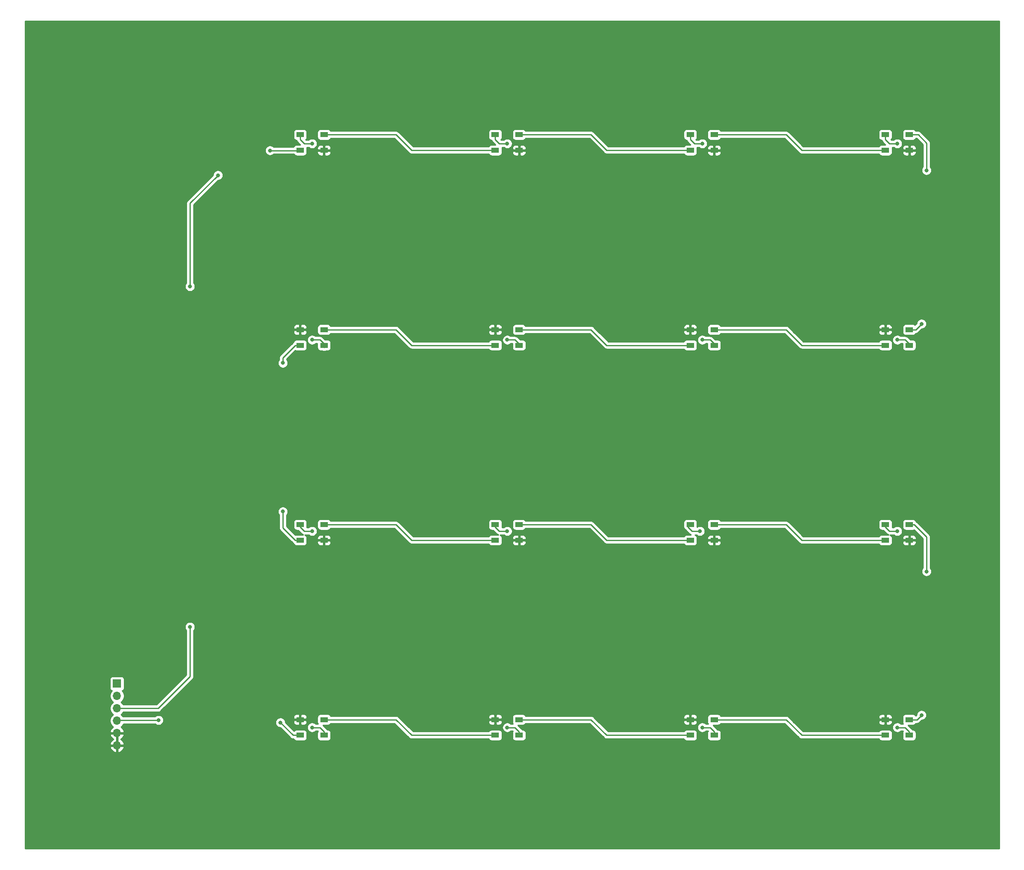
<source format=gbr>
G04 #@! TF.GenerationSoftware,KiCad,Pcbnew,(5.1.5)-3*
G04 #@! TF.CreationDate,2021-10-07T01:12:50-04:00*
G04 #@! TF.ProjectId,RIGHT_Side Panel,52494748-545f-4536-9964-652050616e65,rev?*
G04 #@! TF.SameCoordinates,Original*
G04 #@! TF.FileFunction,Copper,L1,Top*
G04 #@! TF.FilePolarity,Positive*
%FSLAX46Y46*%
G04 Gerber Fmt 4.6, Leading zero omitted, Abs format (unit mm)*
G04 Created by KiCad (PCBNEW (5.1.5)-3) date 2021-10-07 01:12:50*
%MOMM*%
%LPD*%
G04 APERTURE LIST*
%ADD10O,1.700000X1.700000*%
%ADD11R,1.700000X1.700000*%
%ADD12R,1.500000X1.000000*%
%ADD13C,0.800000*%
%ADD14C,0.250000*%
%ADD15C,0.254000*%
G04 APERTURE END LIST*
D10*
X25000000Y-202700000D03*
X25000000Y-200160000D03*
X25000000Y-197620000D03*
X25000000Y-195080000D03*
X25000000Y-192540000D03*
D11*
X25000000Y-190000000D03*
D12*
X62550000Y-77400000D03*
X62550000Y-80600000D03*
X67450000Y-77400000D03*
X67450000Y-80600000D03*
X102550000Y-77400000D03*
X102550000Y-80600000D03*
X107450000Y-77400000D03*
X107450000Y-80600000D03*
X142550000Y-77400000D03*
X142550000Y-80600000D03*
X147450000Y-77400000D03*
X147450000Y-80600000D03*
X182550000Y-77400000D03*
X182550000Y-80600000D03*
X187450000Y-77400000D03*
X187450000Y-80600000D03*
X187450000Y-120600000D03*
X187450000Y-117400000D03*
X182550000Y-120600000D03*
X182550000Y-117400000D03*
X147450000Y-120600000D03*
X147450000Y-117400000D03*
X142550000Y-120600000D03*
X142550000Y-117400000D03*
X107450000Y-120600000D03*
X107450000Y-117400000D03*
X102550000Y-120600000D03*
X102550000Y-117400000D03*
X62550000Y-117400000D03*
X62550000Y-120600000D03*
X67450000Y-117400000D03*
X67450000Y-120600000D03*
X67450000Y-160600000D03*
X67450000Y-157400000D03*
X62550000Y-160600000D03*
X62550000Y-157400000D03*
X107450000Y-160600000D03*
X107450000Y-157400000D03*
X102550000Y-160600000D03*
X102550000Y-157400000D03*
X142550000Y-157400000D03*
X142550000Y-160600000D03*
X147450000Y-157400000D03*
X147450000Y-160600000D03*
X182550000Y-157400000D03*
X182550000Y-160600000D03*
X187450000Y-157400000D03*
X187450000Y-160600000D03*
X187450000Y-200600000D03*
X187450000Y-197400000D03*
X182550000Y-200600000D03*
X182550000Y-197400000D03*
X147450000Y-200600000D03*
X147450000Y-197400000D03*
X142550000Y-200600000D03*
X142550000Y-197400000D03*
X107450000Y-200600000D03*
X107450000Y-197400000D03*
X102550000Y-200600000D03*
X102550000Y-197400000D03*
X67450000Y-200600000D03*
X67450000Y-197400000D03*
X62550000Y-200600000D03*
X62550000Y-197400000D03*
D13*
X65000000Y-79224000D03*
X105000000Y-79224000D03*
X145000000Y-79224000D03*
X185000000Y-79224000D03*
X185000000Y-119488000D03*
X145000000Y-119488000D03*
X105000000Y-119488000D03*
X65000000Y-119488000D03*
X65000000Y-158736000D03*
X105000000Y-158736000D03*
X144512000Y-158736000D03*
X185000000Y-158736000D03*
X105000000Y-199000000D03*
X65000000Y-199000000D03*
X145000000Y-199000000D03*
X185000000Y-199000000D03*
X189968000Y-196460000D03*
X190984000Y-166996000D03*
X189968000Y-116196000D03*
X190984000Y-84700000D03*
X59000000Y-124228000D03*
X59000000Y-154708000D03*
X33500000Y-197500000D03*
X58500000Y-198000000D03*
X39960000Y-178370000D03*
X39960000Y-108520000D03*
X45696000Y-85716000D03*
X56364000Y-80636000D03*
D14*
X162196000Y-77400000D02*
X147450000Y-77400000D01*
X182550000Y-80600000D02*
X165396000Y-80600000D01*
X165396000Y-80600000D02*
X162196000Y-77400000D01*
X122196000Y-77400000D02*
X107450000Y-77400000D01*
X142550000Y-80600000D02*
X125396000Y-80600000D01*
X125396000Y-80600000D02*
X122196000Y-77400000D01*
X82196000Y-77400000D02*
X67450000Y-77400000D01*
X102550000Y-80600000D02*
X85396000Y-80600000D01*
X85396000Y-80600000D02*
X82196000Y-77400000D01*
X82196000Y-117400000D02*
X67450000Y-117400000D01*
X102550000Y-120600000D02*
X85396000Y-120600000D01*
X85396000Y-120600000D02*
X82196000Y-117400000D01*
X122196000Y-117400000D02*
X107450000Y-117400000D01*
X142550000Y-120600000D02*
X125396000Y-120600000D01*
X125396000Y-120600000D02*
X122196000Y-117400000D01*
X162196000Y-117400000D02*
X147450000Y-117400000D01*
X182550000Y-120600000D02*
X165396000Y-120600000D01*
X165396000Y-120600000D02*
X162196000Y-117400000D01*
X82196000Y-157400000D02*
X67450000Y-157400000D01*
X102550000Y-160600000D02*
X85396000Y-160600000D01*
X85396000Y-160600000D02*
X82196000Y-157400000D01*
X122196000Y-157400000D02*
X107450000Y-157400000D01*
X142550000Y-160600000D02*
X125396000Y-160600000D01*
X125396000Y-160600000D02*
X122196000Y-157400000D01*
X162196000Y-157400000D02*
X147450000Y-157400000D01*
X182550000Y-160600000D02*
X165396000Y-160600000D01*
X165396000Y-160600000D02*
X162196000Y-157400000D01*
X162196000Y-197400000D02*
X147450000Y-197400000D01*
X182550000Y-200600000D02*
X165396000Y-200600000D01*
X165396000Y-200600000D02*
X162196000Y-197400000D01*
X122196000Y-197400000D02*
X107450000Y-197400000D01*
X142550000Y-200600000D02*
X125396000Y-200600000D01*
X125396000Y-200600000D02*
X122196000Y-197400000D01*
X62550000Y-78374000D02*
X63400000Y-79224000D01*
X62550000Y-77624000D02*
X62550000Y-78374000D01*
X63400000Y-79224000D02*
X65000000Y-79224000D01*
X102550000Y-78374000D02*
X103400000Y-79224000D01*
X102550000Y-77624000D02*
X102550000Y-78374000D01*
X103400000Y-79224000D02*
X105000000Y-79224000D01*
X142550000Y-78374000D02*
X143400000Y-79224000D01*
X142550000Y-77624000D02*
X142550000Y-78374000D01*
X143400000Y-79224000D02*
X145000000Y-79224000D01*
X182550000Y-77624000D02*
X182550000Y-78374000D01*
X183400000Y-79224000D02*
X185000000Y-79224000D01*
X182550000Y-78374000D02*
X183400000Y-79224000D01*
X186600000Y-119488000D02*
X185000000Y-119488000D01*
X187450000Y-120338000D02*
X186600000Y-119488000D01*
X146600000Y-119488000D02*
X145000000Y-119488000D01*
X147450000Y-120338000D02*
X146600000Y-119488000D01*
X106600000Y-119488000D02*
X105000000Y-119488000D01*
X107450000Y-120338000D02*
X106600000Y-119488000D01*
X67450000Y-120338000D02*
X66600000Y-119488000D01*
X67450000Y-121088000D02*
X67450000Y-120338000D01*
X66600000Y-119488000D02*
X65000000Y-119488000D01*
X103400000Y-158736000D02*
X105000000Y-158736000D01*
X102550000Y-157886000D02*
X103400000Y-158736000D01*
X102550000Y-157136000D02*
X102550000Y-157886000D01*
X63400000Y-158736000D02*
X65000000Y-158736000D01*
X62550000Y-157886000D02*
X63400000Y-158736000D01*
X62550000Y-157136000D02*
X62550000Y-157886000D01*
X142912000Y-158736000D02*
X144512000Y-158736000D01*
X142062000Y-157886000D02*
X142912000Y-158736000D01*
X142062000Y-157136000D02*
X142062000Y-157886000D01*
X183400000Y-158736000D02*
X185000000Y-158736000D01*
X182550000Y-157886000D02*
X183400000Y-158736000D01*
X182550000Y-157136000D02*
X182550000Y-157886000D01*
X106600000Y-199000000D02*
X105000000Y-199000000D01*
X107450000Y-199850000D02*
X106600000Y-199000000D01*
X107450000Y-200600000D02*
X107450000Y-199850000D01*
X66600000Y-199000000D02*
X65000000Y-199000000D01*
X67450000Y-200600000D02*
X67450000Y-199850000D01*
X67450000Y-199850000D02*
X66600000Y-199000000D01*
X146600000Y-199000000D02*
X145000000Y-199000000D01*
X147450000Y-199850000D02*
X146600000Y-199000000D01*
X147450000Y-200600000D02*
X147450000Y-199850000D01*
X186600000Y-199000000D02*
X185000000Y-199000000D01*
X187450000Y-199850000D02*
X186600000Y-199000000D01*
X187450000Y-200600000D02*
X187450000Y-199850000D01*
X102550000Y-200600000D02*
X85396000Y-200600000D01*
X82196000Y-197400000D02*
X67450000Y-197400000D01*
X85396000Y-200600000D02*
X82196000Y-197400000D01*
X187450000Y-197400000D02*
X189028000Y-197400000D01*
X189028000Y-197400000D02*
X189968000Y-196460000D01*
X188450000Y-157400000D02*
X187450000Y-157400000D01*
X190984000Y-159934000D02*
X188450000Y-157400000D01*
X190984000Y-166996000D02*
X190984000Y-159934000D01*
X187450000Y-117400000D02*
X188764000Y-117400000D01*
X188764000Y-117400000D02*
X189968000Y-116196000D01*
X190984000Y-84700000D02*
X190984000Y-79112000D01*
X189272000Y-77400000D02*
X187450000Y-77400000D01*
X190984000Y-79112000D02*
X189272000Y-77400000D01*
X59000000Y-158050000D02*
X59000000Y-154708000D01*
X61550000Y-160600000D02*
X59000000Y-158050000D01*
X62550000Y-160600000D02*
X61550000Y-160600000D01*
X59000000Y-123662315D02*
X59000000Y-124228000D01*
X59000000Y-123150000D02*
X59000000Y-123662315D01*
X61550000Y-120600000D02*
X59000000Y-123150000D01*
X62550000Y-120600000D02*
X61550000Y-120600000D01*
X61100000Y-200600000D02*
X58500000Y-198000000D01*
X62550000Y-200600000D02*
X61100000Y-200600000D01*
X25120000Y-197500000D02*
X25000000Y-197620000D01*
X33500000Y-197500000D02*
X25120000Y-197500000D01*
X39960000Y-108520000D02*
X39960000Y-92010000D01*
X39960000Y-188530000D02*
X39960000Y-178370000D01*
X33410000Y-195080000D02*
X39960000Y-188530000D01*
X25000000Y-195080000D02*
X33410000Y-195080000D01*
X39960000Y-92010000D02*
X39960000Y-91452000D01*
X39960000Y-91452000D02*
X45696000Y-85716000D01*
X62514000Y-80636000D02*
X62550000Y-80600000D01*
X56364000Y-80636000D02*
X62514000Y-80636000D01*
D15*
G36*
X205873000Y-223873000D02*
G01*
X6127000Y-223873000D01*
X6127000Y-203056890D01*
X23558524Y-203056890D01*
X23603175Y-203204099D01*
X23728359Y-203466920D01*
X23902412Y-203700269D01*
X24118645Y-203895178D01*
X24368748Y-204044157D01*
X24643109Y-204141481D01*
X24873000Y-204020814D01*
X24873000Y-202827000D01*
X25127000Y-202827000D01*
X25127000Y-204020814D01*
X25356891Y-204141481D01*
X25631252Y-204044157D01*
X25881355Y-203895178D01*
X26097588Y-203700269D01*
X26271641Y-203466920D01*
X26396825Y-203204099D01*
X26441476Y-203056890D01*
X26320155Y-202827000D01*
X25127000Y-202827000D01*
X24873000Y-202827000D01*
X23679845Y-202827000D01*
X23558524Y-203056890D01*
X6127000Y-203056890D01*
X6127000Y-200516890D01*
X23558524Y-200516890D01*
X23603175Y-200664099D01*
X23728359Y-200926920D01*
X23902412Y-201160269D01*
X24118645Y-201355178D01*
X24244255Y-201430000D01*
X24118645Y-201504822D01*
X23902412Y-201699731D01*
X23728359Y-201933080D01*
X23603175Y-202195901D01*
X23558524Y-202343110D01*
X23679845Y-202573000D01*
X24873000Y-202573000D01*
X24873000Y-200287000D01*
X25127000Y-200287000D01*
X25127000Y-202573000D01*
X26320155Y-202573000D01*
X26441476Y-202343110D01*
X26396825Y-202195901D01*
X26271641Y-201933080D01*
X26097588Y-201699731D01*
X25881355Y-201504822D01*
X25755745Y-201430000D01*
X25881355Y-201355178D01*
X26097588Y-201160269D01*
X26271641Y-200926920D01*
X26396825Y-200664099D01*
X26441476Y-200516890D01*
X26320155Y-200287000D01*
X25127000Y-200287000D01*
X24873000Y-200287000D01*
X23679845Y-200287000D01*
X23558524Y-200516890D01*
X6127000Y-200516890D01*
X6127000Y-189150000D01*
X23511928Y-189150000D01*
X23511928Y-190850000D01*
X23524188Y-190974482D01*
X23560498Y-191094180D01*
X23619463Y-191204494D01*
X23698815Y-191301185D01*
X23795506Y-191380537D01*
X23905820Y-191439502D01*
X23978380Y-191461513D01*
X23846525Y-191593368D01*
X23684010Y-191836589D01*
X23572068Y-192106842D01*
X23515000Y-192393740D01*
X23515000Y-192686260D01*
X23572068Y-192973158D01*
X23684010Y-193243411D01*
X23846525Y-193486632D01*
X24053368Y-193693475D01*
X24227760Y-193810000D01*
X24053368Y-193926525D01*
X23846525Y-194133368D01*
X23684010Y-194376589D01*
X23572068Y-194646842D01*
X23515000Y-194933740D01*
X23515000Y-195226260D01*
X23572068Y-195513158D01*
X23684010Y-195783411D01*
X23846525Y-196026632D01*
X24053368Y-196233475D01*
X24227760Y-196350000D01*
X24053368Y-196466525D01*
X23846525Y-196673368D01*
X23684010Y-196916589D01*
X23572068Y-197186842D01*
X23515000Y-197473740D01*
X23515000Y-197766260D01*
X23572068Y-198053158D01*
X23684010Y-198323411D01*
X23846525Y-198566632D01*
X24053368Y-198773475D01*
X24235534Y-198895195D01*
X24118645Y-198964822D01*
X23902412Y-199159731D01*
X23728359Y-199393080D01*
X23603175Y-199655901D01*
X23558524Y-199803110D01*
X23679845Y-200033000D01*
X24873000Y-200033000D01*
X24873000Y-200013000D01*
X25127000Y-200013000D01*
X25127000Y-200033000D01*
X26320155Y-200033000D01*
X26441476Y-199803110D01*
X26396825Y-199655901D01*
X26271641Y-199393080D01*
X26097588Y-199159731D01*
X25881355Y-198964822D01*
X25764466Y-198895195D01*
X25946632Y-198773475D01*
X26153475Y-198566632D01*
X26315990Y-198323411D01*
X26342256Y-198260000D01*
X32796289Y-198260000D01*
X32840226Y-198303937D01*
X33009744Y-198417205D01*
X33198102Y-198495226D01*
X33398061Y-198535000D01*
X33601939Y-198535000D01*
X33801898Y-198495226D01*
X33990256Y-198417205D01*
X34159774Y-198303937D01*
X34303937Y-198159774D01*
X34417205Y-197990256D01*
X34455393Y-197898061D01*
X57465000Y-197898061D01*
X57465000Y-198101939D01*
X57504774Y-198301898D01*
X57582795Y-198490256D01*
X57696063Y-198659774D01*
X57840226Y-198803937D01*
X58009744Y-198917205D01*
X58198102Y-198995226D01*
X58398061Y-199035000D01*
X58460199Y-199035000D01*
X60536201Y-201111003D01*
X60559999Y-201140001D01*
X60675724Y-201234974D01*
X60807753Y-201305546D01*
X60951014Y-201349003D01*
X61062667Y-201360000D01*
X61062676Y-201360000D01*
X61099999Y-201363676D01*
X61137322Y-201360000D01*
X61218954Y-201360000D01*
X61269463Y-201454494D01*
X61348815Y-201551185D01*
X61445506Y-201630537D01*
X61555820Y-201689502D01*
X61675518Y-201725812D01*
X61800000Y-201738072D01*
X63300000Y-201738072D01*
X63424482Y-201725812D01*
X63544180Y-201689502D01*
X63654494Y-201630537D01*
X63751185Y-201551185D01*
X63830537Y-201454494D01*
X63889502Y-201344180D01*
X63925812Y-201224482D01*
X63938072Y-201100000D01*
X63938072Y-200100000D01*
X63925812Y-199975518D01*
X63889502Y-199855820D01*
X63830537Y-199745506D01*
X63751185Y-199648815D01*
X63654494Y-199569463D01*
X63544180Y-199510498D01*
X63424482Y-199474188D01*
X63300000Y-199461928D01*
X61800000Y-199461928D01*
X61675518Y-199474188D01*
X61555820Y-199510498D01*
X61445506Y-199569463D01*
X61348815Y-199648815D01*
X61292381Y-199717580D01*
X60472862Y-198898061D01*
X63965000Y-198898061D01*
X63965000Y-199101939D01*
X64004774Y-199301898D01*
X64082795Y-199490256D01*
X64196063Y-199659774D01*
X64340226Y-199803937D01*
X64509744Y-199917205D01*
X64698102Y-199995226D01*
X64898061Y-200035000D01*
X65101939Y-200035000D01*
X65301898Y-199995226D01*
X65490256Y-199917205D01*
X65659774Y-199803937D01*
X65703711Y-199760000D01*
X66161716Y-199760000D01*
X66110498Y-199855820D01*
X66074188Y-199975518D01*
X66061928Y-200100000D01*
X66061928Y-201100000D01*
X66074188Y-201224482D01*
X66110498Y-201344180D01*
X66169463Y-201454494D01*
X66248815Y-201551185D01*
X66345506Y-201630537D01*
X66455820Y-201689502D01*
X66575518Y-201725812D01*
X66700000Y-201738072D01*
X68200000Y-201738072D01*
X68324482Y-201725812D01*
X68444180Y-201689502D01*
X68554494Y-201630537D01*
X68651185Y-201551185D01*
X68730537Y-201454494D01*
X68789502Y-201344180D01*
X68825812Y-201224482D01*
X68838072Y-201100000D01*
X68838072Y-200100000D01*
X68825812Y-199975518D01*
X68789502Y-199855820D01*
X68730537Y-199745506D01*
X68651185Y-199648815D01*
X68554494Y-199569463D01*
X68444180Y-199510498D01*
X68324482Y-199474188D01*
X68200000Y-199461928D01*
X68104326Y-199461928D01*
X68084974Y-199425724D01*
X68013799Y-199338997D01*
X67990001Y-199309999D01*
X67961003Y-199286201D01*
X67212873Y-198538072D01*
X68200000Y-198538072D01*
X68324482Y-198525812D01*
X68444180Y-198489502D01*
X68554494Y-198430537D01*
X68651185Y-198351185D01*
X68730537Y-198254494D01*
X68781046Y-198160000D01*
X81881199Y-198160000D01*
X84832205Y-201111008D01*
X84855999Y-201140001D01*
X84884992Y-201163795D01*
X84884996Y-201163799D01*
X84955685Y-201221811D01*
X84971724Y-201234974D01*
X85103753Y-201305546D01*
X85247014Y-201349003D01*
X85358667Y-201360000D01*
X85358676Y-201360000D01*
X85395999Y-201363676D01*
X85433322Y-201360000D01*
X101218954Y-201360000D01*
X101269463Y-201454494D01*
X101348815Y-201551185D01*
X101445506Y-201630537D01*
X101555820Y-201689502D01*
X101675518Y-201725812D01*
X101800000Y-201738072D01*
X103300000Y-201738072D01*
X103424482Y-201725812D01*
X103544180Y-201689502D01*
X103654494Y-201630537D01*
X103751185Y-201551185D01*
X103830537Y-201454494D01*
X103889502Y-201344180D01*
X103925812Y-201224482D01*
X103938072Y-201100000D01*
X103938072Y-200100000D01*
X103925812Y-199975518D01*
X103889502Y-199855820D01*
X103830537Y-199745506D01*
X103751185Y-199648815D01*
X103654494Y-199569463D01*
X103544180Y-199510498D01*
X103424482Y-199474188D01*
X103300000Y-199461928D01*
X101800000Y-199461928D01*
X101675518Y-199474188D01*
X101555820Y-199510498D01*
X101445506Y-199569463D01*
X101348815Y-199648815D01*
X101269463Y-199745506D01*
X101218954Y-199840000D01*
X85710803Y-199840000D01*
X84768864Y-198898061D01*
X103965000Y-198898061D01*
X103965000Y-199101939D01*
X104004774Y-199301898D01*
X104082795Y-199490256D01*
X104196063Y-199659774D01*
X104340226Y-199803937D01*
X104509744Y-199917205D01*
X104698102Y-199995226D01*
X104898061Y-200035000D01*
X105101939Y-200035000D01*
X105301898Y-199995226D01*
X105490256Y-199917205D01*
X105659774Y-199803937D01*
X105703711Y-199760000D01*
X106161716Y-199760000D01*
X106110498Y-199855820D01*
X106074188Y-199975518D01*
X106061928Y-200100000D01*
X106061928Y-201100000D01*
X106074188Y-201224482D01*
X106110498Y-201344180D01*
X106169463Y-201454494D01*
X106248815Y-201551185D01*
X106345506Y-201630537D01*
X106455820Y-201689502D01*
X106575518Y-201725812D01*
X106700000Y-201738072D01*
X108200000Y-201738072D01*
X108324482Y-201725812D01*
X108444180Y-201689502D01*
X108554494Y-201630537D01*
X108651185Y-201551185D01*
X108730537Y-201454494D01*
X108789502Y-201344180D01*
X108825812Y-201224482D01*
X108838072Y-201100000D01*
X108838072Y-200100000D01*
X108825812Y-199975518D01*
X108789502Y-199855820D01*
X108730537Y-199745506D01*
X108651185Y-199648815D01*
X108554494Y-199569463D01*
X108444180Y-199510498D01*
X108324482Y-199474188D01*
X108200000Y-199461928D01*
X108104326Y-199461928D01*
X108084974Y-199425724D01*
X108013799Y-199338997D01*
X107990001Y-199309999D01*
X107961003Y-199286201D01*
X107212873Y-198538072D01*
X108200000Y-198538072D01*
X108324482Y-198525812D01*
X108444180Y-198489502D01*
X108554494Y-198430537D01*
X108651185Y-198351185D01*
X108730537Y-198254494D01*
X108781046Y-198160000D01*
X121881199Y-198160000D01*
X124832205Y-201111008D01*
X124855999Y-201140001D01*
X124884992Y-201163795D01*
X124884996Y-201163799D01*
X124955685Y-201221811D01*
X124971724Y-201234974D01*
X125103753Y-201305546D01*
X125247014Y-201349003D01*
X125358667Y-201360000D01*
X125358676Y-201360000D01*
X125395999Y-201363676D01*
X125433322Y-201360000D01*
X141218954Y-201360000D01*
X141269463Y-201454494D01*
X141348815Y-201551185D01*
X141445506Y-201630537D01*
X141555820Y-201689502D01*
X141675518Y-201725812D01*
X141800000Y-201738072D01*
X143300000Y-201738072D01*
X143424482Y-201725812D01*
X143544180Y-201689502D01*
X143654494Y-201630537D01*
X143751185Y-201551185D01*
X143830537Y-201454494D01*
X143889502Y-201344180D01*
X143925812Y-201224482D01*
X143938072Y-201100000D01*
X143938072Y-200100000D01*
X143925812Y-199975518D01*
X143889502Y-199855820D01*
X143830537Y-199745506D01*
X143751185Y-199648815D01*
X143654494Y-199569463D01*
X143544180Y-199510498D01*
X143424482Y-199474188D01*
X143300000Y-199461928D01*
X141800000Y-199461928D01*
X141675518Y-199474188D01*
X141555820Y-199510498D01*
X141445506Y-199569463D01*
X141348815Y-199648815D01*
X141269463Y-199745506D01*
X141218954Y-199840000D01*
X125710803Y-199840000D01*
X124768864Y-198898061D01*
X143965000Y-198898061D01*
X143965000Y-199101939D01*
X144004774Y-199301898D01*
X144082795Y-199490256D01*
X144196063Y-199659774D01*
X144340226Y-199803937D01*
X144509744Y-199917205D01*
X144698102Y-199995226D01*
X144898061Y-200035000D01*
X145101939Y-200035000D01*
X145301898Y-199995226D01*
X145490256Y-199917205D01*
X145659774Y-199803937D01*
X145703711Y-199760000D01*
X146161716Y-199760000D01*
X146110498Y-199855820D01*
X146074188Y-199975518D01*
X146061928Y-200100000D01*
X146061928Y-201100000D01*
X146074188Y-201224482D01*
X146110498Y-201344180D01*
X146169463Y-201454494D01*
X146248815Y-201551185D01*
X146345506Y-201630537D01*
X146455820Y-201689502D01*
X146575518Y-201725812D01*
X146700000Y-201738072D01*
X148200000Y-201738072D01*
X148324482Y-201725812D01*
X148444180Y-201689502D01*
X148554494Y-201630537D01*
X148651185Y-201551185D01*
X148730537Y-201454494D01*
X148789502Y-201344180D01*
X148825812Y-201224482D01*
X148838072Y-201100000D01*
X148838072Y-200100000D01*
X148825812Y-199975518D01*
X148789502Y-199855820D01*
X148730537Y-199745506D01*
X148651185Y-199648815D01*
X148554494Y-199569463D01*
X148444180Y-199510498D01*
X148324482Y-199474188D01*
X148200000Y-199461928D01*
X148104326Y-199461928D01*
X148084974Y-199425724D01*
X148013799Y-199338997D01*
X147990001Y-199309999D01*
X147961003Y-199286201D01*
X147212873Y-198538072D01*
X148200000Y-198538072D01*
X148324482Y-198525812D01*
X148444180Y-198489502D01*
X148554494Y-198430537D01*
X148651185Y-198351185D01*
X148730537Y-198254494D01*
X148781046Y-198160000D01*
X161881199Y-198160000D01*
X164832205Y-201111008D01*
X164855999Y-201140001D01*
X164884992Y-201163795D01*
X164884996Y-201163799D01*
X164955685Y-201221811D01*
X164971724Y-201234974D01*
X165103753Y-201305546D01*
X165247014Y-201349003D01*
X165358667Y-201360000D01*
X165358676Y-201360000D01*
X165395999Y-201363676D01*
X165433322Y-201360000D01*
X181218954Y-201360000D01*
X181269463Y-201454494D01*
X181348815Y-201551185D01*
X181445506Y-201630537D01*
X181555820Y-201689502D01*
X181675518Y-201725812D01*
X181800000Y-201738072D01*
X183300000Y-201738072D01*
X183424482Y-201725812D01*
X183544180Y-201689502D01*
X183654494Y-201630537D01*
X183751185Y-201551185D01*
X183830537Y-201454494D01*
X183889502Y-201344180D01*
X183925812Y-201224482D01*
X183938072Y-201100000D01*
X183938072Y-200100000D01*
X183925812Y-199975518D01*
X183889502Y-199855820D01*
X183830537Y-199745506D01*
X183751185Y-199648815D01*
X183654494Y-199569463D01*
X183544180Y-199510498D01*
X183424482Y-199474188D01*
X183300000Y-199461928D01*
X181800000Y-199461928D01*
X181675518Y-199474188D01*
X181555820Y-199510498D01*
X181445506Y-199569463D01*
X181348815Y-199648815D01*
X181269463Y-199745506D01*
X181218954Y-199840000D01*
X165710803Y-199840000D01*
X164768864Y-198898061D01*
X183965000Y-198898061D01*
X183965000Y-199101939D01*
X184004774Y-199301898D01*
X184082795Y-199490256D01*
X184196063Y-199659774D01*
X184340226Y-199803937D01*
X184509744Y-199917205D01*
X184698102Y-199995226D01*
X184898061Y-200035000D01*
X185101939Y-200035000D01*
X185301898Y-199995226D01*
X185490256Y-199917205D01*
X185659774Y-199803937D01*
X185703711Y-199760000D01*
X186161716Y-199760000D01*
X186110498Y-199855820D01*
X186074188Y-199975518D01*
X186061928Y-200100000D01*
X186061928Y-201100000D01*
X186074188Y-201224482D01*
X186110498Y-201344180D01*
X186169463Y-201454494D01*
X186248815Y-201551185D01*
X186345506Y-201630537D01*
X186455820Y-201689502D01*
X186575518Y-201725812D01*
X186700000Y-201738072D01*
X188200000Y-201738072D01*
X188324482Y-201725812D01*
X188444180Y-201689502D01*
X188554494Y-201630537D01*
X188651185Y-201551185D01*
X188730537Y-201454494D01*
X188789502Y-201344180D01*
X188825812Y-201224482D01*
X188838072Y-201100000D01*
X188838072Y-200100000D01*
X188825812Y-199975518D01*
X188789502Y-199855820D01*
X188730537Y-199745506D01*
X188651185Y-199648815D01*
X188554494Y-199569463D01*
X188444180Y-199510498D01*
X188324482Y-199474188D01*
X188200000Y-199461928D01*
X188104326Y-199461928D01*
X188084974Y-199425724D01*
X188013799Y-199338997D01*
X187990001Y-199309999D01*
X187961003Y-199286201D01*
X187212873Y-198538072D01*
X188200000Y-198538072D01*
X188324482Y-198525812D01*
X188444180Y-198489502D01*
X188554494Y-198430537D01*
X188651185Y-198351185D01*
X188730537Y-198254494D01*
X188781046Y-198160000D01*
X188990678Y-198160000D01*
X189028000Y-198163676D01*
X189065322Y-198160000D01*
X189065333Y-198160000D01*
X189176986Y-198149003D01*
X189320247Y-198105546D01*
X189452276Y-198034974D01*
X189568001Y-197940001D01*
X189591804Y-197910998D01*
X190007801Y-197495000D01*
X190069939Y-197495000D01*
X190269898Y-197455226D01*
X190458256Y-197377205D01*
X190627774Y-197263937D01*
X190771937Y-197119774D01*
X190885205Y-196950256D01*
X190963226Y-196761898D01*
X191003000Y-196561939D01*
X191003000Y-196358061D01*
X190963226Y-196158102D01*
X190885205Y-195969744D01*
X190771937Y-195800226D01*
X190627774Y-195656063D01*
X190458256Y-195542795D01*
X190269898Y-195464774D01*
X190069939Y-195425000D01*
X189866061Y-195425000D01*
X189666102Y-195464774D01*
X189477744Y-195542795D01*
X189308226Y-195656063D01*
X189164063Y-195800226D01*
X189050795Y-195969744D01*
X188972774Y-196158102D01*
X188933000Y-196358061D01*
X188933000Y-196420199D01*
X188757413Y-196595786D01*
X188730537Y-196545506D01*
X188651185Y-196448815D01*
X188554494Y-196369463D01*
X188444180Y-196310498D01*
X188324482Y-196274188D01*
X188200000Y-196261928D01*
X186700000Y-196261928D01*
X186575518Y-196274188D01*
X186455820Y-196310498D01*
X186345506Y-196369463D01*
X186248815Y-196448815D01*
X186169463Y-196545506D01*
X186110498Y-196655820D01*
X186074188Y-196775518D01*
X186061928Y-196900000D01*
X186061928Y-197900000D01*
X186074188Y-198024482D01*
X186110498Y-198144180D01*
X186161716Y-198240000D01*
X185703711Y-198240000D01*
X185659774Y-198196063D01*
X185490256Y-198082795D01*
X185301898Y-198004774D01*
X185101939Y-197965000D01*
X184898061Y-197965000D01*
X184698102Y-198004774D01*
X184509744Y-198082795D01*
X184340226Y-198196063D01*
X184196063Y-198340226D01*
X184082795Y-198509744D01*
X184004774Y-198698102D01*
X183965000Y-198898061D01*
X164768864Y-198898061D01*
X163770802Y-197900000D01*
X181161928Y-197900000D01*
X181174188Y-198024482D01*
X181210498Y-198144180D01*
X181269463Y-198254494D01*
X181348815Y-198351185D01*
X181445506Y-198430537D01*
X181555820Y-198489502D01*
X181675518Y-198525812D01*
X181800000Y-198538072D01*
X182264250Y-198535000D01*
X182423000Y-198376250D01*
X182423000Y-197527000D01*
X182677000Y-197527000D01*
X182677000Y-198376250D01*
X182835750Y-198535000D01*
X183300000Y-198538072D01*
X183424482Y-198525812D01*
X183544180Y-198489502D01*
X183654494Y-198430537D01*
X183751185Y-198351185D01*
X183830537Y-198254494D01*
X183889502Y-198144180D01*
X183925812Y-198024482D01*
X183938072Y-197900000D01*
X183935000Y-197685750D01*
X183776250Y-197527000D01*
X182677000Y-197527000D01*
X182423000Y-197527000D01*
X181323750Y-197527000D01*
X181165000Y-197685750D01*
X181161928Y-197900000D01*
X163770802Y-197900000D01*
X162770802Y-196900000D01*
X181161928Y-196900000D01*
X181165000Y-197114250D01*
X181323750Y-197273000D01*
X182423000Y-197273000D01*
X182423000Y-196423750D01*
X182677000Y-196423750D01*
X182677000Y-197273000D01*
X183776250Y-197273000D01*
X183935000Y-197114250D01*
X183938072Y-196900000D01*
X183925812Y-196775518D01*
X183889502Y-196655820D01*
X183830537Y-196545506D01*
X183751185Y-196448815D01*
X183654494Y-196369463D01*
X183544180Y-196310498D01*
X183424482Y-196274188D01*
X183300000Y-196261928D01*
X182835750Y-196265000D01*
X182677000Y-196423750D01*
X182423000Y-196423750D01*
X182264250Y-196265000D01*
X181800000Y-196261928D01*
X181675518Y-196274188D01*
X181555820Y-196310498D01*
X181445506Y-196369463D01*
X181348815Y-196448815D01*
X181269463Y-196545506D01*
X181210498Y-196655820D01*
X181174188Y-196775518D01*
X181161928Y-196900000D01*
X162770802Y-196900000D01*
X162759804Y-196889003D01*
X162736001Y-196859999D01*
X162620276Y-196765026D01*
X162488247Y-196694454D01*
X162344986Y-196650997D01*
X162233333Y-196640000D01*
X162233322Y-196640000D01*
X162196000Y-196636324D01*
X162158678Y-196640000D01*
X148781046Y-196640000D01*
X148730537Y-196545506D01*
X148651185Y-196448815D01*
X148554494Y-196369463D01*
X148444180Y-196310498D01*
X148324482Y-196274188D01*
X148200000Y-196261928D01*
X146700000Y-196261928D01*
X146575518Y-196274188D01*
X146455820Y-196310498D01*
X146345506Y-196369463D01*
X146248815Y-196448815D01*
X146169463Y-196545506D01*
X146110498Y-196655820D01*
X146074188Y-196775518D01*
X146061928Y-196900000D01*
X146061928Y-197900000D01*
X146074188Y-198024482D01*
X146110498Y-198144180D01*
X146161716Y-198240000D01*
X145703711Y-198240000D01*
X145659774Y-198196063D01*
X145490256Y-198082795D01*
X145301898Y-198004774D01*
X145101939Y-197965000D01*
X144898061Y-197965000D01*
X144698102Y-198004774D01*
X144509744Y-198082795D01*
X144340226Y-198196063D01*
X144196063Y-198340226D01*
X144082795Y-198509744D01*
X144004774Y-198698102D01*
X143965000Y-198898061D01*
X124768864Y-198898061D01*
X123770802Y-197900000D01*
X141161928Y-197900000D01*
X141174188Y-198024482D01*
X141210498Y-198144180D01*
X141269463Y-198254494D01*
X141348815Y-198351185D01*
X141445506Y-198430537D01*
X141555820Y-198489502D01*
X141675518Y-198525812D01*
X141800000Y-198538072D01*
X142264250Y-198535000D01*
X142423000Y-198376250D01*
X142423000Y-197527000D01*
X142677000Y-197527000D01*
X142677000Y-198376250D01*
X142835750Y-198535000D01*
X143300000Y-198538072D01*
X143424482Y-198525812D01*
X143544180Y-198489502D01*
X143654494Y-198430537D01*
X143751185Y-198351185D01*
X143830537Y-198254494D01*
X143889502Y-198144180D01*
X143925812Y-198024482D01*
X143938072Y-197900000D01*
X143935000Y-197685750D01*
X143776250Y-197527000D01*
X142677000Y-197527000D01*
X142423000Y-197527000D01*
X141323750Y-197527000D01*
X141165000Y-197685750D01*
X141161928Y-197900000D01*
X123770802Y-197900000D01*
X122770802Y-196900000D01*
X141161928Y-196900000D01*
X141165000Y-197114250D01*
X141323750Y-197273000D01*
X142423000Y-197273000D01*
X142423000Y-196423750D01*
X142677000Y-196423750D01*
X142677000Y-197273000D01*
X143776250Y-197273000D01*
X143935000Y-197114250D01*
X143938072Y-196900000D01*
X143925812Y-196775518D01*
X143889502Y-196655820D01*
X143830537Y-196545506D01*
X143751185Y-196448815D01*
X143654494Y-196369463D01*
X143544180Y-196310498D01*
X143424482Y-196274188D01*
X143300000Y-196261928D01*
X142835750Y-196265000D01*
X142677000Y-196423750D01*
X142423000Y-196423750D01*
X142264250Y-196265000D01*
X141800000Y-196261928D01*
X141675518Y-196274188D01*
X141555820Y-196310498D01*
X141445506Y-196369463D01*
X141348815Y-196448815D01*
X141269463Y-196545506D01*
X141210498Y-196655820D01*
X141174188Y-196775518D01*
X141161928Y-196900000D01*
X122770802Y-196900000D01*
X122759804Y-196889003D01*
X122736001Y-196859999D01*
X122620276Y-196765026D01*
X122488247Y-196694454D01*
X122344986Y-196650997D01*
X122233333Y-196640000D01*
X122233322Y-196640000D01*
X122196000Y-196636324D01*
X122158678Y-196640000D01*
X108781046Y-196640000D01*
X108730537Y-196545506D01*
X108651185Y-196448815D01*
X108554494Y-196369463D01*
X108444180Y-196310498D01*
X108324482Y-196274188D01*
X108200000Y-196261928D01*
X106700000Y-196261928D01*
X106575518Y-196274188D01*
X106455820Y-196310498D01*
X106345506Y-196369463D01*
X106248815Y-196448815D01*
X106169463Y-196545506D01*
X106110498Y-196655820D01*
X106074188Y-196775518D01*
X106061928Y-196900000D01*
X106061928Y-197900000D01*
X106074188Y-198024482D01*
X106110498Y-198144180D01*
X106161716Y-198240000D01*
X105703711Y-198240000D01*
X105659774Y-198196063D01*
X105490256Y-198082795D01*
X105301898Y-198004774D01*
X105101939Y-197965000D01*
X104898061Y-197965000D01*
X104698102Y-198004774D01*
X104509744Y-198082795D01*
X104340226Y-198196063D01*
X104196063Y-198340226D01*
X104082795Y-198509744D01*
X104004774Y-198698102D01*
X103965000Y-198898061D01*
X84768864Y-198898061D01*
X83770802Y-197900000D01*
X101161928Y-197900000D01*
X101174188Y-198024482D01*
X101210498Y-198144180D01*
X101269463Y-198254494D01*
X101348815Y-198351185D01*
X101445506Y-198430537D01*
X101555820Y-198489502D01*
X101675518Y-198525812D01*
X101800000Y-198538072D01*
X102264250Y-198535000D01*
X102423000Y-198376250D01*
X102423000Y-197527000D01*
X102677000Y-197527000D01*
X102677000Y-198376250D01*
X102835750Y-198535000D01*
X103300000Y-198538072D01*
X103424482Y-198525812D01*
X103544180Y-198489502D01*
X103654494Y-198430537D01*
X103751185Y-198351185D01*
X103830537Y-198254494D01*
X103889502Y-198144180D01*
X103925812Y-198024482D01*
X103938072Y-197900000D01*
X103935000Y-197685750D01*
X103776250Y-197527000D01*
X102677000Y-197527000D01*
X102423000Y-197527000D01*
X101323750Y-197527000D01*
X101165000Y-197685750D01*
X101161928Y-197900000D01*
X83770802Y-197900000D01*
X82770802Y-196900000D01*
X101161928Y-196900000D01*
X101165000Y-197114250D01*
X101323750Y-197273000D01*
X102423000Y-197273000D01*
X102423000Y-196423750D01*
X102677000Y-196423750D01*
X102677000Y-197273000D01*
X103776250Y-197273000D01*
X103935000Y-197114250D01*
X103938072Y-196900000D01*
X103925812Y-196775518D01*
X103889502Y-196655820D01*
X103830537Y-196545506D01*
X103751185Y-196448815D01*
X103654494Y-196369463D01*
X103544180Y-196310498D01*
X103424482Y-196274188D01*
X103300000Y-196261928D01*
X102835750Y-196265000D01*
X102677000Y-196423750D01*
X102423000Y-196423750D01*
X102264250Y-196265000D01*
X101800000Y-196261928D01*
X101675518Y-196274188D01*
X101555820Y-196310498D01*
X101445506Y-196369463D01*
X101348815Y-196448815D01*
X101269463Y-196545506D01*
X101210498Y-196655820D01*
X101174188Y-196775518D01*
X101161928Y-196900000D01*
X82770802Y-196900000D01*
X82759804Y-196889003D01*
X82736001Y-196859999D01*
X82620276Y-196765026D01*
X82488247Y-196694454D01*
X82344986Y-196650997D01*
X82233333Y-196640000D01*
X82233322Y-196640000D01*
X82196000Y-196636324D01*
X82158678Y-196640000D01*
X68781046Y-196640000D01*
X68730537Y-196545506D01*
X68651185Y-196448815D01*
X68554494Y-196369463D01*
X68444180Y-196310498D01*
X68324482Y-196274188D01*
X68200000Y-196261928D01*
X66700000Y-196261928D01*
X66575518Y-196274188D01*
X66455820Y-196310498D01*
X66345506Y-196369463D01*
X66248815Y-196448815D01*
X66169463Y-196545506D01*
X66110498Y-196655820D01*
X66074188Y-196775518D01*
X66061928Y-196900000D01*
X66061928Y-197900000D01*
X66074188Y-198024482D01*
X66110498Y-198144180D01*
X66161716Y-198240000D01*
X65703711Y-198240000D01*
X65659774Y-198196063D01*
X65490256Y-198082795D01*
X65301898Y-198004774D01*
X65101939Y-197965000D01*
X64898061Y-197965000D01*
X64698102Y-198004774D01*
X64509744Y-198082795D01*
X64340226Y-198196063D01*
X64196063Y-198340226D01*
X64082795Y-198509744D01*
X64004774Y-198698102D01*
X63965000Y-198898061D01*
X60472862Y-198898061D01*
X59535000Y-197960199D01*
X59535000Y-197900000D01*
X61161928Y-197900000D01*
X61174188Y-198024482D01*
X61210498Y-198144180D01*
X61269463Y-198254494D01*
X61348815Y-198351185D01*
X61445506Y-198430537D01*
X61555820Y-198489502D01*
X61675518Y-198525812D01*
X61800000Y-198538072D01*
X62264250Y-198535000D01*
X62423000Y-198376250D01*
X62423000Y-197527000D01*
X62677000Y-197527000D01*
X62677000Y-198376250D01*
X62835750Y-198535000D01*
X63300000Y-198538072D01*
X63424482Y-198525812D01*
X63544180Y-198489502D01*
X63654494Y-198430537D01*
X63751185Y-198351185D01*
X63830537Y-198254494D01*
X63889502Y-198144180D01*
X63925812Y-198024482D01*
X63938072Y-197900000D01*
X63935000Y-197685750D01*
X63776250Y-197527000D01*
X62677000Y-197527000D01*
X62423000Y-197527000D01*
X61323750Y-197527000D01*
X61165000Y-197685750D01*
X61161928Y-197900000D01*
X59535000Y-197900000D01*
X59535000Y-197898061D01*
X59495226Y-197698102D01*
X59417205Y-197509744D01*
X59303937Y-197340226D01*
X59159774Y-197196063D01*
X58990256Y-197082795D01*
X58801898Y-197004774D01*
X58601939Y-196965000D01*
X58398061Y-196965000D01*
X58198102Y-197004774D01*
X58009744Y-197082795D01*
X57840226Y-197196063D01*
X57696063Y-197340226D01*
X57582795Y-197509744D01*
X57504774Y-197698102D01*
X57465000Y-197898061D01*
X34455393Y-197898061D01*
X34495226Y-197801898D01*
X34535000Y-197601939D01*
X34535000Y-197398061D01*
X34495226Y-197198102D01*
X34417205Y-197009744D01*
X34343877Y-196900000D01*
X61161928Y-196900000D01*
X61165000Y-197114250D01*
X61323750Y-197273000D01*
X62423000Y-197273000D01*
X62423000Y-196423750D01*
X62677000Y-196423750D01*
X62677000Y-197273000D01*
X63776250Y-197273000D01*
X63935000Y-197114250D01*
X63938072Y-196900000D01*
X63925812Y-196775518D01*
X63889502Y-196655820D01*
X63830537Y-196545506D01*
X63751185Y-196448815D01*
X63654494Y-196369463D01*
X63544180Y-196310498D01*
X63424482Y-196274188D01*
X63300000Y-196261928D01*
X62835750Y-196265000D01*
X62677000Y-196423750D01*
X62423000Y-196423750D01*
X62264250Y-196265000D01*
X61800000Y-196261928D01*
X61675518Y-196274188D01*
X61555820Y-196310498D01*
X61445506Y-196369463D01*
X61348815Y-196448815D01*
X61269463Y-196545506D01*
X61210498Y-196655820D01*
X61174188Y-196775518D01*
X61161928Y-196900000D01*
X34343877Y-196900000D01*
X34303937Y-196840226D01*
X34159774Y-196696063D01*
X33990256Y-196582795D01*
X33801898Y-196504774D01*
X33601939Y-196465000D01*
X33398061Y-196465000D01*
X33198102Y-196504774D01*
X33009744Y-196582795D01*
X32840226Y-196696063D01*
X32796289Y-196740000D01*
X26197997Y-196740000D01*
X26153475Y-196673368D01*
X25946632Y-196466525D01*
X25772240Y-196350000D01*
X25946632Y-196233475D01*
X26153475Y-196026632D01*
X26278178Y-195840000D01*
X33372678Y-195840000D01*
X33410000Y-195843676D01*
X33447322Y-195840000D01*
X33447333Y-195840000D01*
X33558986Y-195829003D01*
X33702247Y-195785546D01*
X33834276Y-195714974D01*
X33950001Y-195620001D01*
X33973804Y-195590997D01*
X40471004Y-189093798D01*
X40500001Y-189070001D01*
X40594974Y-188954276D01*
X40665546Y-188822247D01*
X40709003Y-188678986D01*
X40720000Y-188567333D01*
X40720000Y-188567323D01*
X40723676Y-188530000D01*
X40720000Y-188492677D01*
X40720000Y-179073711D01*
X40763937Y-179029774D01*
X40877205Y-178860256D01*
X40955226Y-178671898D01*
X40995000Y-178471939D01*
X40995000Y-178268061D01*
X40955226Y-178068102D01*
X40877205Y-177879744D01*
X40763937Y-177710226D01*
X40619774Y-177566063D01*
X40450256Y-177452795D01*
X40261898Y-177374774D01*
X40061939Y-177335000D01*
X39858061Y-177335000D01*
X39658102Y-177374774D01*
X39469744Y-177452795D01*
X39300226Y-177566063D01*
X39156063Y-177710226D01*
X39042795Y-177879744D01*
X38964774Y-178068102D01*
X38925000Y-178268061D01*
X38925000Y-178471939D01*
X38964774Y-178671898D01*
X39042795Y-178860256D01*
X39156063Y-179029774D01*
X39200001Y-179073712D01*
X39200000Y-188215198D01*
X33095199Y-194320000D01*
X26278178Y-194320000D01*
X26153475Y-194133368D01*
X25946632Y-193926525D01*
X25772240Y-193810000D01*
X25946632Y-193693475D01*
X26153475Y-193486632D01*
X26315990Y-193243411D01*
X26427932Y-192973158D01*
X26485000Y-192686260D01*
X26485000Y-192393740D01*
X26427932Y-192106842D01*
X26315990Y-191836589D01*
X26153475Y-191593368D01*
X26021620Y-191461513D01*
X26094180Y-191439502D01*
X26204494Y-191380537D01*
X26301185Y-191301185D01*
X26380537Y-191204494D01*
X26439502Y-191094180D01*
X26475812Y-190974482D01*
X26488072Y-190850000D01*
X26488072Y-189150000D01*
X26475812Y-189025518D01*
X26439502Y-188905820D01*
X26380537Y-188795506D01*
X26301185Y-188698815D01*
X26204494Y-188619463D01*
X26094180Y-188560498D01*
X25974482Y-188524188D01*
X25850000Y-188511928D01*
X24150000Y-188511928D01*
X24025518Y-188524188D01*
X23905820Y-188560498D01*
X23795506Y-188619463D01*
X23698815Y-188698815D01*
X23619463Y-188795506D01*
X23560498Y-188905820D01*
X23524188Y-189025518D01*
X23511928Y-189150000D01*
X6127000Y-189150000D01*
X6127000Y-154606061D01*
X57965000Y-154606061D01*
X57965000Y-154809939D01*
X58004774Y-155009898D01*
X58082795Y-155198256D01*
X58196063Y-155367774D01*
X58240001Y-155411712D01*
X58240000Y-158012677D01*
X58236324Y-158050000D01*
X58240000Y-158087322D01*
X58240000Y-158087332D01*
X58250997Y-158198985D01*
X58294454Y-158342246D01*
X58365026Y-158474276D01*
X58404871Y-158522826D01*
X58459999Y-158590001D01*
X58489003Y-158613804D01*
X60986201Y-161111003D01*
X61009999Y-161140001D01*
X61038997Y-161163799D01*
X61125724Y-161234974D01*
X61187366Y-161267923D01*
X61210498Y-161344180D01*
X61269463Y-161454494D01*
X61348815Y-161551185D01*
X61445506Y-161630537D01*
X61555820Y-161689502D01*
X61675518Y-161725812D01*
X61800000Y-161738072D01*
X63300000Y-161738072D01*
X63424482Y-161725812D01*
X63544180Y-161689502D01*
X63654494Y-161630537D01*
X63751185Y-161551185D01*
X63830537Y-161454494D01*
X63889502Y-161344180D01*
X63925812Y-161224482D01*
X63938072Y-161100000D01*
X66061928Y-161100000D01*
X66074188Y-161224482D01*
X66110498Y-161344180D01*
X66169463Y-161454494D01*
X66248815Y-161551185D01*
X66345506Y-161630537D01*
X66455820Y-161689502D01*
X66575518Y-161725812D01*
X66700000Y-161738072D01*
X67164250Y-161735000D01*
X67323000Y-161576250D01*
X67323000Y-160727000D01*
X67577000Y-160727000D01*
X67577000Y-161576250D01*
X67735750Y-161735000D01*
X68200000Y-161738072D01*
X68324482Y-161725812D01*
X68444180Y-161689502D01*
X68554494Y-161630537D01*
X68651185Y-161551185D01*
X68730537Y-161454494D01*
X68789502Y-161344180D01*
X68825812Y-161224482D01*
X68838072Y-161100000D01*
X68835000Y-160885750D01*
X68676250Y-160727000D01*
X67577000Y-160727000D01*
X67323000Y-160727000D01*
X66223750Y-160727000D01*
X66065000Y-160885750D01*
X66061928Y-161100000D01*
X63938072Y-161100000D01*
X63938072Y-160100000D01*
X66061928Y-160100000D01*
X66065000Y-160314250D01*
X66223750Y-160473000D01*
X67323000Y-160473000D01*
X67323000Y-159623750D01*
X67577000Y-159623750D01*
X67577000Y-160473000D01*
X68676250Y-160473000D01*
X68835000Y-160314250D01*
X68838072Y-160100000D01*
X68825812Y-159975518D01*
X68789502Y-159855820D01*
X68730537Y-159745506D01*
X68651185Y-159648815D01*
X68554494Y-159569463D01*
X68444180Y-159510498D01*
X68324482Y-159474188D01*
X68200000Y-159461928D01*
X67735750Y-159465000D01*
X67577000Y-159623750D01*
X67323000Y-159623750D01*
X67164250Y-159465000D01*
X66700000Y-159461928D01*
X66575518Y-159474188D01*
X66455820Y-159510498D01*
X66345506Y-159569463D01*
X66248815Y-159648815D01*
X66169463Y-159745506D01*
X66110498Y-159855820D01*
X66074188Y-159975518D01*
X66061928Y-160100000D01*
X63938072Y-160100000D01*
X63925812Y-159975518D01*
X63889502Y-159855820D01*
X63830537Y-159745506D01*
X63751185Y-159648815D01*
X63654494Y-159569463D01*
X63544180Y-159510498D01*
X63496387Y-159496000D01*
X64296289Y-159496000D01*
X64340226Y-159539937D01*
X64509744Y-159653205D01*
X64698102Y-159731226D01*
X64898061Y-159771000D01*
X65101939Y-159771000D01*
X65301898Y-159731226D01*
X65490256Y-159653205D01*
X65659774Y-159539937D01*
X65803937Y-159395774D01*
X65917205Y-159226256D01*
X65995226Y-159037898D01*
X66035000Y-158837939D01*
X66035000Y-158634061D01*
X65995226Y-158434102D01*
X65917205Y-158245744D01*
X65803937Y-158076226D01*
X65659774Y-157932063D01*
X65490256Y-157818795D01*
X65301898Y-157740774D01*
X65101939Y-157701000D01*
X64898061Y-157701000D01*
X64698102Y-157740774D01*
X64509744Y-157818795D01*
X64340226Y-157932063D01*
X64296289Y-157976000D01*
X63930587Y-157976000D01*
X63938072Y-157900000D01*
X63938072Y-156900000D01*
X66061928Y-156900000D01*
X66061928Y-157900000D01*
X66074188Y-158024482D01*
X66110498Y-158144180D01*
X66169463Y-158254494D01*
X66248815Y-158351185D01*
X66345506Y-158430537D01*
X66455820Y-158489502D01*
X66575518Y-158525812D01*
X66700000Y-158538072D01*
X68200000Y-158538072D01*
X68324482Y-158525812D01*
X68444180Y-158489502D01*
X68554494Y-158430537D01*
X68651185Y-158351185D01*
X68730537Y-158254494D01*
X68781046Y-158160000D01*
X81881199Y-158160000D01*
X84832205Y-161111008D01*
X84855999Y-161140001D01*
X84884992Y-161163795D01*
X84884996Y-161163799D01*
X84955685Y-161221811D01*
X84971724Y-161234974D01*
X85103753Y-161305546D01*
X85247014Y-161349003D01*
X85358667Y-161360000D01*
X85358676Y-161360000D01*
X85395999Y-161363676D01*
X85433322Y-161360000D01*
X101218954Y-161360000D01*
X101269463Y-161454494D01*
X101348815Y-161551185D01*
X101445506Y-161630537D01*
X101555820Y-161689502D01*
X101675518Y-161725812D01*
X101800000Y-161738072D01*
X103300000Y-161738072D01*
X103424482Y-161725812D01*
X103544180Y-161689502D01*
X103654494Y-161630537D01*
X103751185Y-161551185D01*
X103830537Y-161454494D01*
X103889502Y-161344180D01*
X103925812Y-161224482D01*
X103938072Y-161100000D01*
X106061928Y-161100000D01*
X106074188Y-161224482D01*
X106110498Y-161344180D01*
X106169463Y-161454494D01*
X106248815Y-161551185D01*
X106345506Y-161630537D01*
X106455820Y-161689502D01*
X106575518Y-161725812D01*
X106700000Y-161738072D01*
X107164250Y-161735000D01*
X107323000Y-161576250D01*
X107323000Y-160727000D01*
X107577000Y-160727000D01*
X107577000Y-161576250D01*
X107735750Y-161735000D01*
X108200000Y-161738072D01*
X108324482Y-161725812D01*
X108444180Y-161689502D01*
X108554494Y-161630537D01*
X108651185Y-161551185D01*
X108730537Y-161454494D01*
X108789502Y-161344180D01*
X108825812Y-161224482D01*
X108838072Y-161100000D01*
X108835000Y-160885750D01*
X108676250Y-160727000D01*
X107577000Y-160727000D01*
X107323000Y-160727000D01*
X106223750Y-160727000D01*
X106065000Y-160885750D01*
X106061928Y-161100000D01*
X103938072Y-161100000D01*
X103938072Y-160100000D01*
X106061928Y-160100000D01*
X106065000Y-160314250D01*
X106223750Y-160473000D01*
X107323000Y-160473000D01*
X107323000Y-159623750D01*
X107577000Y-159623750D01*
X107577000Y-160473000D01*
X108676250Y-160473000D01*
X108835000Y-160314250D01*
X108838072Y-160100000D01*
X108825812Y-159975518D01*
X108789502Y-159855820D01*
X108730537Y-159745506D01*
X108651185Y-159648815D01*
X108554494Y-159569463D01*
X108444180Y-159510498D01*
X108324482Y-159474188D01*
X108200000Y-159461928D01*
X107735750Y-159465000D01*
X107577000Y-159623750D01*
X107323000Y-159623750D01*
X107164250Y-159465000D01*
X106700000Y-159461928D01*
X106575518Y-159474188D01*
X106455820Y-159510498D01*
X106345506Y-159569463D01*
X106248815Y-159648815D01*
X106169463Y-159745506D01*
X106110498Y-159855820D01*
X106074188Y-159975518D01*
X106061928Y-160100000D01*
X103938072Y-160100000D01*
X103925812Y-159975518D01*
X103889502Y-159855820D01*
X103830537Y-159745506D01*
X103751185Y-159648815D01*
X103654494Y-159569463D01*
X103544180Y-159510498D01*
X103496387Y-159496000D01*
X104296289Y-159496000D01*
X104340226Y-159539937D01*
X104509744Y-159653205D01*
X104698102Y-159731226D01*
X104898061Y-159771000D01*
X105101939Y-159771000D01*
X105301898Y-159731226D01*
X105490256Y-159653205D01*
X105659774Y-159539937D01*
X105803937Y-159395774D01*
X105917205Y-159226256D01*
X105995226Y-159037898D01*
X106035000Y-158837939D01*
X106035000Y-158634061D01*
X105995226Y-158434102D01*
X105917205Y-158245744D01*
X105803937Y-158076226D01*
X105659774Y-157932063D01*
X105490256Y-157818795D01*
X105301898Y-157740774D01*
X105101939Y-157701000D01*
X104898061Y-157701000D01*
X104698102Y-157740774D01*
X104509744Y-157818795D01*
X104340226Y-157932063D01*
X104296289Y-157976000D01*
X103930587Y-157976000D01*
X103938072Y-157900000D01*
X103938072Y-156900000D01*
X106061928Y-156900000D01*
X106061928Y-157900000D01*
X106074188Y-158024482D01*
X106110498Y-158144180D01*
X106169463Y-158254494D01*
X106248815Y-158351185D01*
X106345506Y-158430537D01*
X106455820Y-158489502D01*
X106575518Y-158525812D01*
X106700000Y-158538072D01*
X108200000Y-158538072D01*
X108324482Y-158525812D01*
X108444180Y-158489502D01*
X108554494Y-158430537D01*
X108651185Y-158351185D01*
X108730537Y-158254494D01*
X108781046Y-158160000D01*
X121881199Y-158160000D01*
X124832205Y-161111008D01*
X124855999Y-161140001D01*
X124884992Y-161163795D01*
X124884996Y-161163799D01*
X124955685Y-161221811D01*
X124971724Y-161234974D01*
X125103753Y-161305546D01*
X125247014Y-161349003D01*
X125358667Y-161360000D01*
X125358676Y-161360000D01*
X125395999Y-161363676D01*
X125433322Y-161360000D01*
X141218954Y-161360000D01*
X141269463Y-161454494D01*
X141348815Y-161551185D01*
X141445506Y-161630537D01*
X141555820Y-161689502D01*
X141675518Y-161725812D01*
X141800000Y-161738072D01*
X143300000Y-161738072D01*
X143424482Y-161725812D01*
X143544180Y-161689502D01*
X143654494Y-161630537D01*
X143751185Y-161551185D01*
X143830537Y-161454494D01*
X143889502Y-161344180D01*
X143925812Y-161224482D01*
X143938072Y-161100000D01*
X146061928Y-161100000D01*
X146074188Y-161224482D01*
X146110498Y-161344180D01*
X146169463Y-161454494D01*
X146248815Y-161551185D01*
X146345506Y-161630537D01*
X146455820Y-161689502D01*
X146575518Y-161725812D01*
X146700000Y-161738072D01*
X147164250Y-161735000D01*
X147323000Y-161576250D01*
X147323000Y-160727000D01*
X147577000Y-160727000D01*
X147577000Y-161576250D01*
X147735750Y-161735000D01*
X148200000Y-161738072D01*
X148324482Y-161725812D01*
X148444180Y-161689502D01*
X148554494Y-161630537D01*
X148651185Y-161551185D01*
X148730537Y-161454494D01*
X148789502Y-161344180D01*
X148825812Y-161224482D01*
X148838072Y-161100000D01*
X148835000Y-160885750D01*
X148676250Y-160727000D01*
X147577000Y-160727000D01*
X147323000Y-160727000D01*
X146223750Y-160727000D01*
X146065000Y-160885750D01*
X146061928Y-161100000D01*
X143938072Y-161100000D01*
X143938072Y-160100000D01*
X146061928Y-160100000D01*
X146065000Y-160314250D01*
X146223750Y-160473000D01*
X147323000Y-160473000D01*
X147323000Y-159623750D01*
X147577000Y-159623750D01*
X147577000Y-160473000D01*
X148676250Y-160473000D01*
X148835000Y-160314250D01*
X148838072Y-160100000D01*
X148825812Y-159975518D01*
X148789502Y-159855820D01*
X148730537Y-159745506D01*
X148651185Y-159648815D01*
X148554494Y-159569463D01*
X148444180Y-159510498D01*
X148324482Y-159474188D01*
X148200000Y-159461928D01*
X147735750Y-159465000D01*
X147577000Y-159623750D01*
X147323000Y-159623750D01*
X147164250Y-159465000D01*
X146700000Y-159461928D01*
X146575518Y-159474188D01*
X146455820Y-159510498D01*
X146345506Y-159569463D01*
X146248815Y-159648815D01*
X146169463Y-159745506D01*
X146110498Y-159855820D01*
X146074188Y-159975518D01*
X146061928Y-160100000D01*
X143938072Y-160100000D01*
X143925812Y-159975518D01*
X143889502Y-159855820D01*
X143830537Y-159745506D01*
X143751185Y-159648815D01*
X143654494Y-159569463D01*
X143544180Y-159510498D01*
X143496387Y-159496000D01*
X143808289Y-159496000D01*
X143852226Y-159539937D01*
X144021744Y-159653205D01*
X144210102Y-159731226D01*
X144410061Y-159771000D01*
X144613939Y-159771000D01*
X144813898Y-159731226D01*
X145002256Y-159653205D01*
X145171774Y-159539937D01*
X145315937Y-159395774D01*
X145429205Y-159226256D01*
X145507226Y-159037898D01*
X145547000Y-158837939D01*
X145547000Y-158634061D01*
X145507226Y-158434102D01*
X145429205Y-158245744D01*
X145315937Y-158076226D01*
X145171774Y-157932063D01*
X145002256Y-157818795D01*
X144813898Y-157740774D01*
X144613939Y-157701000D01*
X144410061Y-157701000D01*
X144210102Y-157740774D01*
X144021744Y-157818795D01*
X143938072Y-157874703D01*
X143938072Y-156900000D01*
X146061928Y-156900000D01*
X146061928Y-157900000D01*
X146074188Y-158024482D01*
X146110498Y-158144180D01*
X146169463Y-158254494D01*
X146248815Y-158351185D01*
X146345506Y-158430537D01*
X146455820Y-158489502D01*
X146575518Y-158525812D01*
X146700000Y-158538072D01*
X148200000Y-158538072D01*
X148324482Y-158525812D01*
X148444180Y-158489502D01*
X148554494Y-158430537D01*
X148651185Y-158351185D01*
X148730537Y-158254494D01*
X148781046Y-158160000D01*
X161881199Y-158160000D01*
X164832205Y-161111008D01*
X164855999Y-161140001D01*
X164884992Y-161163795D01*
X164884996Y-161163799D01*
X164955685Y-161221811D01*
X164971724Y-161234974D01*
X165103753Y-161305546D01*
X165247014Y-161349003D01*
X165358667Y-161360000D01*
X165358676Y-161360000D01*
X165395999Y-161363676D01*
X165433322Y-161360000D01*
X181218954Y-161360000D01*
X181269463Y-161454494D01*
X181348815Y-161551185D01*
X181445506Y-161630537D01*
X181555820Y-161689502D01*
X181675518Y-161725812D01*
X181800000Y-161738072D01*
X183300000Y-161738072D01*
X183424482Y-161725812D01*
X183544180Y-161689502D01*
X183654494Y-161630537D01*
X183751185Y-161551185D01*
X183830537Y-161454494D01*
X183889502Y-161344180D01*
X183925812Y-161224482D01*
X183938072Y-161100000D01*
X186061928Y-161100000D01*
X186074188Y-161224482D01*
X186110498Y-161344180D01*
X186169463Y-161454494D01*
X186248815Y-161551185D01*
X186345506Y-161630537D01*
X186455820Y-161689502D01*
X186575518Y-161725812D01*
X186700000Y-161738072D01*
X187164250Y-161735000D01*
X187323000Y-161576250D01*
X187323000Y-160727000D01*
X187577000Y-160727000D01*
X187577000Y-161576250D01*
X187735750Y-161735000D01*
X188200000Y-161738072D01*
X188324482Y-161725812D01*
X188444180Y-161689502D01*
X188554494Y-161630537D01*
X188651185Y-161551185D01*
X188730537Y-161454494D01*
X188789502Y-161344180D01*
X188825812Y-161224482D01*
X188838072Y-161100000D01*
X188835000Y-160885750D01*
X188676250Y-160727000D01*
X187577000Y-160727000D01*
X187323000Y-160727000D01*
X186223750Y-160727000D01*
X186065000Y-160885750D01*
X186061928Y-161100000D01*
X183938072Y-161100000D01*
X183938072Y-160100000D01*
X186061928Y-160100000D01*
X186065000Y-160314250D01*
X186223750Y-160473000D01*
X187323000Y-160473000D01*
X187323000Y-159623750D01*
X187577000Y-159623750D01*
X187577000Y-160473000D01*
X188676250Y-160473000D01*
X188835000Y-160314250D01*
X188838072Y-160100000D01*
X188825812Y-159975518D01*
X188789502Y-159855820D01*
X188730537Y-159745506D01*
X188651185Y-159648815D01*
X188554494Y-159569463D01*
X188444180Y-159510498D01*
X188324482Y-159474188D01*
X188200000Y-159461928D01*
X187735750Y-159465000D01*
X187577000Y-159623750D01*
X187323000Y-159623750D01*
X187164250Y-159465000D01*
X186700000Y-159461928D01*
X186575518Y-159474188D01*
X186455820Y-159510498D01*
X186345506Y-159569463D01*
X186248815Y-159648815D01*
X186169463Y-159745506D01*
X186110498Y-159855820D01*
X186074188Y-159975518D01*
X186061928Y-160100000D01*
X183938072Y-160100000D01*
X183925812Y-159975518D01*
X183889502Y-159855820D01*
X183830537Y-159745506D01*
X183751185Y-159648815D01*
X183654494Y-159569463D01*
X183544180Y-159510498D01*
X183496387Y-159496000D01*
X184296289Y-159496000D01*
X184340226Y-159539937D01*
X184509744Y-159653205D01*
X184698102Y-159731226D01*
X184898061Y-159771000D01*
X185101939Y-159771000D01*
X185301898Y-159731226D01*
X185490256Y-159653205D01*
X185659774Y-159539937D01*
X185803937Y-159395774D01*
X185917205Y-159226256D01*
X185995226Y-159037898D01*
X186035000Y-158837939D01*
X186035000Y-158634061D01*
X185995226Y-158434102D01*
X185917205Y-158245744D01*
X185803937Y-158076226D01*
X185659774Y-157932063D01*
X185490256Y-157818795D01*
X185301898Y-157740774D01*
X185101939Y-157701000D01*
X184898061Y-157701000D01*
X184698102Y-157740774D01*
X184509744Y-157818795D01*
X184340226Y-157932063D01*
X184296289Y-157976000D01*
X183930587Y-157976000D01*
X183938072Y-157900000D01*
X183938072Y-156900000D01*
X186061928Y-156900000D01*
X186061928Y-157900000D01*
X186074188Y-158024482D01*
X186110498Y-158144180D01*
X186169463Y-158254494D01*
X186248815Y-158351185D01*
X186345506Y-158430537D01*
X186455820Y-158489502D01*
X186575518Y-158525812D01*
X186700000Y-158538072D01*
X188200000Y-158538072D01*
X188324482Y-158525812D01*
X188444180Y-158489502D01*
X188457553Y-158482354D01*
X190224001Y-160248803D01*
X190224000Y-166292289D01*
X190180063Y-166336226D01*
X190066795Y-166505744D01*
X189988774Y-166694102D01*
X189949000Y-166894061D01*
X189949000Y-167097939D01*
X189988774Y-167297898D01*
X190066795Y-167486256D01*
X190180063Y-167655774D01*
X190324226Y-167799937D01*
X190493744Y-167913205D01*
X190682102Y-167991226D01*
X190882061Y-168031000D01*
X191085939Y-168031000D01*
X191285898Y-167991226D01*
X191474256Y-167913205D01*
X191643774Y-167799937D01*
X191787937Y-167655774D01*
X191901205Y-167486256D01*
X191979226Y-167297898D01*
X192019000Y-167097939D01*
X192019000Y-166894061D01*
X191979226Y-166694102D01*
X191901205Y-166505744D01*
X191787937Y-166336226D01*
X191744000Y-166292289D01*
X191744000Y-159971322D01*
X191747676Y-159933999D01*
X191744000Y-159896676D01*
X191744000Y-159896667D01*
X191733003Y-159785014D01*
X191689546Y-159641753D01*
X191618974Y-159509724D01*
X191524001Y-159393999D01*
X191495003Y-159370201D01*
X189013804Y-156889003D01*
X188990001Y-156859999D01*
X188874276Y-156765026D01*
X188812634Y-156732077D01*
X188789502Y-156655820D01*
X188730537Y-156545506D01*
X188651185Y-156448815D01*
X188554494Y-156369463D01*
X188444180Y-156310498D01*
X188324482Y-156274188D01*
X188200000Y-156261928D01*
X186700000Y-156261928D01*
X186575518Y-156274188D01*
X186455820Y-156310498D01*
X186345506Y-156369463D01*
X186248815Y-156448815D01*
X186169463Y-156545506D01*
X186110498Y-156655820D01*
X186074188Y-156775518D01*
X186061928Y-156900000D01*
X183938072Y-156900000D01*
X183925812Y-156775518D01*
X183889502Y-156655820D01*
X183830537Y-156545506D01*
X183751185Y-156448815D01*
X183654494Y-156369463D01*
X183544180Y-156310498D01*
X183424482Y-156274188D01*
X183300000Y-156261928D01*
X181800000Y-156261928D01*
X181675518Y-156274188D01*
X181555820Y-156310498D01*
X181445506Y-156369463D01*
X181348815Y-156448815D01*
X181269463Y-156545506D01*
X181210498Y-156655820D01*
X181174188Y-156775518D01*
X181161928Y-156900000D01*
X181161928Y-157900000D01*
X181174188Y-158024482D01*
X181210498Y-158144180D01*
X181269463Y-158254494D01*
X181348815Y-158351185D01*
X181445506Y-158430537D01*
X181555820Y-158489502D01*
X181675518Y-158525812D01*
X181800000Y-158538072D01*
X182127271Y-158538072D01*
X182836201Y-159247003D01*
X182859999Y-159276001D01*
X182888997Y-159299799D01*
X182975724Y-159370974D01*
X183107753Y-159441546D01*
X183174945Y-159461928D01*
X181800000Y-159461928D01*
X181675518Y-159474188D01*
X181555820Y-159510498D01*
X181445506Y-159569463D01*
X181348815Y-159648815D01*
X181269463Y-159745506D01*
X181218954Y-159840000D01*
X165710803Y-159840000D01*
X162759804Y-156889003D01*
X162736001Y-156859999D01*
X162620276Y-156765026D01*
X162488247Y-156694454D01*
X162344986Y-156650997D01*
X162233333Y-156640000D01*
X162233322Y-156640000D01*
X162196000Y-156636324D01*
X162158678Y-156640000D01*
X148781046Y-156640000D01*
X148730537Y-156545506D01*
X148651185Y-156448815D01*
X148554494Y-156369463D01*
X148444180Y-156310498D01*
X148324482Y-156274188D01*
X148200000Y-156261928D01*
X146700000Y-156261928D01*
X146575518Y-156274188D01*
X146455820Y-156310498D01*
X146345506Y-156369463D01*
X146248815Y-156448815D01*
X146169463Y-156545506D01*
X146110498Y-156655820D01*
X146074188Y-156775518D01*
X146061928Y-156900000D01*
X143938072Y-156900000D01*
X143925812Y-156775518D01*
X143889502Y-156655820D01*
X143830537Y-156545506D01*
X143751185Y-156448815D01*
X143654494Y-156369463D01*
X143544180Y-156310498D01*
X143424482Y-156274188D01*
X143300000Y-156261928D01*
X141800000Y-156261928D01*
X141675518Y-156274188D01*
X141555820Y-156310498D01*
X141445506Y-156369463D01*
X141348815Y-156448815D01*
X141269463Y-156545506D01*
X141210498Y-156655820D01*
X141174188Y-156775518D01*
X141161928Y-156900000D01*
X141161928Y-157900000D01*
X141174188Y-158024482D01*
X141210498Y-158144180D01*
X141269463Y-158254494D01*
X141348815Y-158351185D01*
X141445506Y-158430537D01*
X141555820Y-158489502D01*
X141605889Y-158504690D01*
X142348201Y-159247003D01*
X142371999Y-159276001D01*
X142400997Y-159299799D01*
X142487724Y-159370974D01*
X142619753Y-159441546D01*
X142686945Y-159461928D01*
X141800000Y-159461928D01*
X141675518Y-159474188D01*
X141555820Y-159510498D01*
X141445506Y-159569463D01*
X141348815Y-159648815D01*
X141269463Y-159745506D01*
X141218954Y-159840000D01*
X125710803Y-159840000D01*
X122759804Y-156889003D01*
X122736001Y-156859999D01*
X122620276Y-156765026D01*
X122488247Y-156694454D01*
X122344986Y-156650997D01*
X122233333Y-156640000D01*
X122233322Y-156640000D01*
X122196000Y-156636324D01*
X122158678Y-156640000D01*
X108781046Y-156640000D01*
X108730537Y-156545506D01*
X108651185Y-156448815D01*
X108554494Y-156369463D01*
X108444180Y-156310498D01*
X108324482Y-156274188D01*
X108200000Y-156261928D01*
X106700000Y-156261928D01*
X106575518Y-156274188D01*
X106455820Y-156310498D01*
X106345506Y-156369463D01*
X106248815Y-156448815D01*
X106169463Y-156545506D01*
X106110498Y-156655820D01*
X106074188Y-156775518D01*
X106061928Y-156900000D01*
X103938072Y-156900000D01*
X103925812Y-156775518D01*
X103889502Y-156655820D01*
X103830537Y-156545506D01*
X103751185Y-156448815D01*
X103654494Y-156369463D01*
X103544180Y-156310498D01*
X103424482Y-156274188D01*
X103300000Y-156261928D01*
X101800000Y-156261928D01*
X101675518Y-156274188D01*
X101555820Y-156310498D01*
X101445506Y-156369463D01*
X101348815Y-156448815D01*
X101269463Y-156545506D01*
X101210498Y-156655820D01*
X101174188Y-156775518D01*
X101161928Y-156900000D01*
X101161928Y-157900000D01*
X101174188Y-158024482D01*
X101210498Y-158144180D01*
X101269463Y-158254494D01*
X101348815Y-158351185D01*
X101445506Y-158430537D01*
X101555820Y-158489502D01*
X101675518Y-158525812D01*
X101800000Y-158538072D01*
X102127271Y-158538072D01*
X102836201Y-159247003D01*
X102859999Y-159276001D01*
X102888997Y-159299799D01*
X102975724Y-159370974D01*
X103107753Y-159441546D01*
X103174945Y-159461928D01*
X101800000Y-159461928D01*
X101675518Y-159474188D01*
X101555820Y-159510498D01*
X101445506Y-159569463D01*
X101348815Y-159648815D01*
X101269463Y-159745506D01*
X101218954Y-159840000D01*
X85710803Y-159840000D01*
X82759804Y-156889003D01*
X82736001Y-156859999D01*
X82620276Y-156765026D01*
X82488247Y-156694454D01*
X82344986Y-156650997D01*
X82233333Y-156640000D01*
X82233322Y-156640000D01*
X82196000Y-156636324D01*
X82158678Y-156640000D01*
X68781046Y-156640000D01*
X68730537Y-156545506D01*
X68651185Y-156448815D01*
X68554494Y-156369463D01*
X68444180Y-156310498D01*
X68324482Y-156274188D01*
X68200000Y-156261928D01*
X66700000Y-156261928D01*
X66575518Y-156274188D01*
X66455820Y-156310498D01*
X66345506Y-156369463D01*
X66248815Y-156448815D01*
X66169463Y-156545506D01*
X66110498Y-156655820D01*
X66074188Y-156775518D01*
X66061928Y-156900000D01*
X63938072Y-156900000D01*
X63925812Y-156775518D01*
X63889502Y-156655820D01*
X63830537Y-156545506D01*
X63751185Y-156448815D01*
X63654494Y-156369463D01*
X63544180Y-156310498D01*
X63424482Y-156274188D01*
X63300000Y-156261928D01*
X61800000Y-156261928D01*
X61675518Y-156274188D01*
X61555820Y-156310498D01*
X61445506Y-156369463D01*
X61348815Y-156448815D01*
X61269463Y-156545506D01*
X61210498Y-156655820D01*
X61174188Y-156775518D01*
X61161928Y-156900000D01*
X61161928Y-157900000D01*
X61174188Y-158024482D01*
X61210498Y-158144180D01*
X61269463Y-158254494D01*
X61348815Y-158351185D01*
X61445506Y-158430537D01*
X61555820Y-158489502D01*
X61675518Y-158525812D01*
X61800000Y-158538072D01*
X62127271Y-158538072D01*
X62836201Y-159247003D01*
X62859999Y-159276001D01*
X62888997Y-159299799D01*
X62975724Y-159370974D01*
X63107753Y-159441546D01*
X63174945Y-159461928D01*
X61800000Y-159461928D01*
X61675518Y-159474188D01*
X61555820Y-159510498D01*
X61542448Y-159517646D01*
X59760000Y-157735199D01*
X59760000Y-155411711D01*
X59803937Y-155367774D01*
X59917205Y-155198256D01*
X59995226Y-155009898D01*
X60035000Y-154809939D01*
X60035000Y-154606061D01*
X59995226Y-154406102D01*
X59917205Y-154217744D01*
X59803937Y-154048226D01*
X59659774Y-153904063D01*
X59490256Y-153790795D01*
X59301898Y-153712774D01*
X59101939Y-153673000D01*
X58898061Y-153673000D01*
X58698102Y-153712774D01*
X58509744Y-153790795D01*
X58340226Y-153904063D01*
X58196063Y-154048226D01*
X58082795Y-154217744D01*
X58004774Y-154406102D01*
X57965000Y-154606061D01*
X6127000Y-154606061D01*
X6127000Y-124126061D01*
X57965000Y-124126061D01*
X57965000Y-124329939D01*
X58004774Y-124529898D01*
X58082795Y-124718256D01*
X58196063Y-124887774D01*
X58340226Y-125031937D01*
X58509744Y-125145205D01*
X58698102Y-125223226D01*
X58898061Y-125263000D01*
X59101939Y-125263000D01*
X59301898Y-125223226D01*
X59490256Y-125145205D01*
X59659774Y-125031937D01*
X59803937Y-124887774D01*
X59917205Y-124718256D01*
X59995226Y-124529898D01*
X60035000Y-124329939D01*
X60035000Y-124126061D01*
X59995226Y-123926102D01*
X59917205Y-123737744D01*
X59803937Y-123568226D01*
X59760000Y-123524289D01*
X59760000Y-123464801D01*
X61542448Y-121682354D01*
X61555820Y-121689502D01*
X61675518Y-121725812D01*
X61800000Y-121738072D01*
X63300000Y-121738072D01*
X63424482Y-121725812D01*
X63544180Y-121689502D01*
X63654494Y-121630537D01*
X63751185Y-121551185D01*
X63830537Y-121454494D01*
X63889502Y-121344180D01*
X63925812Y-121224482D01*
X63938072Y-121100000D01*
X63938072Y-120100000D01*
X63925812Y-119975518D01*
X63889502Y-119855820D01*
X63830537Y-119745506D01*
X63751185Y-119648815D01*
X63654494Y-119569463D01*
X63544180Y-119510498D01*
X63424482Y-119474188D01*
X63300000Y-119461928D01*
X61800000Y-119461928D01*
X61675518Y-119474188D01*
X61555820Y-119510498D01*
X61445506Y-119569463D01*
X61348815Y-119648815D01*
X61269463Y-119745506D01*
X61210498Y-119855820D01*
X61187366Y-119932077D01*
X61125724Y-119965026D01*
X61009999Y-120059999D01*
X60986202Y-120088996D01*
X58489003Y-122586196D01*
X58459999Y-122609999D01*
X58404871Y-122677174D01*
X58365026Y-122725724D01*
X58294455Y-122857753D01*
X58294454Y-122857754D01*
X58250997Y-123001015D01*
X58240000Y-123112668D01*
X58240000Y-123112678D01*
X58236324Y-123150000D01*
X58240000Y-123187322D01*
X58240000Y-123524289D01*
X58196063Y-123568226D01*
X58082795Y-123737744D01*
X58004774Y-123926102D01*
X57965000Y-124126061D01*
X6127000Y-124126061D01*
X6127000Y-119386061D01*
X63965000Y-119386061D01*
X63965000Y-119589939D01*
X64004774Y-119789898D01*
X64082795Y-119978256D01*
X64196063Y-120147774D01*
X64340226Y-120291937D01*
X64509744Y-120405205D01*
X64698102Y-120483226D01*
X64898061Y-120523000D01*
X65101939Y-120523000D01*
X65301898Y-120483226D01*
X65490256Y-120405205D01*
X65659774Y-120291937D01*
X65703711Y-120248000D01*
X66061928Y-120248000D01*
X66061928Y-121100000D01*
X66074188Y-121224482D01*
X66110498Y-121344180D01*
X66169463Y-121454494D01*
X66248815Y-121551185D01*
X66345506Y-121630537D01*
X66455820Y-121689502D01*
X66575518Y-121725812D01*
X66700000Y-121738072D01*
X67053970Y-121738072D01*
X67157753Y-121793546D01*
X67301014Y-121837003D01*
X67450000Y-121851677D01*
X67598985Y-121837003D01*
X67742246Y-121793546D01*
X67846029Y-121738072D01*
X68200000Y-121738072D01*
X68324482Y-121725812D01*
X68444180Y-121689502D01*
X68554494Y-121630537D01*
X68651185Y-121551185D01*
X68730537Y-121454494D01*
X68789502Y-121344180D01*
X68825812Y-121224482D01*
X68838072Y-121100000D01*
X68838072Y-120100000D01*
X68825812Y-119975518D01*
X68789502Y-119855820D01*
X68730537Y-119745506D01*
X68651185Y-119648815D01*
X68554494Y-119569463D01*
X68444180Y-119510498D01*
X68324482Y-119474188D01*
X68200000Y-119461928D01*
X67648730Y-119461928D01*
X67163803Y-118977002D01*
X67140001Y-118947999D01*
X67024276Y-118853026D01*
X66892247Y-118782454D01*
X66748986Y-118738997D01*
X66637333Y-118728000D01*
X66637322Y-118728000D01*
X66600000Y-118724324D01*
X66562678Y-118728000D01*
X65703711Y-118728000D01*
X65659774Y-118684063D01*
X65490256Y-118570795D01*
X65301898Y-118492774D01*
X65101939Y-118453000D01*
X64898061Y-118453000D01*
X64698102Y-118492774D01*
X64509744Y-118570795D01*
X64340226Y-118684063D01*
X64196063Y-118828226D01*
X64082795Y-118997744D01*
X64004774Y-119186102D01*
X63965000Y-119386061D01*
X6127000Y-119386061D01*
X6127000Y-117900000D01*
X61161928Y-117900000D01*
X61174188Y-118024482D01*
X61210498Y-118144180D01*
X61269463Y-118254494D01*
X61348815Y-118351185D01*
X61445506Y-118430537D01*
X61555820Y-118489502D01*
X61675518Y-118525812D01*
X61800000Y-118538072D01*
X62264250Y-118535000D01*
X62423000Y-118376250D01*
X62423000Y-117527000D01*
X62677000Y-117527000D01*
X62677000Y-118376250D01*
X62835750Y-118535000D01*
X63300000Y-118538072D01*
X63424482Y-118525812D01*
X63544180Y-118489502D01*
X63654494Y-118430537D01*
X63751185Y-118351185D01*
X63830537Y-118254494D01*
X63889502Y-118144180D01*
X63925812Y-118024482D01*
X63938072Y-117900000D01*
X63935000Y-117685750D01*
X63776250Y-117527000D01*
X62677000Y-117527000D01*
X62423000Y-117527000D01*
X61323750Y-117527000D01*
X61165000Y-117685750D01*
X61161928Y-117900000D01*
X6127000Y-117900000D01*
X6127000Y-116900000D01*
X61161928Y-116900000D01*
X61165000Y-117114250D01*
X61323750Y-117273000D01*
X62423000Y-117273000D01*
X62423000Y-116423750D01*
X62677000Y-116423750D01*
X62677000Y-117273000D01*
X63776250Y-117273000D01*
X63935000Y-117114250D01*
X63938072Y-116900000D01*
X66061928Y-116900000D01*
X66061928Y-117900000D01*
X66074188Y-118024482D01*
X66110498Y-118144180D01*
X66169463Y-118254494D01*
X66248815Y-118351185D01*
X66345506Y-118430537D01*
X66455820Y-118489502D01*
X66575518Y-118525812D01*
X66700000Y-118538072D01*
X68200000Y-118538072D01*
X68324482Y-118525812D01*
X68444180Y-118489502D01*
X68554494Y-118430537D01*
X68651185Y-118351185D01*
X68730537Y-118254494D01*
X68781046Y-118160000D01*
X81881199Y-118160000D01*
X84832205Y-121111008D01*
X84855999Y-121140001D01*
X84884992Y-121163795D01*
X84884996Y-121163799D01*
X84955685Y-121221811D01*
X84971724Y-121234974D01*
X85103753Y-121305546D01*
X85247014Y-121349003D01*
X85358667Y-121360000D01*
X85358676Y-121360000D01*
X85395999Y-121363676D01*
X85433322Y-121360000D01*
X101218954Y-121360000D01*
X101269463Y-121454494D01*
X101348815Y-121551185D01*
X101445506Y-121630537D01*
X101555820Y-121689502D01*
X101675518Y-121725812D01*
X101800000Y-121738072D01*
X103300000Y-121738072D01*
X103424482Y-121725812D01*
X103544180Y-121689502D01*
X103654494Y-121630537D01*
X103751185Y-121551185D01*
X103830537Y-121454494D01*
X103889502Y-121344180D01*
X103925812Y-121224482D01*
X103938072Y-121100000D01*
X103938072Y-120100000D01*
X103925812Y-119975518D01*
X103889502Y-119855820D01*
X103830537Y-119745506D01*
X103751185Y-119648815D01*
X103654494Y-119569463D01*
X103544180Y-119510498D01*
X103424482Y-119474188D01*
X103300000Y-119461928D01*
X101800000Y-119461928D01*
X101675518Y-119474188D01*
X101555820Y-119510498D01*
X101445506Y-119569463D01*
X101348815Y-119648815D01*
X101269463Y-119745506D01*
X101218954Y-119840000D01*
X85710803Y-119840000D01*
X85256864Y-119386061D01*
X103965000Y-119386061D01*
X103965000Y-119589939D01*
X104004774Y-119789898D01*
X104082795Y-119978256D01*
X104196063Y-120147774D01*
X104340226Y-120291937D01*
X104509744Y-120405205D01*
X104698102Y-120483226D01*
X104898061Y-120523000D01*
X105101939Y-120523000D01*
X105301898Y-120483226D01*
X105490256Y-120405205D01*
X105659774Y-120291937D01*
X105703711Y-120248000D01*
X106061928Y-120248000D01*
X106061928Y-121100000D01*
X106074188Y-121224482D01*
X106110498Y-121344180D01*
X106169463Y-121454494D01*
X106248815Y-121551185D01*
X106345506Y-121630537D01*
X106455820Y-121689502D01*
X106575518Y-121725812D01*
X106700000Y-121738072D01*
X108200000Y-121738072D01*
X108324482Y-121725812D01*
X108444180Y-121689502D01*
X108554494Y-121630537D01*
X108651185Y-121551185D01*
X108730537Y-121454494D01*
X108789502Y-121344180D01*
X108825812Y-121224482D01*
X108838072Y-121100000D01*
X108838072Y-120100000D01*
X108825812Y-119975518D01*
X108789502Y-119855820D01*
X108730537Y-119745506D01*
X108651185Y-119648815D01*
X108554494Y-119569463D01*
X108444180Y-119510498D01*
X108324482Y-119474188D01*
X108200000Y-119461928D01*
X107648730Y-119461928D01*
X107163803Y-118977002D01*
X107140001Y-118947999D01*
X107024276Y-118853026D01*
X106892247Y-118782454D01*
X106748986Y-118738997D01*
X106637333Y-118728000D01*
X106637322Y-118728000D01*
X106600000Y-118724324D01*
X106562678Y-118728000D01*
X105703711Y-118728000D01*
X105659774Y-118684063D01*
X105490256Y-118570795D01*
X105301898Y-118492774D01*
X105101939Y-118453000D01*
X104898061Y-118453000D01*
X104698102Y-118492774D01*
X104509744Y-118570795D01*
X104340226Y-118684063D01*
X104196063Y-118828226D01*
X104082795Y-118997744D01*
X104004774Y-119186102D01*
X103965000Y-119386061D01*
X85256864Y-119386061D01*
X83770802Y-117900000D01*
X101161928Y-117900000D01*
X101174188Y-118024482D01*
X101210498Y-118144180D01*
X101269463Y-118254494D01*
X101348815Y-118351185D01*
X101445506Y-118430537D01*
X101555820Y-118489502D01*
X101675518Y-118525812D01*
X101800000Y-118538072D01*
X102264250Y-118535000D01*
X102423000Y-118376250D01*
X102423000Y-117527000D01*
X102677000Y-117527000D01*
X102677000Y-118376250D01*
X102835750Y-118535000D01*
X103300000Y-118538072D01*
X103424482Y-118525812D01*
X103544180Y-118489502D01*
X103654494Y-118430537D01*
X103751185Y-118351185D01*
X103830537Y-118254494D01*
X103889502Y-118144180D01*
X103925812Y-118024482D01*
X103938072Y-117900000D01*
X103935000Y-117685750D01*
X103776250Y-117527000D01*
X102677000Y-117527000D01*
X102423000Y-117527000D01*
X101323750Y-117527000D01*
X101165000Y-117685750D01*
X101161928Y-117900000D01*
X83770802Y-117900000D01*
X82770802Y-116900000D01*
X101161928Y-116900000D01*
X101165000Y-117114250D01*
X101323750Y-117273000D01*
X102423000Y-117273000D01*
X102423000Y-116423750D01*
X102677000Y-116423750D01*
X102677000Y-117273000D01*
X103776250Y-117273000D01*
X103935000Y-117114250D01*
X103938072Y-116900000D01*
X106061928Y-116900000D01*
X106061928Y-117900000D01*
X106074188Y-118024482D01*
X106110498Y-118144180D01*
X106169463Y-118254494D01*
X106248815Y-118351185D01*
X106345506Y-118430537D01*
X106455820Y-118489502D01*
X106575518Y-118525812D01*
X106700000Y-118538072D01*
X108200000Y-118538072D01*
X108324482Y-118525812D01*
X108444180Y-118489502D01*
X108554494Y-118430537D01*
X108651185Y-118351185D01*
X108730537Y-118254494D01*
X108781046Y-118160000D01*
X121881199Y-118160000D01*
X124832205Y-121111008D01*
X124855999Y-121140001D01*
X124884992Y-121163795D01*
X124884996Y-121163799D01*
X124955685Y-121221811D01*
X124971724Y-121234974D01*
X125103753Y-121305546D01*
X125247014Y-121349003D01*
X125358667Y-121360000D01*
X125358676Y-121360000D01*
X125395999Y-121363676D01*
X125433322Y-121360000D01*
X141218954Y-121360000D01*
X141269463Y-121454494D01*
X141348815Y-121551185D01*
X141445506Y-121630537D01*
X141555820Y-121689502D01*
X141675518Y-121725812D01*
X141800000Y-121738072D01*
X143300000Y-121738072D01*
X143424482Y-121725812D01*
X143544180Y-121689502D01*
X143654494Y-121630537D01*
X143751185Y-121551185D01*
X143830537Y-121454494D01*
X143889502Y-121344180D01*
X143925812Y-121224482D01*
X143938072Y-121100000D01*
X143938072Y-120100000D01*
X143925812Y-119975518D01*
X143889502Y-119855820D01*
X143830537Y-119745506D01*
X143751185Y-119648815D01*
X143654494Y-119569463D01*
X143544180Y-119510498D01*
X143424482Y-119474188D01*
X143300000Y-119461928D01*
X141800000Y-119461928D01*
X141675518Y-119474188D01*
X141555820Y-119510498D01*
X141445506Y-119569463D01*
X141348815Y-119648815D01*
X141269463Y-119745506D01*
X141218954Y-119840000D01*
X125710803Y-119840000D01*
X125256864Y-119386061D01*
X143965000Y-119386061D01*
X143965000Y-119589939D01*
X144004774Y-119789898D01*
X144082795Y-119978256D01*
X144196063Y-120147774D01*
X144340226Y-120291937D01*
X144509744Y-120405205D01*
X144698102Y-120483226D01*
X144898061Y-120523000D01*
X145101939Y-120523000D01*
X145301898Y-120483226D01*
X145490256Y-120405205D01*
X145659774Y-120291937D01*
X145703711Y-120248000D01*
X146061928Y-120248000D01*
X146061928Y-121100000D01*
X146074188Y-121224482D01*
X146110498Y-121344180D01*
X146169463Y-121454494D01*
X146248815Y-121551185D01*
X146345506Y-121630537D01*
X146455820Y-121689502D01*
X146575518Y-121725812D01*
X146700000Y-121738072D01*
X148200000Y-121738072D01*
X148324482Y-121725812D01*
X148444180Y-121689502D01*
X148554494Y-121630537D01*
X148651185Y-121551185D01*
X148730537Y-121454494D01*
X148789502Y-121344180D01*
X148825812Y-121224482D01*
X148838072Y-121100000D01*
X148838072Y-120100000D01*
X148825812Y-119975518D01*
X148789502Y-119855820D01*
X148730537Y-119745506D01*
X148651185Y-119648815D01*
X148554494Y-119569463D01*
X148444180Y-119510498D01*
X148324482Y-119474188D01*
X148200000Y-119461928D01*
X147648730Y-119461928D01*
X147163803Y-118977002D01*
X147140001Y-118947999D01*
X147024276Y-118853026D01*
X146892247Y-118782454D01*
X146748986Y-118738997D01*
X146637333Y-118728000D01*
X146637322Y-118728000D01*
X146600000Y-118724324D01*
X146562678Y-118728000D01*
X145703711Y-118728000D01*
X145659774Y-118684063D01*
X145490256Y-118570795D01*
X145301898Y-118492774D01*
X145101939Y-118453000D01*
X144898061Y-118453000D01*
X144698102Y-118492774D01*
X144509744Y-118570795D01*
X144340226Y-118684063D01*
X144196063Y-118828226D01*
X144082795Y-118997744D01*
X144004774Y-119186102D01*
X143965000Y-119386061D01*
X125256864Y-119386061D01*
X123770802Y-117900000D01*
X141161928Y-117900000D01*
X141174188Y-118024482D01*
X141210498Y-118144180D01*
X141269463Y-118254494D01*
X141348815Y-118351185D01*
X141445506Y-118430537D01*
X141555820Y-118489502D01*
X141675518Y-118525812D01*
X141800000Y-118538072D01*
X142264250Y-118535000D01*
X142423000Y-118376250D01*
X142423000Y-117527000D01*
X142677000Y-117527000D01*
X142677000Y-118376250D01*
X142835750Y-118535000D01*
X143300000Y-118538072D01*
X143424482Y-118525812D01*
X143544180Y-118489502D01*
X143654494Y-118430537D01*
X143751185Y-118351185D01*
X143830537Y-118254494D01*
X143889502Y-118144180D01*
X143925812Y-118024482D01*
X143938072Y-117900000D01*
X143935000Y-117685750D01*
X143776250Y-117527000D01*
X142677000Y-117527000D01*
X142423000Y-117527000D01*
X141323750Y-117527000D01*
X141165000Y-117685750D01*
X141161928Y-117900000D01*
X123770802Y-117900000D01*
X122770802Y-116900000D01*
X141161928Y-116900000D01*
X141165000Y-117114250D01*
X141323750Y-117273000D01*
X142423000Y-117273000D01*
X142423000Y-116423750D01*
X142677000Y-116423750D01*
X142677000Y-117273000D01*
X143776250Y-117273000D01*
X143935000Y-117114250D01*
X143938072Y-116900000D01*
X146061928Y-116900000D01*
X146061928Y-117900000D01*
X146074188Y-118024482D01*
X146110498Y-118144180D01*
X146169463Y-118254494D01*
X146248815Y-118351185D01*
X146345506Y-118430537D01*
X146455820Y-118489502D01*
X146575518Y-118525812D01*
X146700000Y-118538072D01*
X148200000Y-118538072D01*
X148324482Y-118525812D01*
X148444180Y-118489502D01*
X148554494Y-118430537D01*
X148651185Y-118351185D01*
X148730537Y-118254494D01*
X148781046Y-118160000D01*
X161881199Y-118160000D01*
X164832205Y-121111008D01*
X164855999Y-121140001D01*
X164884992Y-121163795D01*
X164884996Y-121163799D01*
X164955685Y-121221811D01*
X164971724Y-121234974D01*
X165103753Y-121305546D01*
X165247014Y-121349003D01*
X165358667Y-121360000D01*
X165358676Y-121360000D01*
X165395999Y-121363676D01*
X165433322Y-121360000D01*
X181218954Y-121360000D01*
X181269463Y-121454494D01*
X181348815Y-121551185D01*
X181445506Y-121630537D01*
X181555820Y-121689502D01*
X181675518Y-121725812D01*
X181800000Y-121738072D01*
X183300000Y-121738072D01*
X183424482Y-121725812D01*
X183544180Y-121689502D01*
X183654494Y-121630537D01*
X183751185Y-121551185D01*
X183830537Y-121454494D01*
X183889502Y-121344180D01*
X183925812Y-121224482D01*
X183938072Y-121100000D01*
X183938072Y-120100000D01*
X183925812Y-119975518D01*
X183889502Y-119855820D01*
X183830537Y-119745506D01*
X183751185Y-119648815D01*
X183654494Y-119569463D01*
X183544180Y-119510498D01*
X183424482Y-119474188D01*
X183300000Y-119461928D01*
X181800000Y-119461928D01*
X181675518Y-119474188D01*
X181555820Y-119510498D01*
X181445506Y-119569463D01*
X181348815Y-119648815D01*
X181269463Y-119745506D01*
X181218954Y-119840000D01*
X165710803Y-119840000D01*
X165256864Y-119386061D01*
X183965000Y-119386061D01*
X183965000Y-119589939D01*
X184004774Y-119789898D01*
X184082795Y-119978256D01*
X184196063Y-120147774D01*
X184340226Y-120291937D01*
X184509744Y-120405205D01*
X184698102Y-120483226D01*
X184898061Y-120523000D01*
X185101939Y-120523000D01*
X185301898Y-120483226D01*
X185490256Y-120405205D01*
X185659774Y-120291937D01*
X185703711Y-120248000D01*
X186061928Y-120248000D01*
X186061928Y-121100000D01*
X186074188Y-121224482D01*
X186110498Y-121344180D01*
X186169463Y-121454494D01*
X186248815Y-121551185D01*
X186345506Y-121630537D01*
X186455820Y-121689502D01*
X186575518Y-121725812D01*
X186700000Y-121738072D01*
X188200000Y-121738072D01*
X188324482Y-121725812D01*
X188444180Y-121689502D01*
X188554494Y-121630537D01*
X188651185Y-121551185D01*
X188730537Y-121454494D01*
X188789502Y-121344180D01*
X188825812Y-121224482D01*
X188838072Y-121100000D01*
X188838072Y-120100000D01*
X188825812Y-119975518D01*
X188789502Y-119855820D01*
X188730537Y-119745506D01*
X188651185Y-119648815D01*
X188554494Y-119569463D01*
X188444180Y-119510498D01*
X188324482Y-119474188D01*
X188200000Y-119461928D01*
X187648730Y-119461928D01*
X187163803Y-118977002D01*
X187140001Y-118947999D01*
X187024276Y-118853026D01*
X186892247Y-118782454D01*
X186748986Y-118738997D01*
X186637333Y-118728000D01*
X186637322Y-118728000D01*
X186600000Y-118724324D01*
X186562678Y-118728000D01*
X185703711Y-118728000D01*
X185659774Y-118684063D01*
X185490256Y-118570795D01*
X185301898Y-118492774D01*
X185101939Y-118453000D01*
X184898061Y-118453000D01*
X184698102Y-118492774D01*
X184509744Y-118570795D01*
X184340226Y-118684063D01*
X184196063Y-118828226D01*
X184082795Y-118997744D01*
X184004774Y-119186102D01*
X183965000Y-119386061D01*
X165256864Y-119386061D01*
X163770802Y-117900000D01*
X181161928Y-117900000D01*
X181174188Y-118024482D01*
X181210498Y-118144180D01*
X181269463Y-118254494D01*
X181348815Y-118351185D01*
X181445506Y-118430537D01*
X181555820Y-118489502D01*
X181675518Y-118525812D01*
X181800000Y-118538072D01*
X182264250Y-118535000D01*
X182423000Y-118376250D01*
X182423000Y-117527000D01*
X182677000Y-117527000D01*
X182677000Y-118376250D01*
X182835750Y-118535000D01*
X183300000Y-118538072D01*
X183424482Y-118525812D01*
X183544180Y-118489502D01*
X183654494Y-118430537D01*
X183751185Y-118351185D01*
X183830537Y-118254494D01*
X183889502Y-118144180D01*
X183925812Y-118024482D01*
X183938072Y-117900000D01*
X183935000Y-117685750D01*
X183776250Y-117527000D01*
X182677000Y-117527000D01*
X182423000Y-117527000D01*
X181323750Y-117527000D01*
X181165000Y-117685750D01*
X181161928Y-117900000D01*
X163770802Y-117900000D01*
X162770802Y-116900000D01*
X181161928Y-116900000D01*
X181165000Y-117114250D01*
X181323750Y-117273000D01*
X182423000Y-117273000D01*
X182423000Y-116423750D01*
X182677000Y-116423750D01*
X182677000Y-117273000D01*
X183776250Y-117273000D01*
X183935000Y-117114250D01*
X183938072Y-116900000D01*
X186061928Y-116900000D01*
X186061928Y-117900000D01*
X186074188Y-118024482D01*
X186110498Y-118144180D01*
X186169463Y-118254494D01*
X186248815Y-118351185D01*
X186345506Y-118430537D01*
X186455820Y-118489502D01*
X186575518Y-118525812D01*
X186700000Y-118538072D01*
X188200000Y-118538072D01*
X188324482Y-118525812D01*
X188444180Y-118489502D01*
X188554494Y-118430537D01*
X188651185Y-118351185D01*
X188730537Y-118254494D01*
X188779919Y-118162108D01*
X188801322Y-118160000D01*
X188801333Y-118160000D01*
X188912986Y-118149003D01*
X189056247Y-118105546D01*
X189188276Y-118034974D01*
X189304001Y-117940001D01*
X189327804Y-117910997D01*
X190007802Y-117231000D01*
X190069939Y-117231000D01*
X190269898Y-117191226D01*
X190458256Y-117113205D01*
X190627774Y-116999937D01*
X190771937Y-116855774D01*
X190885205Y-116686256D01*
X190963226Y-116497898D01*
X191003000Y-116297939D01*
X191003000Y-116094061D01*
X190963226Y-115894102D01*
X190885205Y-115705744D01*
X190771937Y-115536226D01*
X190627774Y-115392063D01*
X190458256Y-115278795D01*
X190269898Y-115200774D01*
X190069939Y-115161000D01*
X189866061Y-115161000D01*
X189666102Y-115200774D01*
X189477744Y-115278795D01*
X189308226Y-115392063D01*
X189164063Y-115536226D01*
X189050795Y-115705744D01*
X188972774Y-115894102D01*
X188933000Y-116094061D01*
X188933000Y-116156198D01*
X188645252Y-116443946D01*
X188554494Y-116369463D01*
X188444180Y-116310498D01*
X188324482Y-116274188D01*
X188200000Y-116261928D01*
X186700000Y-116261928D01*
X186575518Y-116274188D01*
X186455820Y-116310498D01*
X186345506Y-116369463D01*
X186248815Y-116448815D01*
X186169463Y-116545506D01*
X186110498Y-116655820D01*
X186074188Y-116775518D01*
X186061928Y-116900000D01*
X183938072Y-116900000D01*
X183925812Y-116775518D01*
X183889502Y-116655820D01*
X183830537Y-116545506D01*
X183751185Y-116448815D01*
X183654494Y-116369463D01*
X183544180Y-116310498D01*
X183424482Y-116274188D01*
X183300000Y-116261928D01*
X182835750Y-116265000D01*
X182677000Y-116423750D01*
X182423000Y-116423750D01*
X182264250Y-116265000D01*
X181800000Y-116261928D01*
X181675518Y-116274188D01*
X181555820Y-116310498D01*
X181445506Y-116369463D01*
X181348815Y-116448815D01*
X181269463Y-116545506D01*
X181210498Y-116655820D01*
X181174188Y-116775518D01*
X181161928Y-116900000D01*
X162770802Y-116900000D01*
X162759804Y-116889003D01*
X162736001Y-116859999D01*
X162620276Y-116765026D01*
X162488247Y-116694454D01*
X162344986Y-116650997D01*
X162233333Y-116640000D01*
X162233322Y-116640000D01*
X162196000Y-116636324D01*
X162158678Y-116640000D01*
X148781046Y-116640000D01*
X148730537Y-116545506D01*
X148651185Y-116448815D01*
X148554494Y-116369463D01*
X148444180Y-116310498D01*
X148324482Y-116274188D01*
X148200000Y-116261928D01*
X146700000Y-116261928D01*
X146575518Y-116274188D01*
X146455820Y-116310498D01*
X146345506Y-116369463D01*
X146248815Y-116448815D01*
X146169463Y-116545506D01*
X146110498Y-116655820D01*
X146074188Y-116775518D01*
X146061928Y-116900000D01*
X143938072Y-116900000D01*
X143925812Y-116775518D01*
X143889502Y-116655820D01*
X143830537Y-116545506D01*
X143751185Y-116448815D01*
X143654494Y-116369463D01*
X143544180Y-116310498D01*
X143424482Y-116274188D01*
X143300000Y-116261928D01*
X142835750Y-116265000D01*
X142677000Y-116423750D01*
X142423000Y-116423750D01*
X142264250Y-116265000D01*
X141800000Y-116261928D01*
X141675518Y-116274188D01*
X141555820Y-116310498D01*
X141445506Y-116369463D01*
X141348815Y-116448815D01*
X141269463Y-116545506D01*
X141210498Y-116655820D01*
X141174188Y-116775518D01*
X141161928Y-116900000D01*
X122770802Y-116900000D01*
X122759804Y-116889003D01*
X122736001Y-116859999D01*
X122620276Y-116765026D01*
X122488247Y-116694454D01*
X122344986Y-116650997D01*
X122233333Y-116640000D01*
X122233322Y-116640000D01*
X122196000Y-116636324D01*
X122158678Y-116640000D01*
X108781046Y-116640000D01*
X108730537Y-116545506D01*
X108651185Y-116448815D01*
X108554494Y-116369463D01*
X108444180Y-116310498D01*
X108324482Y-116274188D01*
X108200000Y-116261928D01*
X106700000Y-116261928D01*
X106575518Y-116274188D01*
X106455820Y-116310498D01*
X106345506Y-116369463D01*
X106248815Y-116448815D01*
X106169463Y-116545506D01*
X106110498Y-116655820D01*
X106074188Y-116775518D01*
X106061928Y-116900000D01*
X103938072Y-116900000D01*
X103925812Y-116775518D01*
X103889502Y-116655820D01*
X103830537Y-116545506D01*
X103751185Y-116448815D01*
X103654494Y-116369463D01*
X103544180Y-116310498D01*
X103424482Y-116274188D01*
X103300000Y-116261928D01*
X102835750Y-116265000D01*
X102677000Y-116423750D01*
X102423000Y-116423750D01*
X102264250Y-116265000D01*
X101800000Y-116261928D01*
X101675518Y-116274188D01*
X101555820Y-116310498D01*
X101445506Y-116369463D01*
X101348815Y-116448815D01*
X101269463Y-116545506D01*
X101210498Y-116655820D01*
X101174188Y-116775518D01*
X101161928Y-116900000D01*
X82770802Y-116900000D01*
X82759804Y-116889003D01*
X82736001Y-116859999D01*
X82620276Y-116765026D01*
X82488247Y-116694454D01*
X82344986Y-116650997D01*
X82233333Y-116640000D01*
X82233322Y-116640000D01*
X82196000Y-116636324D01*
X82158678Y-116640000D01*
X68781046Y-116640000D01*
X68730537Y-116545506D01*
X68651185Y-116448815D01*
X68554494Y-116369463D01*
X68444180Y-116310498D01*
X68324482Y-116274188D01*
X68200000Y-116261928D01*
X66700000Y-116261928D01*
X66575518Y-116274188D01*
X66455820Y-116310498D01*
X66345506Y-116369463D01*
X66248815Y-116448815D01*
X66169463Y-116545506D01*
X66110498Y-116655820D01*
X66074188Y-116775518D01*
X66061928Y-116900000D01*
X63938072Y-116900000D01*
X63925812Y-116775518D01*
X63889502Y-116655820D01*
X63830537Y-116545506D01*
X63751185Y-116448815D01*
X63654494Y-116369463D01*
X63544180Y-116310498D01*
X63424482Y-116274188D01*
X63300000Y-116261928D01*
X62835750Y-116265000D01*
X62677000Y-116423750D01*
X62423000Y-116423750D01*
X62264250Y-116265000D01*
X61800000Y-116261928D01*
X61675518Y-116274188D01*
X61555820Y-116310498D01*
X61445506Y-116369463D01*
X61348815Y-116448815D01*
X61269463Y-116545506D01*
X61210498Y-116655820D01*
X61174188Y-116775518D01*
X61161928Y-116900000D01*
X6127000Y-116900000D01*
X6127000Y-108418061D01*
X38925000Y-108418061D01*
X38925000Y-108621939D01*
X38964774Y-108821898D01*
X39042795Y-109010256D01*
X39156063Y-109179774D01*
X39300226Y-109323937D01*
X39469744Y-109437205D01*
X39658102Y-109515226D01*
X39858061Y-109555000D01*
X40061939Y-109555000D01*
X40261898Y-109515226D01*
X40450256Y-109437205D01*
X40619774Y-109323937D01*
X40763937Y-109179774D01*
X40877205Y-109010256D01*
X40955226Y-108821898D01*
X40995000Y-108621939D01*
X40995000Y-108418061D01*
X40955226Y-108218102D01*
X40877205Y-108029744D01*
X40763937Y-107860226D01*
X40720000Y-107816289D01*
X40720000Y-91766801D01*
X45735802Y-86751000D01*
X45797939Y-86751000D01*
X45997898Y-86711226D01*
X46186256Y-86633205D01*
X46355774Y-86519937D01*
X46499937Y-86375774D01*
X46613205Y-86206256D01*
X46691226Y-86017898D01*
X46731000Y-85817939D01*
X46731000Y-85614061D01*
X46691226Y-85414102D01*
X46613205Y-85225744D01*
X46499937Y-85056226D01*
X46355774Y-84912063D01*
X46186256Y-84798795D01*
X45997898Y-84720774D01*
X45797939Y-84681000D01*
X45594061Y-84681000D01*
X45394102Y-84720774D01*
X45205744Y-84798795D01*
X45036226Y-84912063D01*
X44892063Y-85056226D01*
X44778795Y-85225744D01*
X44700774Y-85414102D01*
X44661000Y-85614061D01*
X44661000Y-85676198D01*
X39448998Y-90888201D01*
X39420000Y-90911999D01*
X39396202Y-90940997D01*
X39396201Y-90940998D01*
X39325026Y-91027724D01*
X39279037Y-91113764D01*
X39254454Y-91159753D01*
X39210997Y-91303014D01*
X39200000Y-91414667D01*
X39200000Y-91414678D01*
X39196324Y-91452000D01*
X39200000Y-91489322D01*
X39200000Y-92047332D01*
X39200001Y-92047342D01*
X39200000Y-107816289D01*
X39156063Y-107860226D01*
X39042795Y-108029744D01*
X38964774Y-108218102D01*
X38925000Y-108418061D01*
X6127000Y-108418061D01*
X6127000Y-80534061D01*
X55329000Y-80534061D01*
X55329000Y-80737939D01*
X55368774Y-80937898D01*
X55446795Y-81126256D01*
X55560063Y-81295774D01*
X55704226Y-81439937D01*
X55873744Y-81553205D01*
X56062102Y-81631226D01*
X56262061Y-81671000D01*
X56465939Y-81671000D01*
X56665898Y-81631226D01*
X56854256Y-81553205D01*
X57023774Y-81439937D01*
X57067711Y-81396000D01*
X61238197Y-81396000D01*
X61269463Y-81454494D01*
X61348815Y-81551185D01*
X61445506Y-81630537D01*
X61555820Y-81689502D01*
X61675518Y-81725812D01*
X61800000Y-81738072D01*
X63300000Y-81738072D01*
X63424482Y-81725812D01*
X63544180Y-81689502D01*
X63654494Y-81630537D01*
X63751185Y-81551185D01*
X63830537Y-81454494D01*
X63889502Y-81344180D01*
X63925812Y-81224482D01*
X63938072Y-81100000D01*
X66061928Y-81100000D01*
X66074188Y-81224482D01*
X66110498Y-81344180D01*
X66169463Y-81454494D01*
X66248815Y-81551185D01*
X66345506Y-81630537D01*
X66455820Y-81689502D01*
X66575518Y-81725812D01*
X66700000Y-81738072D01*
X67164250Y-81735000D01*
X67323000Y-81576250D01*
X67323000Y-80727000D01*
X67577000Y-80727000D01*
X67577000Y-81576250D01*
X67735750Y-81735000D01*
X68200000Y-81738072D01*
X68324482Y-81725812D01*
X68444180Y-81689502D01*
X68554494Y-81630537D01*
X68651185Y-81551185D01*
X68730537Y-81454494D01*
X68789502Y-81344180D01*
X68825812Y-81224482D01*
X68838072Y-81100000D01*
X68835000Y-80885750D01*
X68676250Y-80727000D01*
X67577000Y-80727000D01*
X67323000Y-80727000D01*
X66223750Y-80727000D01*
X66065000Y-80885750D01*
X66061928Y-81100000D01*
X63938072Y-81100000D01*
X63938072Y-80100000D01*
X63926647Y-79984000D01*
X64296289Y-79984000D01*
X64340226Y-80027937D01*
X64509744Y-80141205D01*
X64698102Y-80219226D01*
X64898061Y-80259000D01*
X65101939Y-80259000D01*
X65301898Y-80219226D01*
X65490256Y-80141205D01*
X65551923Y-80100000D01*
X66061928Y-80100000D01*
X66065000Y-80314250D01*
X66223750Y-80473000D01*
X67323000Y-80473000D01*
X67323000Y-79623750D01*
X67577000Y-79623750D01*
X67577000Y-80473000D01*
X68676250Y-80473000D01*
X68835000Y-80314250D01*
X68838072Y-80100000D01*
X68825812Y-79975518D01*
X68789502Y-79855820D01*
X68730537Y-79745506D01*
X68651185Y-79648815D01*
X68554494Y-79569463D01*
X68444180Y-79510498D01*
X68324482Y-79474188D01*
X68200000Y-79461928D01*
X67735750Y-79465000D01*
X67577000Y-79623750D01*
X67323000Y-79623750D01*
X67164250Y-79465000D01*
X66700000Y-79461928D01*
X66575518Y-79474188D01*
X66455820Y-79510498D01*
X66345506Y-79569463D01*
X66248815Y-79648815D01*
X66169463Y-79745506D01*
X66110498Y-79855820D01*
X66074188Y-79975518D01*
X66061928Y-80100000D01*
X65551923Y-80100000D01*
X65659774Y-80027937D01*
X65803937Y-79883774D01*
X65917205Y-79714256D01*
X65995226Y-79525898D01*
X66035000Y-79325939D01*
X66035000Y-79122061D01*
X65995226Y-78922102D01*
X65917205Y-78733744D01*
X65803937Y-78564226D01*
X65659774Y-78420063D01*
X65490256Y-78306795D01*
X65301898Y-78228774D01*
X65101939Y-78189000D01*
X64898061Y-78189000D01*
X64698102Y-78228774D01*
X64509744Y-78306795D01*
X64340226Y-78420063D01*
X64296289Y-78464000D01*
X63714802Y-78464000D01*
X63669238Y-78418437D01*
X63751185Y-78351185D01*
X63830537Y-78254494D01*
X63889502Y-78144180D01*
X63925812Y-78024482D01*
X63938072Y-77900000D01*
X63938072Y-76900000D01*
X66061928Y-76900000D01*
X66061928Y-77900000D01*
X66074188Y-78024482D01*
X66110498Y-78144180D01*
X66169463Y-78254494D01*
X66248815Y-78351185D01*
X66345506Y-78430537D01*
X66455820Y-78489502D01*
X66575518Y-78525812D01*
X66700000Y-78538072D01*
X68200000Y-78538072D01*
X68324482Y-78525812D01*
X68444180Y-78489502D01*
X68554494Y-78430537D01*
X68651185Y-78351185D01*
X68730537Y-78254494D01*
X68781046Y-78160000D01*
X81881199Y-78160000D01*
X84832205Y-81111008D01*
X84855999Y-81140001D01*
X84884992Y-81163795D01*
X84884996Y-81163799D01*
X84928863Y-81199799D01*
X84971724Y-81234974D01*
X85103753Y-81305546D01*
X85247014Y-81349003D01*
X85358667Y-81360000D01*
X85358676Y-81360000D01*
X85395999Y-81363676D01*
X85433322Y-81360000D01*
X101218954Y-81360000D01*
X101269463Y-81454494D01*
X101348815Y-81551185D01*
X101445506Y-81630537D01*
X101555820Y-81689502D01*
X101675518Y-81725812D01*
X101800000Y-81738072D01*
X103300000Y-81738072D01*
X103424482Y-81725812D01*
X103544180Y-81689502D01*
X103654494Y-81630537D01*
X103751185Y-81551185D01*
X103830537Y-81454494D01*
X103889502Y-81344180D01*
X103925812Y-81224482D01*
X103938072Y-81100000D01*
X106061928Y-81100000D01*
X106074188Y-81224482D01*
X106110498Y-81344180D01*
X106169463Y-81454494D01*
X106248815Y-81551185D01*
X106345506Y-81630537D01*
X106455820Y-81689502D01*
X106575518Y-81725812D01*
X106700000Y-81738072D01*
X107164250Y-81735000D01*
X107323000Y-81576250D01*
X107323000Y-80727000D01*
X107577000Y-80727000D01*
X107577000Y-81576250D01*
X107735750Y-81735000D01*
X108200000Y-81738072D01*
X108324482Y-81725812D01*
X108444180Y-81689502D01*
X108554494Y-81630537D01*
X108651185Y-81551185D01*
X108730537Y-81454494D01*
X108789502Y-81344180D01*
X108825812Y-81224482D01*
X108838072Y-81100000D01*
X108835000Y-80885750D01*
X108676250Y-80727000D01*
X107577000Y-80727000D01*
X107323000Y-80727000D01*
X106223750Y-80727000D01*
X106065000Y-80885750D01*
X106061928Y-81100000D01*
X103938072Y-81100000D01*
X103938072Y-80100000D01*
X103926647Y-79984000D01*
X104296289Y-79984000D01*
X104340226Y-80027937D01*
X104509744Y-80141205D01*
X104698102Y-80219226D01*
X104898061Y-80259000D01*
X105101939Y-80259000D01*
X105301898Y-80219226D01*
X105490256Y-80141205D01*
X105551923Y-80100000D01*
X106061928Y-80100000D01*
X106065000Y-80314250D01*
X106223750Y-80473000D01*
X107323000Y-80473000D01*
X107323000Y-79623750D01*
X107577000Y-79623750D01*
X107577000Y-80473000D01*
X108676250Y-80473000D01*
X108835000Y-80314250D01*
X108838072Y-80100000D01*
X108825812Y-79975518D01*
X108789502Y-79855820D01*
X108730537Y-79745506D01*
X108651185Y-79648815D01*
X108554494Y-79569463D01*
X108444180Y-79510498D01*
X108324482Y-79474188D01*
X108200000Y-79461928D01*
X107735750Y-79465000D01*
X107577000Y-79623750D01*
X107323000Y-79623750D01*
X107164250Y-79465000D01*
X106700000Y-79461928D01*
X106575518Y-79474188D01*
X106455820Y-79510498D01*
X106345506Y-79569463D01*
X106248815Y-79648815D01*
X106169463Y-79745506D01*
X106110498Y-79855820D01*
X106074188Y-79975518D01*
X106061928Y-80100000D01*
X105551923Y-80100000D01*
X105659774Y-80027937D01*
X105803937Y-79883774D01*
X105917205Y-79714256D01*
X105995226Y-79525898D01*
X106035000Y-79325939D01*
X106035000Y-79122061D01*
X105995226Y-78922102D01*
X105917205Y-78733744D01*
X105803937Y-78564226D01*
X105659774Y-78420063D01*
X105490256Y-78306795D01*
X105301898Y-78228774D01*
X105101939Y-78189000D01*
X104898061Y-78189000D01*
X104698102Y-78228774D01*
X104509744Y-78306795D01*
X104340226Y-78420063D01*
X104296289Y-78464000D01*
X103714802Y-78464000D01*
X103669238Y-78418437D01*
X103751185Y-78351185D01*
X103830537Y-78254494D01*
X103889502Y-78144180D01*
X103925812Y-78024482D01*
X103938072Y-77900000D01*
X103938072Y-76900000D01*
X106061928Y-76900000D01*
X106061928Y-77900000D01*
X106074188Y-78024482D01*
X106110498Y-78144180D01*
X106169463Y-78254494D01*
X106248815Y-78351185D01*
X106345506Y-78430537D01*
X106455820Y-78489502D01*
X106575518Y-78525812D01*
X106700000Y-78538072D01*
X108200000Y-78538072D01*
X108324482Y-78525812D01*
X108444180Y-78489502D01*
X108554494Y-78430537D01*
X108651185Y-78351185D01*
X108730537Y-78254494D01*
X108781046Y-78160000D01*
X121881199Y-78160000D01*
X124832205Y-81111008D01*
X124855999Y-81140001D01*
X124884992Y-81163795D01*
X124884996Y-81163799D01*
X124928863Y-81199799D01*
X124971724Y-81234974D01*
X125103753Y-81305546D01*
X125247014Y-81349003D01*
X125358667Y-81360000D01*
X125358676Y-81360000D01*
X125395999Y-81363676D01*
X125433322Y-81360000D01*
X141218954Y-81360000D01*
X141269463Y-81454494D01*
X141348815Y-81551185D01*
X141445506Y-81630537D01*
X141555820Y-81689502D01*
X141675518Y-81725812D01*
X141800000Y-81738072D01*
X143300000Y-81738072D01*
X143424482Y-81725812D01*
X143544180Y-81689502D01*
X143654494Y-81630537D01*
X143751185Y-81551185D01*
X143830537Y-81454494D01*
X143889502Y-81344180D01*
X143925812Y-81224482D01*
X143938072Y-81100000D01*
X146061928Y-81100000D01*
X146074188Y-81224482D01*
X146110498Y-81344180D01*
X146169463Y-81454494D01*
X146248815Y-81551185D01*
X146345506Y-81630537D01*
X146455820Y-81689502D01*
X146575518Y-81725812D01*
X146700000Y-81738072D01*
X147164250Y-81735000D01*
X147323000Y-81576250D01*
X147323000Y-80727000D01*
X147577000Y-80727000D01*
X147577000Y-81576250D01*
X147735750Y-81735000D01*
X148200000Y-81738072D01*
X148324482Y-81725812D01*
X148444180Y-81689502D01*
X148554494Y-81630537D01*
X148651185Y-81551185D01*
X148730537Y-81454494D01*
X148789502Y-81344180D01*
X148825812Y-81224482D01*
X148838072Y-81100000D01*
X148835000Y-80885750D01*
X148676250Y-80727000D01*
X147577000Y-80727000D01*
X147323000Y-80727000D01*
X146223750Y-80727000D01*
X146065000Y-80885750D01*
X146061928Y-81100000D01*
X143938072Y-81100000D01*
X143938072Y-80100000D01*
X143926647Y-79984000D01*
X144296289Y-79984000D01*
X144340226Y-80027937D01*
X144509744Y-80141205D01*
X144698102Y-80219226D01*
X144898061Y-80259000D01*
X145101939Y-80259000D01*
X145301898Y-80219226D01*
X145490256Y-80141205D01*
X145551923Y-80100000D01*
X146061928Y-80100000D01*
X146065000Y-80314250D01*
X146223750Y-80473000D01*
X147323000Y-80473000D01*
X147323000Y-79623750D01*
X147577000Y-79623750D01*
X147577000Y-80473000D01*
X148676250Y-80473000D01*
X148835000Y-80314250D01*
X148838072Y-80100000D01*
X148825812Y-79975518D01*
X148789502Y-79855820D01*
X148730537Y-79745506D01*
X148651185Y-79648815D01*
X148554494Y-79569463D01*
X148444180Y-79510498D01*
X148324482Y-79474188D01*
X148200000Y-79461928D01*
X147735750Y-79465000D01*
X147577000Y-79623750D01*
X147323000Y-79623750D01*
X147164250Y-79465000D01*
X146700000Y-79461928D01*
X146575518Y-79474188D01*
X146455820Y-79510498D01*
X146345506Y-79569463D01*
X146248815Y-79648815D01*
X146169463Y-79745506D01*
X146110498Y-79855820D01*
X146074188Y-79975518D01*
X146061928Y-80100000D01*
X145551923Y-80100000D01*
X145659774Y-80027937D01*
X145803937Y-79883774D01*
X145917205Y-79714256D01*
X145995226Y-79525898D01*
X146035000Y-79325939D01*
X146035000Y-79122061D01*
X145995226Y-78922102D01*
X145917205Y-78733744D01*
X145803937Y-78564226D01*
X145659774Y-78420063D01*
X145490256Y-78306795D01*
X145301898Y-78228774D01*
X145101939Y-78189000D01*
X144898061Y-78189000D01*
X144698102Y-78228774D01*
X144509744Y-78306795D01*
X144340226Y-78420063D01*
X144296289Y-78464000D01*
X143714802Y-78464000D01*
X143669238Y-78418437D01*
X143751185Y-78351185D01*
X143830537Y-78254494D01*
X143889502Y-78144180D01*
X143925812Y-78024482D01*
X143938072Y-77900000D01*
X143938072Y-76900000D01*
X146061928Y-76900000D01*
X146061928Y-77900000D01*
X146074188Y-78024482D01*
X146110498Y-78144180D01*
X146169463Y-78254494D01*
X146248815Y-78351185D01*
X146345506Y-78430537D01*
X146455820Y-78489502D01*
X146575518Y-78525812D01*
X146700000Y-78538072D01*
X148200000Y-78538072D01*
X148324482Y-78525812D01*
X148444180Y-78489502D01*
X148554494Y-78430537D01*
X148651185Y-78351185D01*
X148730537Y-78254494D01*
X148781046Y-78160000D01*
X161881199Y-78160000D01*
X164832205Y-81111008D01*
X164855999Y-81140001D01*
X164884992Y-81163795D01*
X164884996Y-81163799D01*
X164928863Y-81199799D01*
X164971724Y-81234974D01*
X165103753Y-81305546D01*
X165247014Y-81349003D01*
X165358667Y-81360000D01*
X165358676Y-81360000D01*
X165395999Y-81363676D01*
X165433322Y-81360000D01*
X181218954Y-81360000D01*
X181269463Y-81454494D01*
X181348815Y-81551185D01*
X181445506Y-81630537D01*
X181555820Y-81689502D01*
X181675518Y-81725812D01*
X181800000Y-81738072D01*
X183300000Y-81738072D01*
X183424482Y-81725812D01*
X183544180Y-81689502D01*
X183654494Y-81630537D01*
X183751185Y-81551185D01*
X183830537Y-81454494D01*
X183889502Y-81344180D01*
X183925812Y-81224482D01*
X183938072Y-81100000D01*
X186061928Y-81100000D01*
X186074188Y-81224482D01*
X186110498Y-81344180D01*
X186169463Y-81454494D01*
X186248815Y-81551185D01*
X186345506Y-81630537D01*
X186455820Y-81689502D01*
X186575518Y-81725812D01*
X186700000Y-81738072D01*
X187164250Y-81735000D01*
X187323000Y-81576250D01*
X187323000Y-80727000D01*
X187577000Y-80727000D01*
X187577000Y-81576250D01*
X187735750Y-81735000D01*
X188200000Y-81738072D01*
X188324482Y-81725812D01*
X188444180Y-81689502D01*
X188554494Y-81630537D01*
X188651185Y-81551185D01*
X188730537Y-81454494D01*
X188789502Y-81344180D01*
X188825812Y-81224482D01*
X188838072Y-81100000D01*
X188835000Y-80885750D01*
X188676250Y-80727000D01*
X187577000Y-80727000D01*
X187323000Y-80727000D01*
X186223750Y-80727000D01*
X186065000Y-80885750D01*
X186061928Y-81100000D01*
X183938072Y-81100000D01*
X183938072Y-80100000D01*
X183926647Y-79984000D01*
X184296289Y-79984000D01*
X184340226Y-80027937D01*
X184509744Y-80141205D01*
X184698102Y-80219226D01*
X184898061Y-80259000D01*
X185101939Y-80259000D01*
X185301898Y-80219226D01*
X185490256Y-80141205D01*
X185551923Y-80100000D01*
X186061928Y-80100000D01*
X186065000Y-80314250D01*
X186223750Y-80473000D01*
X187323000Y-80473000D01*
X187323000Y-79623750D01*
X187577000Y-79623750D01*
X187577000Y-80473000D01*
X188676250Y-80473000D01*
X188835000Y-80314250D01*
X188838072Y-80100000D01*
X188825812Y-79975518D01*
X188789502Y-79855820D01*
X188730537Y-79745506D01*
X188651185Y-79648815D01*
X188554494Y-79569463D01*
X188444180Y-79510498D01*
X188324482Y-79474188D01*
X188200000Y-79461928D01*
X187735750Y-79465000D01*
X187577000Y-79623750D01*
X187323000Y-79623750D01*
X187164250Y-79465000D01*
X186700000Y-79461928D01*
X186575518Y-79474188D01*
X186455820Y-79510498D01*
X186345506Y-79569463D01*
X186248815Y-79648815D01*
X186169463Y-79745506D01*
X186110498Y-79855820D01*
X186074188Y-79975518D01*
X186061928Y-80100000D01*
X185551923Y-80100000D01*
X185659774Y-80027937D01*
X185803937Y-79883774D01*
X185917205Y-79714256D01*
X185995226Y-79525898D01*
X186035000Y-79325939D01*
X186035000Y-79122061D01*
X185995226Y-78922102D01*
X185917205Y-78733744D01*
X185803937Y-78564226D01*
X185659774Y-78420063D01*
X185490256Y-78306795D01*
X185301898Y-78228774D01*
X185101939Y-78189000D01*
X184898061Y-78189000D01*
X184698102Y-78228774D01*
X184509744Y-78306795D01*
X184340226Y-78420063D01*
X184296289Y-78464000D01*
X183714802Y-78464000D01*
X183669238Y-78418437D01*
X183751185Y-78351185D01*
X183830537Y-78254494D01*
X183889502Y-78144180D01*
X183925812Y-78024482D01*
X183938072Y-77900000D01*
X183938072Y-76900000D01*
X186061928Y-76900000D01*
X186061928Y-77900000D01*
X186074188Y-78024482D01*
X186110498Y-78144180D01*
X186169463Y-78254494D01*
X186248815Y-78351185D01*
X186345506Y-78430537D01*
X186455820Y-78489502D01*
X186575518Y-78525812D01*
X186700000Y-78538072D01*
X188200000Y-78538072D01*
X188324482Y-78525812D01*
X188444180Y-78489502D01*
X188554494Y-78430537D01*
X188651185Y-78351185D01*
X188730537Y-78254494D01*
X188781046Y-78160000D01*
X188957199Y-78160000D01*
X190224001Y-79426803D01*
X190224000Y-83996289D01*
X190180063Y-84040226D01*
X190066795Y-84209744D01*
X189988774Y-84398102D01*
X189949000Y-84598061D01*
X189949000Y-84801939D01*
X189988774Y-85001898D01*
X190066795Y-85190256D01*
X190180063Y-85359774D01*
X190324226Y-85503937D01*
X190493744Y-85617205D01*
X190682102Y-85695226D01*
X190882061Y-85735000D01*
X191085939Y-85735000D01*
X191285898Y-85695226D01*
X191474256Y-85617205D01*
X191643774Y-85503937D01*
X191787937Y-85359774D01*
X191901205Y-85190256D01*
X191979226Y-85001898D01*
X192019000Y-84801939D01*
X192019000Y-84598061D01*
X191979226Y-84398102D01*
X191901205Y-84209744D01*
X191787937Y-84040226D01*
X191744000Y-83996289D01*
X191744000Y-79149333D01*
X191747677Y-79112000D01*
X191733003Y-78963014D01*
X191689546Y-78819753D01*
X191618974Y-78687724D01*
X191547799Y-78600997D01*
X191524001Y-78571999D01*
X191495003Y-78548201D01*
X189835804Y-76889003D01*
X189812001Y-76859999D01*
X189696276Y-76765026D01*
X189564247Y-76694454D01*
X189420986Y-76650997D01*
X189309333Y-76640000D01*
X189309322Y-76640000D01*
X189272000Y-76636324D01*
X189234678Y-76640000D01*
X188781046Y-76640000D01*
X188730537Y-76545506D01*
X188651185Y-76448815D01*
X188554494Y-76369463D01*
X188444180Y-76310498D01*
X188324482Y-76274188D01*
X188200000Y-76261928D01*
X186700000Y-76261928D01*
X186575518Y-76274188D01*
X186455820Y-76310498D01*
X186345506Y-76369463D01*
X186248815Y-76448815D01*
X186169463Y-76545506D01*
X186110498Y-76655820D01*
X186074188Y-76775518D01*
X186061928Y-76900000D01*
X183938072Y-76900000D01*
X183925812Y-76775518D01*
X183889502Y-76655820D01*
X183830537Y-76545506D01*
X183751185Y-76448815D01*
X183654494Y-76369463D01*
X183544180Y-76310498D01*
X183424482Y-76274188D01*
X183300000Y-76261928D01*
X181800000Y-76261928D01*
X181675518Y-76274188D01*
X181555820Y-76310498D01*
X181445506Y-76369463D01*
X181348815Y-76448815D01*
X181269463Y-76545506D01*
X181210498Y-76655820D01*
X181174188Y-76775518D01*
X181161928Y-76900000D01*
X181161928Y-77900000D01*
X181174188Y-78024482D01*
X181210498Y-78144180D01*
X181269463Y-78254494D01*
X181348815Y-78351185D01*
X181445506Y-78430537D01*
X181555820Y-78489502D01*
X181675518Y-78525812D01*
X181800000Y-78538072D01*
X181805573Y-78538072D01*
X181824662Y-78600997D01*
X181844454Y-78666246D01*
X181915026Y-78798276D01*
X181986201Y-78885002D01*
X182010000Y-78914001D01*
X182038998Y-78937799D01*
X182563126Y-79461928D01*
X181800000Y-79461928D01*
X181675518Y-79474188D01*
X181555820Y-79510498D01*
X181445506Y-79569463D01*
X181348815Y-79648815D01*
X181269463Y-79745506D01*
X181218954Y-79840000D01*
X165710803Y-79840000D01*
X162759804Y-76889003D01*
X162736001Y-76859999D01*
X162620276Y-76765026D01*
X162488247Y-76694454D01*
X162344986Y-76650997D01*
X162233333Y-76640000D01*
X162233322Y-76640000D01*
X162196000Y-76636324D01*
X162158678Y-76640000D01*
X148781046Y-76640000D01*
X148730537Y-76545506D01*
X148651185Y-76448815D01*
X148554494Y-76369463D01*
X148444180Y-76310498D01*
X148324482Y-76274188D01*
X148200000Y-76261928D01*
X146700000Y-76261928D01*
X146575518Y-76274188D01*
X146455820Y-76310498D01*
X146345506Y-76369463D01*
X146248815Y-76448815D01*
X146169463Y-76545506D01*
X146110498Y-76655820D01*
X146074188Y-76775518D01*
X146061928Y-76900000D01*
X143938072Y-76900000D01*
X143925812Y-76775518D01*
X143889502Y-76655820D01*
X143830537Y-76545506D01*
X143751185Y-76448815D01*
X143654494Y-76369463D01*
X143544180Y-76310498D01*
X143424482Y-76274188D01*
X143300000Y-76261928D01*
X141800000Y-76261928D01*
X141675518Y-76274188D01*
X141555820Y-76310498D01*
X141445506Y-76369463D01*
X141348815Y-76448815D01*
X141269463Y-76545506D01*
X141210498Y-76655820D01*
X141174188Y-76775518D01*
X141161928Y-76900000D01*
X141161928Y-77900000D01*
X141174188Y-78024482D01*
X141210498Y-78144180D01*
X141269463Y-78254494D01*
X141348815Y-78351185D01*
X141445506Y-78430537D01*
X141555820Y-78489502D01*
X141675518Y-78525812D01*
X141800000Y-78538072D01*
X141805573Y-78538072D01*
X141824662Y-78600997D01*
X141844454Y-78666246D01*
X141915026Y-78798276D01*
X141986201Y-78885002D01*
X142010000Y-78914001D01*
X142038998Y-78937799D01*
X142563126Y-79461928D01*
X141800000Y-79461928D01*
X141675518Y-79474188D01*
X141555820Y-79510498D01*
X141445506Y-79569463D01*
X141348815Y-79648815D01*
X141269463Y-79745506D01*
X141218954Y-79840000D01*
X125710803Y-79840000D01*
X122759804Y-76889003D01*
X122736001Y-76859999D01*
X122620276Y-76765026D01*
X122488247Y-76694454D01*
X122344986Y-76650997D01*
X122233333Y-76640000D01*
X122233322Y-76640000D01*
X122196000Y-76636324D01*
X122158678Y-76640000D01*
X108781046Y-76640000D01*
X108730537Y-76545506D01*
X108651185Y-76448815D01*
X108554494Y-76369463D01*
X108444180Y-76310498D01*
X108324482Y-76274188D01*
X108200000Y-76261928D01*
X106700000Y-76261928D01*
X106575518Y-76274188D01*
X106455820Y-76310498D01*
X106345506Y-76369463D01*
X106248815Y-76448815D01*
X106169463Y-76545506D01*
X106110498Y-76655820D01*
X106074188Y-76775518D01*
X106061928Y-76900000D01*
X103938072Y-76900000D01*
X103925812Y-76775518D01*
X103889502Y-76655820D01*
X103830537Y-76545506D01*
X103751185Y-76448815D01*
X103654494Y-76369463D01*
X103544180Y-76310498D01*
X103424482Y-76274188D01*
X103300000Y-76261928D01*
X101800000Y-76261928D01*
X101675518Y-76274188D01*
X101555820Y-76310498D01*
X101445506Y-76369463D01*
X101348815Y-76448815D01*
X101269463Y-76545506D01*
X101210498Y-76655820D01*
X101174188Y-76775518D01*
X101161928Y-76900000D01*
X101161928Y-77900000D01*
X101174188Y-78024482D01*
X101210498Y-78144180D01*
X101269463Y-78254494D01*
X101348815Y-78351185D01*
X101445506Y-78430537D01*
X101555820Y-78489502D01*
X101675518Y-78525812D01*
X101800000Y-78538072D01*
X101805573Y-78538072D01*
X101824662Y-78600997D01*
X101844454Y-78666246D01*
X101915026Y-78798276D01*
X101986201Y-78885002D01*
X102010000Y-78914001D01*
X102038998Y-78937799D01*
X102563126Y-79461928D01*
X101800000Y-79461928D01*
X101675518Y-79474188D01*
X101555820Y-79510498D01*
X101445506Y-79569463D01*
X101348815Y-79648815D01*
X101269463Y-79745506D01*
X101218954Y-79840000D01*
X85710803Y-79840000D01*
X82759804Y-76889003D01*
X82736001Y-76859999D01*
X82620276Y-76765026D01*
X82488247Y-76694454D01*
X82344986Y-76650997D01*
X82233333Y-76640000D01*
X82233322Y-76640000D01*
X82196000Y-76636324D01*
X82158678Y-76640000D01*
X68781046Y-76640000D01*
X68730537Y-76545506D01*
X68651185Y-76448815D01*
X68554494Y-76369463D01*
X68444180Y-76310498D01*
X68324482Y-76274188D01*
X68200000Y-76261928D01*
X66700000Y-76261928D01*
X66575518Y-76274188D01*
X66455820Y-76310498D01*
X66345506Y-76369463D01*
X66248815Y-76448815D01*
X66169463Y-76545506D01*
X66110498Y-76655820D01*
X66074188Y-76775518D01*
X66061928Y-76900000D01*
X63938072Y-76900000D01*
X63925812Y-76775518D01*
X63889502Y-76655820D01*
X63830537Y-76545506D01*
X63751185Y-76448815D01*
X63654494Y-76369463D01*
X63544180Y-76310498D01*
X63424482Y-76274188D01*
X63300000Y-76261928D01*
X61800000Y-76261928D01*
X61675518Y-76274188D01*
X61555820Y-76310498D01*
X61445506Y-76369463D01*
X61348815Y-76448815D01*
X61269463Y-76545506D01*
X61210498Y-76655820D01*
X61174188Y-76775518D01*
X61161928Y-76900000D01*
X61161928Y-77900000D01*
X61174188Y-78024482D01*
X61210498Y-78144180D01*
X61269463Y-78254494D01*
X61348815Y-78351185D01*
X61445506Y-78430537D01*
X61555820Y-78489502D01*
X61675518Y-78525812D01*
X61800000Y-78538072D01*
X61805573Y-78538072D01*
X61824662Y-78600997D01*
X61844454Y-78666246D01*
X61915026Y-78798276D01*
X61986201Y-78885002D01*
X62010000Y-78914001D01*
X62038998Y-78937799D01*
X62563126Y-79461928D01*
X61800000Y-79461928D01*
X61675518Y-79474188D01*
X61555820Y-79510498D01*
X61445506Y-79569463D01*
X61348815Y-79648815D01*
X61269463Y-79745506D01*
X61210498Y-79855820D01*
X61204376Y-79876000D01*
X57067711Y-79876000D01*
X57023774Y-79832063D01*
X56854256Y-79718795D01*
X56665898Y-79640774D01*
X56465939Y-79601000D01*
X56262061Y-79601000D01*
X56062102Y-79640774D01*
X55873744Y-79718795D01*
X55704226Y-79832063D01*
X55560063Y-79976226D01*
X55446795Y-80145744D01*
X55368774Y-80334102D01*
X55329000Y-80534061D01*
X6127000Y-80534061D01*
X6127000Y-54127000D01*
X205873000Y-54127000D01*
X205873000Y-223873000D01*
G37*
X205873000Y-223873000D02*
X6127000Y-223873000D01*
X6127000Y-203056890D01*
X23558524Y-203056890D01*
X23603175Y-203204099D01*
X23728359Y-203466920D01*
X23902412Y-203700269D01*
X24118645Y-203895178D01*
X24368748Y-204044157D01*
X24643109Y-204141481D01*
X24873000Y-204020814D01*
X24873000Y-202827000D01*
X25127000Y-202827000D01*
X25127000Y-204020814D01*
X25356891Y-204141481D01*
X25631252Y-204044157D01*
X25881355Y-203895178D01*
X26097588Y-203700269D01*
X26271641Y-203466920D01*
X26396825Y-203204099D01*
X26441476Y-203056890D01*
X26320155Y-202827000D01*
X25127000Y-202827000D01*
X24873000Y-202827000D01*
X23679845Y-202827000D01*
X23558524Y-203056890D01*
X6127000Y-203056890D01*
X6127000Y-200516890D01*
X23558524Y-200516890D01*
X23603175Y-200664099D01*
X23728359Y-200926920D01*
X23902412Y-201160269D01*
X24118645Y-201355178D01*
X24244255Y-201430000D01*
X24118645Y-201504822D01*
X23902412Y-201699731D01*
X23728359Y-201933080D01*
X23603175Y-202195901D01*
X23558524Y-202343110D01*
X23679845Y-202573000D01*
X24873000Y-202573000D01*
X24873000Y-200287000D01*
X25127000Y-200287000D01*
X25127000Y-202573000D01*
X26320155Y-202573000D01*
X26441476Y-202343110D01*
X26396825Y-202195901D01*
X26271641Y-201933080D01*
X26097588Y-201699731D01*
X25881355Y-201504822D01*
X25755745Y-201430000D01*
X25881355Y-201355178D01*
X26097588Y-201160269D01*
X26271641Y-200926920D01*
X26396825Y-200664099D01*
X26441476Y-200516890D01*
X26320155Y-200287000D01*
X25127000Y-200287000D01*
X24873000Y-200287000D01*
X23679845Y-200287000D01*
X23558524Y-200516890D01*
X6127000Y-200516890D01*
X6127000Y-189150000D01*
X23511928Y-189150000D01*
X23511928Y-190850000D01*
X23524188Y-190974482D01*
X23560498Y-191094180D01*
X23619463Y-191204494D01*
X23698815Y-191301185D01*
X23795506Y-191380537D01*
X23905820Y-191439502D01*
X23978380Y-191461513D01*
X23846525Y-191593368D01*
X23684010Y-191836589D01*
X23572068Y-192106842D01*
X23515000Y-192393740D01*
X23515000Y-192686260D01*
X23572068Y-192973158D01*
X23684010Y-193243411D01*
X23846525Y-193486632D01*
X24053368Y-193693475D01*
X24227760Y-193810000D01*
X24053368Y-193926525D01*
X23846525Y-194133368D01*
X23684010Y-194376589D01*
X23572068Y-194646842D01*
X23515000Y-194933740D01*
X23515000Y-195226260D01*
X23572068Y-195513158D01*
X23684010Y-195783411D01*
X23846525Y-196026632D01*
X24053368Y-196233475D01*
X24227760Y-196350000D01*
X24053368Y-196466525D01*
X23846525Y-196673368D01*
X23684010Y-196916589D01*
X23572068Y-197186842D01*
X23515000Y-197473740D01*
X23515000Y-197766260D01*
X23572068Y-198053158D01*
X23684010Y-198323411D01*
X23846525Y-198566632D01*
X24053368Y-198773475D01*
X24235534Y-198895195D01*
X24118645Y-198964822D01*
X23902412Y-199159731D01*
X23728359Y-199393080D01*
X23603175Y-199655901D01*
X23558524Y-199803110D01*
X23679845Y-200033000D01*
X24873000Y-200033000D01*
X24873000Y-200013000D01*
X25127000Y-200013000D01*
X25127000Y-200033000D01*
X26320155Y-200033000D01*
X26441476Y-199803110D01*
X26396825Y-199655901D01*
X26271641Y-199393080D01*
X26097588Y-199159731D01*
X25881355Y-198964822D01*
X25764466Y-198895195D01*
X25946632Y-198773475D01*
X26153475Y-198566632D01*
X26315990Y-198323411D01*
X26342256Y-198260000D01*
X32796289Y-198260000D01*
X32840226Y-198303937D01*
X33009744Y-198417205D01*
X33198102Y-198495226D01*
X33398061Y-198535000D01*
X33601939Y-198535000D01*
X33801898Y-198495226D01*
X33990256Y-198417205D01*
X34159774Y-198303937D01*
X34303937Y-198159774D01*
X34417205Y-197990256D01*
X34455393Y-197898061D01*
X57465000Y-197898061D01*
X57465000Y-198101939D01*
X57504774Y-198301898D01*
X57582795Y-198490256D01*
X57696063Y-198659774D01*
X57840226Y-198803937D01*
X58009744Y-198917205D01*
X58198102Y-198995226D01*
X58398061Y-199035000D01*
X58460199Y-199035000D01*
X60536201Y-201111003D01*
X60559999Y-201140001D01*
X60675724Y-201234974D01*
X60807753Y-201305546D01*
X60951014Y-201349003D01*
X61062667Y-201360000D01*
X61062676Y-201360000D01*
X61099999Y-201363676D01*
X61137322Y-201360000D01*
X61218954Y-201360000D01*
X61269463Y-201454494D01*
X61348815Y-201551185D01*
X61445506Y-201630537D01*
X61555820Y-201689502D01*
X61675518Y-201725812D01*
X61800000Y-201738072D01*
X63300000Y-201738072D01*
X63424482Y-201725812D01*
X63544180Y-201689502D01*
X63654494Y-201630537D01*
X63751185Y-201551185D01*
X63830537Y-201454494D01*
X63889502Y-201344180D01*
X63925812Y-201224482D01*
X63938072Y-201100000D01*
X63938072Y-200100000D01*
X63925812Y-199975518D01*
X63889502Y-199855820D01*
X63830537Y-199745506D01*
X63751185Y-199648815D01*
X63654494Y-199569463D01*
X63544180Y-199510498D01*
X63424482Y-199474188D01*
X63300000Y-199461928D01*
X61800000Y-199461928D01*
X61675518Y-199474188D01*
X61555820Y-199510498D01*
X61445506Y-199569463D01*
X61348815Y-199648815D01*
X61292381Y-199717580D01*
X60472862Y-198898061D01*
X63965000Y-198898061D01*
X63965000Y-199101939D01*
X64004774Y-199301898D01*
X64082795Y-199490256D01*
X64196063Y-199659774D01*
X64340226Y-199803937D01*
X64509744Y-199917205D01*
X64698102Y-199995226D01*
X64898061Y-200035000D01*
X65101939Y-200035000D01*
X65301898Y-199995226D01*
X65490256Y-199917205D01*
X65659774Y-199803937D01*
X65703711Y-199760000D01*
X66161716Y-199760000D01*
X66110498Y-199855820D01*
X66074188Y-199975518D01*
X66061928Y-200100000D01*
X66061928Y-201100000D01*
X66074188Y-201224482D01*
X66110498Y-201344180D01*
X66169463Y-201454494D01*
X66248815Y-201551185D01*
X66345506Y-201630537D01*
X66455820Y-201689502D01*
X66575518Y-201725812D01*
X66700000Y-201738072D01*
X68200000Y-201738072D01*
X68324482Y-201725812D01*
X68444180Y-201689502D01*
X68554494Y-201630537D01*
X68651185Y-201551185D01*
X68730537Y-201454494D01*
X68789502Y-201344180D01*
X68825812Y-201224482D01*
X68838072Y-201100000D01*
X68838072Y-200100000D01*
X68825812Y-199975518D01*
X68789502Y-199855820D01*
X68730537Y-199745506D01*
X68651185Y-199648815D01*
X68554494Y-199569463D01*
X68444180Y-199510498D01*
X68324482Y-199474188D01*
X68200000Y-199461928D01*
X68104326Y-199461928D01*
X68084974Y-199425724D01*
X68013799Y-199338997D01*
X67990001Y-199309999D01*
X67961003Y-199286201D01*
X67212873Y-198538072D01*
X68200000Y-198538072D01*
X68324482Y-198525812D01*
X68444180Y-198489502D01*
X68554494Y-198430537D01*
X68651185Y-198351185D01*
X68730537Y-198254494D01*
X68781046Y-198160000D01*
X81881199Y-198160000D01*
X84832205Y-201111008D01*
X84855999Y-201140001D01*
X84884992Y-201163795D01*
X84884996Y-201163799D01*
X84955685Y-201221811D01*
X84971724Y-201234974D01*
X85103753Y-201305546D01*
X85247014Y-201349003D01*
X85358667Y-201360000D01*
X85358676Y-201360000D01*
X85395999Y-201363676D01*
X85433322Y-201360000D01*
X101218954Y-201360000D01*
X101269463Y-201454494D01*
X101348815Y-201551185D01*
X101445506Y-201630537D01*
X101555820Y-201689502D01*
X101675518Y-201725812D01*
X101800000Y-201738072D01*
X103300000Y-201738072D01*
X103424482Y-201725812D01*
X103544180Y-201689502D01*
X103654494Y-201630537D01*
X103751185Y-201551185D01*
X103830537Y-201454494D01*
X103889502Y-201344180D01*
X103925812Y-201224482D01*
X103938072Y-201100000D01*
X103938072Y-200100000D01*
X103925812Y-199975518D01*
X103889502Y-199855820D01*
X103830537Y-199745506D01*
X103751185Y-199648815D01*
X103654494Y-199569463D01*
X103544180Y-199510498D01*
X103424482Y-199474188D01*
X103300000Y-199461928D01*
X101800000Y-199461928D01*
X101675518Y-199474188D01*
X101555820Y-199510498D01*
X101445506Y-199569463D01*
X101348815Y-199648815D01*
X101269463Y-199745506D01*
X101218954Y-199840000D01*
X85710803Y-199840000D01*
X84768864Y-198898061D01*
X103965000Y-198898061D01*
X103965000Y-199101939D01*
X104004774Y-199301898D01*
X104082795Y-199490256D01*
X104196063Y-199659774D01*
X104340226Y-199803937D01*
X104509744Y-199917205D01*
X104698102Y-199995226D01*
X104898061Y-200035000D01*
X105101939Y-200035000D01*
X105301898Y-199995226D01*
X105490256Y-199917205D01*
X105659774Y-199803937D01*
X105703711Y-199760000D01*
X106161716Y-199760000D01*
X106110498Y-199855820D01*
X106074188Y-199975518D01*
X106061928Y-200100000D01*
X106061928Y-201100000D01*
X106074188Y-201224482D01*
X106110498Y-201344180D01*
X106169463Y-201454494D01*
X106248815Y-201551185D01*
X106345506Y-201630537D01*
X106455820Y-201689502D01*
X106575518Y-201725812D01*
X106700000Y-201738072D01*
X108200000Y-201738072D01*
X108324482Y-201725812D01*
X108444180Y-201689502D01*
X108554494Y-201630537D01*
X108651185Y-201551185D01*
X108730537Y-201454494D01*
X108789502Y-201344180D01*
X108825812Y-201224482D01*
X108838072Y-201100000D01*
X108838072Y-200100000D01*
X108825812Y-199975518D01*
X108789502Y-199855820D01*
X108730537Y-199745506D01*
X108651185Y-199648815D01*
X108554494Y-199569463D01*
X108444180Y-199510498D01*
X108324482Y-199474188D01*
X108200000Y-199461928D01*
X108104326Y-199461928D01*
X108084974Y-199425724D01*
X108013799Y-199338997D01*
X107990001Y-199309999D01*
X107961003Y-199286201D01*
X107212873Y-198538072D01*
X108200000Y-198538072D01*
X108324482Y-198525812D01*
X108444180Y-198489502D01*
X108554494Y-198430537D01*
X108651185Y-198351185D01*
X108730537Y-198254494D01*
X108781046Y-198160000D01*
X121881199Y-198160000D01*
X124832205Y-201111008D01*
X124855999Y-201140001D01*
X124884992Y-201163795D01*
X124884996Y-201163799D01*
X124955685Y-201221811D01*
X124971724Y-201234974D01*
X125103753Y-201305546D01*
X125247014Y-201349003D01*
X125358667Y-201360000D01*
X125358676Y-201360000D01*
X125395999Y-201363676D01*
X125433322Y-201360000D01*
X141218954Y-201360000D01*
X141269463Y-201454494D01*
X141348815Y-201551185D01*
X141445506Y-201630537D01*
X141555820Y-201689502D01*
X141675518Y-201725812D01*
X141800000Y-201738072D01*
X143300000Y-201738072D01*
X143424482Y-201725812D01*
X143544180Y-201689502D01*
X143654494Y-201630537D01*
X143751185Y-201551185D01*
X143830537Y-201454494D01*
X143889502Y-201344180D01*
X143925812Y-201224482D01*
X143938072Y-201100000D01*
X143938072Y-200100000D01*
X143925812Y-199975518D01*
X143889502Y-199855820D01*
X143830537Y-199745506D01*
X143751185Y-199648815D01*
X143654494Y-199569463D01*
X143544180Y-199510498D01*
X143424482Y-199474188D01*
X143300000Y-199461928D01*
X141800000Y-199461928D01*
X141675518Y-199474188D01*
X141555820Y-199510498D01*
X141445506Y-199569463D01*
X141348815Y-199648815D01*
X141269463Y-199745506D01*
X141218954Y-199840000D01*
X125710803Y-199840000D01*
X124768864Y-198898061D01*
X143965000Y-198898061D01*
X143965000Y-199101939D01*
X144004774Y-199301898D01*
X144082795Y-199490256D01*
X144196063Y-199659774D01*
X144340226Y-199803937D01*
X144509744Y-199917205D01*
X144698102Y-199995226D01*
X144898061Y-200035000D01*
X145101939Y-200035000D01*
X145301898Y-199995226D01*
X145490256Y-199917205D01*
X145659774Y-199803937D01*
X145703711Y-199760000D01*
X146161716Y-199760000D01*
X146110498Y-199855820D01*
X146074188Y-199975518D01*
X146061928Y-200100000D01*
X146061928Y-201100000D01*
X146074188Y-201224482D01*
X146110498Y-201344180D01*
X146169463Y-201454494D01*
X146248815Y-201551185D01*
X146345506Y-201630537D01*
X146455820Y-201689502D01*
X146575518Y-201725812D01*
X146700000Y-201738072D01*
X148200000Y-201738072D01*
X148324482Y-201725812D01*
X148444180Y-201689502D01*
X148554494Y-201630537D01*
X148651185Y-201551185D01*
X148730537Y-201454494D01*
X148789502Y-201344180D01*
X148825812Y-201224482D01*
X148838072Y-201100000D01*
X148838072Y-200100000D01*
X148825812Y-199975518D01*
X148789502Y-199855820D01*
X148730537Y-199745506D01*
X148651185Y-199648815D01*
X148554494Y-199569463D01*
X148444180Y-199510498D01*
X148324482Y-199474188D01*
X148200000Y-199461928D01*
X148104326Y-199461928D01*
X148084974Y-199425724D01*
X148013799Y-199338997D01*
X147990001Y-199309999D01*
X147961003Y-199286201D01*
X147212873Y-198538072D01*
X148200000Y-198538072D01*
X148324482Y-198525812D01*
X148444180Y-198489502D01*
X148554494Y-198430537D01*
X148651185Y-198351185D01*
X148730537Y-198254494D01*
X148781046Y-198160000D01*
X161881199Y-198160000D01*
X164832205Y-201111008D01*
X164855999Y-201140001D01*
X164884992Y-201163795D01*
X164884996Y-201163799D01*
X164955685Y-201221811D01*
X164971724Y-201234974D01*
X165103753Y-201305546D01*
X165247014Y-201349003D01*
X165358667Y-201360000D01*
X165358676Y-201360000D01*
X165395999Y-201363676D01*
X165433322Y-201360000D01*
X181218954Y-201360000D01*
X181269463Y-201454494D01*
X181348815Y-201551185D01*
X181445506Y-201630537D01*
X181555820Y-201689502D01*
X181675518Y-201725812D01*
X181800000Y-201738072D01*
X183300000Y-201738072D01*
X183424482Y-201725812D01*
X183544180Y-201689502D01*
X183654494Y-201630537D01*
X183751185Y-201551185D01*
X183830537Y-201454494D01*
X183889502Y-201344180D01*
X183925812Y-201224482D01*
X183938072Y-201100000D01*
X183938072Y-200100000D01*
X183925812Y-199975518D01*
X183889502Y-199855820D01*
X183830537Y-199745506D01*
X183751185Y-199648815D01*
X183654494Y-199569463D01*
X183544180Y-199510498D01*
X183424482Y-199474188D01*
X183300000Y-199461928D01*
X181800000Y-199461928D01*
X181675518Y-199474188D01*
X181555820Y-199510498D01*
X181445506Y-199569463D01*
X181348815Y-199648815D01*
X181269463Y-199745506D01*
X181218954Y-199840000D01*
X165710803Y-199840000D01*
X164768864Y-198898061D01*
X183965000Y-198898061D01*
X183965000Y-199101939D01*
X184004774Y-199301898D01*
X184082795Y-199490256D01*
X184196063Y-199659774D01*
X184340226Y-199803937D01*
X184509744Y-199917205D01*
X184698102Y-199995226D01*
X184898061Y-200035000D01*
X185101939Y-200035000D01*
X185301898Y-199995226D01*
X185490256Y-199917205D01*
X185659774Y-199803937D01*
X185703711Y-199760000D01*
X186161716Y-199760000D01*
X186110498Y-199855820D01*
X186074188Y-199975518D01*
X186061928Y-200100000D01*
X186061928Y-201100000D01*
X186074188Y-201224482D01*
X186110498Y-201344180D01*
X186169463Y-201454494D01*
X186248815Y-201551185D01*
X186345506Y-201630537D01*
X186455820Y-201689502D01*
X186575518Y-201725812D01*
X186700000Y-201738072D01*
X188200000Y-201738072D01*
X188324482Y-201725812D01*
X188444180Y-201689502D01*
X188554494Y-201630537D01*
X188651185Y-201551185D01*
X188730537Y-201454494D01*
X188789502Y-201344180D01*
X188825812Y-201224482D01*
X188838072Y-201100000D01*
X188838072Y-200100000D01*
X188825812Y-199975518D01*
X188789502Y-199855820D01*
X188730537Y-199745506D01*
X188651185Y-199648815D01*
X188554494Y-199569463D01*
X188444180Y-199510498D01*
X188324482Y-199474188D01*
X188200000Y-199461928D01*
X188104326Y-199461928D01*
X188084974Y-199425724D01*
X188013799Y-199338997D01*
X187990001Y-199309999D01*
X187961003Y-199286201D01*
X187212873Y-198538072D01*
X188200000Y-198538072D01*
X188324482Y-198525812D01*
X188444180Y-198489502D01*
X188554494Y-198430537D01*
X188651185Y-198351185D01*
X188730537Y-198254494D01*
X188781046Y-198160000D01*
X188990678Y-198160000D01*
X189028000Y-198163676D01*
X189065322Y-198160000D01*
X189065333Y-198160000D01*
X189176986Y-198149003D01*
X189320247Y-198105546D01*
X189452276Y-198034974D01*
X189568001Y-197940001D01*
X189591804Y-197910998D01*
X190007801Y-197495000D01*
X190069939Y-197495000D01*
X190269898Y-197455226D01*
X190458256Y-197377205D01*
X190627774Y-197263937D01*
X190771937Y-197119774D01*
X190885205Y-196950256D01*
X190963226Y-196761898D01*
X191003000Y-196561939D01*
X191003000Y-196358061D01*
X190963226Y-196158102D01*
X190885205Y-195969744D01*
X190771937Y-195800226D01*
X190627774Y-195656063D01*
X190458256Y-195542795D01*
X190269898Y-195464774D01*
X190069939Y-195425000D01*
X189866061Y-195425000D01*
X189666102Y-195464774D01*
X189477744Y-195542795D01*
X189308226Y-195656063D01*
X189164063Y-195800226D01*
X189050795Y-195969744D01*
X188972774Y-196158102D01*
X188933000Y-196358061D01*
X188933000Y-196420199D01*
X188757413Y-196595786D01*
X188730537Y-196545506D01*
X188651185Y-196448815D01*
X188554494Y-196369463D01*
X188444180Y-196310498D01*
X188324482Y-196274188D01*
X188200000Y-196261928D01*
X186700000Y-196261928D01*
X186575518Y-196274188D01*
X186455820Y-196310498D01*
X186345506Y-196369463D01*
X186248815Y-196448815D01*
X186169463Y-196545506D01*
X186110498Y-196655820D01*
X186074188Y-196775518D01*
X186061928Y-196900000D01*
X186061928Y-197900000D01*
X186074188Y-198024482D01*
X186110498Y-198144180D01*
X186161716Y-198240000D01*
X185703711Y-198240000D01*
X185659774Y-198196063D01*
X185490256Y-198082795D01*
X185301898Y-198004774D01*
X185101939Y-197965000D01*
X184898061Y-197965000D01*
X184698102Y-198004774D01*
X184509744Y-198082795D01*
X184340226Y-198196063D01*
X184196063Y-198340226D01*
X184082795Y-198509744D01*
X184004774Y-198698102D01*
X183965000Y-198898061D01*
X164768864Y-198898061D01*
X163770802Y-197900000D01*
X181161928Y-197900000D01*
X181174188Y-198024482D01*
X181210498Y-198144180D01*
X181269463Y-198254494D01*
X181348815Y-198351185D01*
X181445506Y-198430537D01*
X181555820Y-198489502D01*
X181675518Y-198525812D01*
X181800000Y-198538072D01*
X182264250Y-198535000D01*
X182423000Y-198376250D01*
X182423000Y-197527000D01*
X182677000Y-197527000D01*
X182677000Y-198376250D01*
X182835750Y-198535000D01*
X183300000Y-198538072D01*
X183424482Y-198525812D01*
X183544180Y-198489502D01*
X183654494Y-198430537D01*
X183751185Y-198351185D01*
X183830537Y-198254494D01*
X183889502Y-198144180D01*
X183925812Y-198024482D01*
X183938072Y-197900000D01*
X183935000Y-197685750D01*
X183776250Y-197527000D01*
X182677000Y-197527000D01*
X182423000Y-197527000D01*
X181323750Y-197527000D01*
X181165000Y-197685750D01*
X181161928Y-197900000D01*
X163770802Y-197900000D01*
X162770802Y-196900000D01*
X181161928Y-196900000D01*
X181165000Y-197114250D01*
X181323750Y-197273000D01*
X182423000Y-197273000D01*
X182423000Y-196423750D01*
X182677000Y-196423750D01*
X182677000Y-197273000D01*
X183776250Y-197273000D01*
X183935000Y-197114250D01*
X183938072Y-196900000D01*
X183925812Y-196775518D01*
X183889502Y-196655820D01*
X183830537Y-196545506D01*
X183751185Y-196448815D01*
X183654494Y-196369463D01*
X183544180Y-196310498D01*
X183424482Y-196274188D01*
X183300000Y-196261928D01*
X182835750Y-196265000D01*
X182677000Y-196423750D01*
X182423000Y-196423750D01*
X182264250Y-196265000D01*
X181800000Y-196261928D01*
X181675518Y-196274188D01*
X181555820Y-196310498D01*
X181445506Y-196369463D01*
X181348815Y-196448815D01*
X181269463Y-196545506D01*
X181210498Y-196655820D01*
X181174188Y-196775518D01*
X181161928Y-196900000D01*
X162770802Y-196900000D01*
X162759804Y-196889003D01*
X162736001Y-196859999D01*
X162620276Y-196765026D01*
X162488247Y-196694454D01*
X162344986Y-196650997D01*
X162233333Y-196640000D01*
X162233322Y-196640000D01*
X162196000Y-196636324D01*
X162158678Y-196640000D01*
X148781046Y-196640000D01*
X148730537Y-196545506D01*
X148651185Y-196448815D01*
X148554494Y-196369463D01*
X148444180Y-196310498D01*
X148324482Y-196274188D01*
X148200000Y-196261928D01*
X146700000Y-196261928D01*
X146575518Y-196274188D01*
X146455820Y-196310498D01*
X146345506Y-196369463D01*
X146248815Y-196448815D01*
X146169463Y-196545506D01*
X146110498Y-196655820D01*
X146074188Y-196775518D01*
X146061928Y-196900000D01*
X146061928Y-197900000D01*
X146074188Y-198024482D01*
X146110498Y-198144180D01*
X146161716Y-198240000D01*
X145703711Y-198240000D01*
X145659774Y-198196063D01*
X145490256Y-198082795D01*
X145301898Y-198004774D01*
X145101939Y-197965000D01*
X144898061Y-197965000D01*
X144698102Y-198004774D01*
X144509744Y-198082795D01*
X144340226Y-198196063D01*
X144196063Y-198340226D01*
X144082795Y-198509744D01*
X144004774Y-198698102D01*
X143965000Y-198898061D01*
X124768864Y-198898061D01*
X123770802Y-197900000D01*
X141161928Y-197900000D01*
X141174188Y-198024482D01*
X141210498Y-198144180D01*
X141269463Y-198254494D01*
X141348815Y-198351185D01*
X141445506Y-198430537D01*
X141555820Y-198489502D01*
X141675518Y-198525812D01*
X141800000Y-198538072D01*
X142264250Y-198535000D01*
X142423000Y-198376250D01*
X142423000Y-197527000D01*
X142677000Y-197527000D01*
X142677000Y-198376250D01*
X142835750Y-198535000D01*
X143300000Y-198538072D01*
X143424482Y-198525812D01*
X143544180Y-198489502D01*
X143654494Y-198430537D01*
X143751185Y-198351185D01*
X143830537Y-198254494D01*
X143889502Y-198144180D01*
X143925812Y-198024482D01*
X143938072Y-197900000D01*
X143935000Y-197685750D01*
X143776250Y-197527000D01*
X142677000Y-197527000D01*
X142423000Y-197527000D01*
X141323750Y-197527000D01*
X141165000Y-197685750D01*
X141161928Y-197900000D01*
X123770802Y-197900000D01*
X122770802Y-196900000D01*
X141161928Y-196900000D01*
X141165000Y-197114250D01*
X141323750Y-197273000D01*
X142423000Y-197273000D01*
X142423000Y-196423750D01*
X142677000Y-196423750D01*
X142677000Y-197273000D01*
X143776250Y-197273000D01*
X143935000Y-197114250D01*
X143938072Y-196900000D01*
X143925812Y-196775518D01*
X143889502Y-196655820D01*
X143830537Y-196545506D01*
X143751185Y-196448815D01*
X143654494Y-196369463D01*
X143544180Y-196310498D01*
X143424482Y-196274188D01*
X143300000Y-196261928D01*
X142835750Y-196265000D01*
X142677000Y-196423750D01*
X142423000Y-196423750D01*
X142264250Y-196265000D01*
X141800000Y-196261928D01*
X141675518Y-196274188D01*
X141555820Y-196310498D01*
X141445506Y-196369463D01*
X141348815Y-196448815D01*
X141269463Y-196545506D01*
X141210498Y-196655820D01*
X141174188Y-196775518D01*
X141161928Y-196900000D01*
X122770802Y-196900000D01*
X122759804Y-196889003D01*
X122736001Y-196859999D01*
X122620276Y-196765026D01*
X122488247Y-196694454D01*
X122344986Y-196650997D01*
X122233333Y-196640000D01*
X122233322Y-196640000D01*
X122196000Y-196636324D01*
X122158678Y-196640000D01*
X108781046Y-196640000D01*
X108730537Y-196545506D01*
X108651185Y-196448815D01*
X108554494Y-196369463D01*
X108444180Y-196310498D01*
X108324482Y-196274188D01*
X108200000Y-196261928D01*
X106700000Y-196261928D01*
X106575518Y-196274188D01*
X106455820Y-196310498D01*
X106345506Y-196369463D01*
X106248815Y-196448815D01*
X106169463Y-196545506D01*
X106110498Y-196655820D01*
X106074188Y-196775518D01*
X106061928Y-196900000D01*
X106061928Y-197900000D01*
X106074188Y-198024482D01*
X106110498Y-198144180D01*
X106161716Y-198240000D01*
X105703711Y-198240000D01*
X105659774Y-198196063D01*
X105490256Y-198082795D01*
X105301898Y-198004774D01*
X105101939Y-197965000D01*
X104898061Y-197965000D01*
X104698102Y-198004774D01*
X104509744Y-198082795D01*
X104340226Y-198196063D01*
X104196063Y-198340226D01*
X104082795Y-198509744D01*
X104004774Y-198698102D01*
X103965000Y-198898061D01*
X84768864Y-198898061D01*
X83770802Y-197900000D01*
X101161928Y-197900000D01*
X101174188Y-198024482D01*
X101210498Y-198144180D01*
X101269463Y-198254494D01*
X101348815Y-198351185D01*
X101445506Y-198430537D01*
X101555820Y-198489502D01*
X101675518Y-198525812D01*
X101800000Y-198538072D01*
X102264250Y-198535000D01*
X102423000Y-198376250D01*
X102423000Y-197527000D01*
X102677000Y-197527000D01*
X102677000Y-198376250D01*
X102835750Y-198535000D01*
X103300000Y-198538072D01*
X103424482Y-198525812D01*
X103544180Y-198489502D01*
X103654494Y-198430537D01*
X103751185Y-198351185D01*
X103830537Y-198254494D01*
X103889502Y-198144180D01*
X103925812Y-198024482D01*
X103938072Y-197900000D01*
X103935000Y-197685750D01*
X103776250Y-197527000D01*
X102677000Y-197527000D01*
X102423000Y-197527000D01*
X101323750Y-197527000D01*
X101165000Y-197685750D01*
X101161928Y-197900000D01*
X83770802Y-197900000D01*
X82770802Y-196900000D01*
X101161928Y-196900000D01*
X101165000Y-197114250D01*
X101323750Y-197273000D01*
X102423000Y-197273000D01*
X102423000Y-196423750D01*
X102677000Y-196423750D01*
X102677000Y-197273000D01*
X103776250Y-197273000D01*
X103935000Y-197114250D01*
X103938072Y-196900000D01*
X103925812Y-196775518D01*
X103889502Y-196655820D01*
X103830537Y-196545506D01*
X103751185Y-196448815D01*
X103654494Y-196369463D01*
X103544180Y-196310498D01*
X103424482Y-196274188D01*
X103300000Y-196261928D01*
X102835750Y-196265000D01*
X102677000Y-196423750D01*
X102423000Y-196423750D01*
X102264250Y-196265000D01*
X101800000Y-196261928D01*
X101675518Y-196274188D01*
X101555820Y-196310498D01*
X101445506Y-196369463D01*
X101348815Y-196448815D01*
X101269463Y-196545506D01*
X101210498Y-196655820D01*
X101174188Y-196775518D01*
X101161928Y-196900000D01*
X82770802Y-196900000D01*
X82759804Y-196889003D01*
X82736001Y-196859999D01*
X82620276Y-196765026D01*
X82488247Y-196694454D01*
X82344986Y-196650997D01*
X82233333Y-196640000D01*
X82233322Y-196640000D01*
X82196000Y-196636324D01*
X82158678Y-196640000D01*
X68781046Y-196640000D01*
X68730537Y-196545506D01*
X68651185Y-196448815D01*
X68554494Y-196369463D01*
X68444180Y-196310498D01*
X68324482Y-196274188D01*
X68200000Y-196261928D01*
X66700000Y-196261928D01*
X66575518Y-196274188D01*
X66455820Y-196310498D01*
X66345506Y-196369463D01*
X66248815Y-196448815D01*
X66169463Y-196545506D01*
X66110498Y-196655820D01*
X66074188Y-196775518D01*
X66061928Y-196900000D01*
X66061928Y-197900000D01*
X66074188Y-198024482D01*
X66110498Y-198144180D01*
X66161716Y-198240000D01*
X65703711Y-198240000D01*
X65659774Y-198196063D01*
X65490256Y-198082795D01*
X65301898Y-198004774D01*
X65101939Y-197965000D01*
X64898061Y-197965000D01*
X64698102Y-198004774D01*
X64509744Y-198082795D01*
X64340226Y-198196063D01*
X64196063Y-198340226D01*
X64082795Y-198509744D01*
X64004774Y-198698102D01*
X63965000Y-198898061D01*
X60472862Y-198898061D01*
X59535000Y-197960199D01*
X59535000Y-197900000D01*
X61161928Y-197900000D01*
X61174188Y-198024482D01*
X61210498Y-198144180D01*
X61269463Y-198254494D01*
X61348815Y-198351185D01*
X61445506Y-198430537D01*
X61555820Y-198489502D01*
X61675518Y-198525812D01*
X61800000Y-198538072D01*
X62264250Y-198535000D01*
X62423000Y-198376250D01*
X62423000Y-197527000D01*
X62677000Y-197527000D01*
X62677000Y-198376250D01*
X62835750Y-198535000D01*
X63300000Y-198538072D01*
X63424482Y-198525812D01*
X63544180Y-198489502D01*
X63654494Y-198430537D01*
X63751185Y-198351185D01*
X63830537Y-198254494D01*
X63889502Y-198144180D01*
X63925812Y-198024482D01*
X63938072Y-197900000D01*
X63935000Y-197685750D01*
X63776250Y-197527000D01*
X62677000Y-197527000D01*
X62423000Y-197527000D01*
X61323750Y-197527000D01*
X61165000Y-197685750D01*
X61161928Y-197900000D01*
X59535000Y-197900000D01*
X59535000Y-197898061D01*
X59495226Y-197698102D01*
X59417205Y-197509744D01*
X59303937Y-197340226D01*
X59159774Y-197196063D01*
X58990256Y-197082795D01*
X58801898Y-197004774D01*
X58601939Y-196965000D01*
X58398061Y-196965000D01*
X58198102Y-197004774D01*
X58009744Y-197082795D01*
X57840226Y-197196063D01*
X57696063Y-197340226D01*
X57582795Y-197509744D01*
X57504774Y-197698102D01*
X57465000Y-197898061D01*
X34455393Y-197898061D01*
X34495226Y-197801898D01*
X34535000Y-197601939D01*
X34535000Y-197398061D01*
X34495226Y-197198102D01*
X34417205Y-197009744D01*
X34343877Y-196900000D01*
X61161928Y-196900000D01*
X61165000Y-197114250D01*
X61323750Y-197273000D01*
X62423000Y-197273000D01*
X62423000Y-196423750D01*
X62677000Y-196423750D01*
X62677000Y-197273000D01*
X63776250Y-197273000D01*
X63935000Y-197114250D01*
X63938072Y-196900000D01*
X63925812Y-196775518D01*
X63889502Y-196655820D01*
X63830537Y-196545506D01*
X63751185Y-196448815D01*
X63654494Y-196369463D01*
X63544180Y-196310498D01*
X63424482Y-196274188D01*
X63300000Y-196261928D01*
X62835750Y-196265000D01*
X62677000Y-196423750D01*
X62423000Y-196423750D01*
X62264250Y-196265000D01*
X61800000Y-196261928D01*
X61675518Y-196274188D01*
X61555820Y-196310498D01*
X61445506Y-196369463D01*
X61348815Y-196448815D01*
X61269463Y-196545506D01*
X61210498Y-196655820D01*
X61174188Y-196775518D01*
X61161928Y-196900000D01*
X34343877Y-196900000D01*
X34303937Y-196840226D01*
X34159774Y-196696063D01*
X33990256Y-196582795D01*
X33801898Y-196504774D01*
X33601939Y-196465000D01*
X33398061Y-196465000D01*
X33198102Y-196504774D01*
X33009744Y-196582795D01*
X32840226Y-196696063D01*
X32796289Y-196740000D01*
X26197997Y-196740000D01*
X26153475Y-196673368D01*
X25946632Y-196466525D01*
X25772240Y-196350000D01*
X25946632Y-196233475D01*
X26153475Y-196026632D01*
X26278178Y-195840000D01*
X33372678Y-195840000D01*
X33410000Y-195843676D01*
X33447322Y-195840000D01*
X33447333Y-195840000D01*
X33558986Y-195829003D01*
X33702247Y-195785546D01*
X33834276Y-195714974D01*
X33950001Y-195620001D01*
X33973804Y-195590997D01*
X40471004Y-189093798D01*
X40500001Y-189070001D01*
X40594974Y-188954276D01*
X40665546Y-188822247D01*
X40709003Y-188678986D01*
X40720000Y-188567333D01*
X40720000Y-188567323D01*
X40723676Y-188530000D01*
X40720000Y-188492677D01*
X40720000Y-179073711D01*
X40763937Y-179029774D01*
X40877205Y-178860256D01*
X40955226Y-178671898D01*
X40995000Y-178471939D01*
X40995000Y-178268061D01*
X40955226Y-178068102D01*
X40877205Y-177879744D01*
X40763937Y-177710226D01*
X40619774Y-177566063D01*
X40450256Y-177452795D01*
X40261898Y-177374774D01*
X40061939Y-177335000D01*
X39858061Y-177335000D01*
X39658102Y-177374774D01*
X39469744Y-177452795D01*
X39300226Y-177566063D01*
X39156063Y-177710226D01*
X39042795Y-177879744D01*
X38964774Y-178068102D01*
X38925000Y-178268061D01*
X38925000Y-178471939D01*
X38964774Y-178671898D01*
X39042795Y-178860256D01*
X39156063Y-179029774D01*
X39200001Y-179073712D01*
X39200000Y-188215198D01*
X33095199Y-194320000D01*
X26278178Y-194320000D01*
X26153475Y-194133368D01*
X25946632Y-193926525D01*
X25772240Y-193810000D01*
X25946632Y-193693475D01*
X26153475Y-193486632D01*
X26315990Y-193243411D01*
X26427932Y-192973158D01*
X26485000Y-192686260D01*
X26485000Y-192393740D01*
X26427932Y-192106842D01*
X26315990Y-191836589D01*
X26153475Y-191593368D01*
X26021620Y-191461513D01*
X26094180Y-191439502D01*
X26204494Y-191380537D01*
X26301185Y-191301185D01*
X26380537Y-191204494D01*
X26439502Y-191094180D01*
X26475812Y-190974482D01*
X26488072Y-190850000D01*
X26488072Y-189150000D01*
X26475812Y-189025518D01*
X26439502Y-188905820D01*
X26380537Y-188795506D01*
X26301185Y-188698815D01*
X26204494Y-188619463D01*
X26094180Y-188560498D01*
X25974482Y-188524188D01*
X25850000Y-188511928D01*
X24150000Y-188511928D01*
X24025518Y-188524188D01*
X23905820Y-188560498D01*
X23795506Y-188619463D01*
X23698815Y-188698815D01*
X23619463Y-188795506D01*
X23560498Y-188905820D01*
X23524188Y-189025518D01*
X23511928Y-189150000D01*
X6127000Y-189150000D01*
X6127000Y-154606061D01*
X57965000Y-154606061D01*
X57965000Y-154809939D01*
X58004774Y-155009898D01*
X58082795Y-155198256D01*
X58196063Y-155367774D01*
X58240001Y-155411712D01*
X58240000Y-158012677D01*
X58236324Y-158050000D01*
X58240000Y-158087322D01*
X58240000Y-158087332D01*
X58250997Y-158198985D01*
X58294454Y-158342246D01*
X58365026Y-158474276D01*
X58404871Y-158522826D01*
X58459999Y-158590001D01*
X58489003Y-158613804D01*
X60986201Y-161111003D01*
X61009999Y-161140001D01*
X61038997Y-161163799D01*
X61125724Y-161234974D01*
X61187366Y-161267923D01*
X61210498Y-161344180D01*
X61269463Y-161454494D01*
X61348815Y-161551185D01*
X61445506Y-161630537D01*
X61555820Y-161689502D01*
X61675518Y-161725812D01*
X61800000Y-161738072D01*
X63300000Y-161738072D01*
X63424482Y-161725812D01*
X63544180Y-161689502D01*
X63654494Y-161630537D01*
X63751185Y-161551185D01*
X63830537Y-161454494D01*
X63889502Y-161344180D01*
X63925812Y-161224482D01*
X63938072Y-161100000D01*
X66061928Y-161100000D01*
X66074188Y-161224482D01*
X66110498Y-161344180D01*
X66169463Y-161454494D01*
X66248815Y-161551185D01*
X66345506Y-161630537D01*
X66455820Y-161689502D01*
X66575518Y-161725812D01*
X66700000Y-161738072D01*
X67164250Y-161735000D01*
X67323000Y-161576250D01*
X67323000Y-160727000D01*
X67577000Y-160727000D01*
X67577000Y-161576250D01*
X67735750Y-161735000D01*
X68200000Y-161738072D01*
X68324482Y-161725812D01*
X68444180Y-161689502D01*
X68554494Y-161630537D01*
X68651185Y-161551185D01*
X68730537Y-161454494D01*
X68789502Y-161344180D01*
X68825812Y-161224482D01*
X68838072Y-161100000D01*
X68835000Y-160885750D01*
X68676250Y-160727000D01*
X67577000Y-160727000D01*
X67323000Y-160727000D01*
X66223750Y-160727000D01*
X66065000Y-160885750D01*
X66061928Y-161100000D01*
X63938072Y-161100000D01*
X63938072Y-160100000D01*
X66061928Y-160100000D01*
X66065000Y-160314250D01*
X66223750Y-160473000D01*
X67323000Y-160473000D01*
X67323000Y-159623750D01*
X67577000Y-159623750D01*
X67577000Y-160473000D01*
X68676250Y-160473000D01*
X68835000Y-160314250D01*
X68838072Y-160100000D01*
X68825812Y-159975518D01*
X68789502Y-159855820D01*
X68730537Y-159745506D01*
X68651185Y-159648815D01*
X68554494Y-159569463D01*
X68444180Y-159510498D01*
X68324482Y-159474188D01*
X68200000Y-159461928D01*
X67735750Y-159465000D01*
X67577000Y-159623750D01*
X67323000Y-159623750D01*
X67164250Y-159465000D01*
X66700000Y-159461928D01*
X66575518Y-159474188D01*
X66455820Y-159510498D01*
X66345506Y-159569463D01*
X66248815Y-159648815D01*
X66169463Y-159745506D01*
X66110498Y-159855820D01*
X66074188Y-159975518D01*
X66061928Y-160100000D01*
X63938072Y-160100000D01*
X63925812Y-159975518D01*
X63889502Y-159855820D01*
X63830537Y-159745506D01*
X63751185Y-159648815D01*
X63654494Y-159569463D01*
X63544180Y-159510498D01*
X63496387Y-159496000D01*
X64296289Y-159496000D01*
X64340226Y-159539937D01*
X64509744Y-159653205D01*
X64698102Y-159731226D01*
X64898061Y-159771000D01*
X65101939Y-159771000D01*
X65301898Y-159731226D01*
X65490256Y-159653205D01*
X65659774Y-159539937D01*
X65803937Y-159395774D01*
X65917205Y-159226256D01*
X65995226Y-159037898D01*
X66035000Y-158837939D01*
X66035000Y-158634061D01*
X65995226Y-158434102D01*
X65917205Y-158245744D01*
X65803937Y-158076226D01*
X65659774Y-157932063D01*
X65490256Y-157818795D01*
X65301898Y-157740774D01*
X65101939Y-157701000D01*
X64898061Y-157701000D01*
X64698102Y-157740774D01*
X64509744Y-157818795D01*
X64340226Y-157932063D01*
X64296289Y-157976000D01*
X63930587Y-157976000D01*
X63938072Y-157900000D01*
X63938072Y-156900000D01*
X66061928Y-156900000D01*
X66061928Y-157900000D01*
X66074188Y-158024482D01*
X66110498Y-158144180D01*
X66169463Y-158254494D01*
X66248815Y-158351185D01*
X66345506Y-158430537D01*
X66455820Y-158489502D01*
X66575518Y-158525812D01*
X66700000Y-158538072D01*
X68200000Y-158538072D01*
X68324482Y-158525812D01*
X68444180Y-158489502D01*
X68554494Y-158430537D01*
X68651185Y-158351185D01*
X68730537Y-158254494D01*
X68781046Y-158160000D01*
X81881199Y-158160000D01*
X84832205Y-161111008D01*
X84855999Y-161140001D01*
X84884992Y-161163795D01*
X84884996Y-161163799D01*
X84955685Y-161221811D01*
X84971724Y-161234974D01*
X85103753Y-161305546D01*
X85247014Y-161349003D01*
X85358667Y-161360000D01*
X85358676Y-161360000D01*
X85395999Y-161363676D01*
X85433322Y-161360000D01*
X101218954Y-161360000D01*
X101269463Y-161454494D01*
X101348815Y-161551185D01*
X101445506Y-161630537D01*
X101555820Y-161689502D01*
X101675518Y-161725812D01*
X101800000Y-161738072D01*
X103300000Y-161738072D01*
X103424482Y-161725812D01*
X103544180Y-161689502D01*
X103654494Y-161630537D01*
X103751185Y-161551185D01*
X103830537Y-161454494D01*
X103889502Y-161344180D01*
X103925812Y-161224482D01*
X103938072Y-161100000D01*
X106061928Y-161100000D01*
X106074188Y-161224482D01*
X106110498Y-161344180D01*
X106169463Y-161454494D01*
X106248815Y-161551185D01*
X106345506Y-161630537D01*
X106455820Y-161689502D01*
X106575518Y-161725812D01*
X106700000Y-161738072D01*
X107164250Y-161735000D01*
X107323000Y-161576250D01*
X107323000Y-160727000D01*
X107577000Y-160727000D01*
X107577000Y-161576250D01*
X107735750Y-161735000D01*
X108200000Y-161738072D01*
X108324482Y-161725812D01*
X108444180Y-161689502D01*
X108554494Y-161630537D01*
X108651185Y-161551185D01*
X108730537Y-161454494D01*
X108789502Y-161344180D01*
X108825812Y-161224482D01*
X108838072Y-161100000D01*
X108835000Y-160885750D01*
X108676250Y-160727000D01*
X107577000Y-160727000D01*
X107323000Y-160727000D01*
X106223750Y-160727000D01*
X106065000Y-160885750D01*
X106061928Y-161100000D01*
X103938072Y-161100000D01*
X103938072Y-160100000D01*
X106061928Y-160100000D01*
X106065000Y-160314250D01*
X106223750Y-160473000D01*
X107323000Y-160473000D01*
X107323000Y-159623750D01*
X107577000Y-159623750D01*
X107577000Y-160473000D01*
X108676250Y-160473000D01*
X108835000Y-160314250D01*
X108838072Y-160100000D01*
X108825812Y-159975518D01*
X108789502Y-159855820D01*
X108730537Y-159745506D01*
X108651185Y-159648815D01*
X108554494Y-159569463D01*
X108444180Y-159510498D01*
X108324482Y-159474188D01*
X108200000Y-159461928D01*
X107735750Y-159465000D01*
X107577000Y-159623750D01*
X107323000Y-159623750D01*
X107164250Y-159465000D01*
X106700000Y-159461928D01*
X106575518Y-159474188D01*
X106455820Y-159510498D01*
X106345506Y-159569463D01*
X106248815Y-159648815D01*
X106169463Y-159745506D01*
X106110498Y-159855820D01*
X106074188Y-159975518D01*
X106061928Y-160100000D01*
X103938072Y-160100000D01*
X103925812Y-159975518D01*
X103889502Y-159855820D01*
X103830537Y-159745506D01*
X103751185Y-159648815D01*
X103654494Y-159569463D01*
X103544180Y-159510498D01*
X103496387Y-159496000D01*
X104296289Y-159496000D01*
X104340226Y-159539937D01*
X104509744Y-159653205D01*
X104698102Y-159731226D01*
X104898061Y-159771000D01*
X105101939Y-159771000D01*
X105301898Y-159731226D01*
X105490256Y-159653205D01*
X105659774Y-159539937D01*
X105803937Y-159395774D01*
X105917205Y-159226256D01*
X105995226Y-159037898D01*
X106035000Y-158837939D01*
X106035000Y-158634061D01*
X105995226Y-158434102D01*
X105917205Y-158245744D01*
X105803937Y-158076226D01*
X105659774Y-157932063D01*
X105490256Y-157818795D01*
X105301898Y-157740774D01*
X105101939Y-157701000D01*
X104898061Y-157701000D01*
X104698102Y-157740774D01*
X104509744Y-157818795D01*
X104340226Y-157932063D01*
X104296289Y-157976000D01*
X103930587Y-157976000D01*
X103938072Y-157900000D01*
X103938072Y-156900000D01*
X106061928Y-156900000D01*
X106061928Y-157900000D01*
X106074188Y-158024482D01*
X106110498Y-158144180D01*
X106169463Y-158254494D01*
X106248815Y-158351185D01*
X106345506Y-158430537D01*
X106455820Y-158489502D01*
X106575518Y-158525812D01*
X106700000Y-158538072D01*
X108200000Y-158538072D01*
X108324482Y-158525812D01*
X108444180Y-158489502D01*
X108554494Y-158430537D01*
X108651185Y-158351185D01*
X108730537Y-158254494D01*
X108781046Y-158160000D01*
X121881199Y-158160000D01*
X124832205Y-161111008D01*
X124855999Y-161140001D01*
X124884992Y-161163795D01*
X124884996Y-161163799D01*
X124955685Y-161221811D01*
X124971724Y-161234974D01*
X125103753Y-161305546D01*
X125247014Y-161349003D01*
X125358667Y-161360000D01*
X125358676Y-161360000D01*
X125395999Y-161363676D01*
X125433322Y-161360000D01*
X141218954Y-161360000D01*
X141269463Y-161454494D01*
X141348815Y-161551185D01*
X141445506Y-161630537D01*
X141555820Y-161689502D01*
X141675518Y-161725812D01*
X141800000Y-161738072D01*
X143300000Y-161738072D01*
X143424482Y-161725812D01*
X143544180Y-161689502D01*
X143654494Y-161630537D01*
X143751185Y-161551185D01*
X143830537Y-161454494D01*
X143889502Y-161344180D01*
X143925812Y-161224482D01*
X143938072Y-161100000D01*
X146061928Y-161100000D01*
X146074188Y-161224482D01*
X146110498Y-161344180D01*
X146169463Y-161454494D01*
X146248815Y-161551185D01*
X146345506Y-161630537D01*
X146455820Y-161689502D01*
X146575518Y-161725812D01*
X146700000Y-161738072D01*
X147164250Y-161735000D01*
X147323000Y-161576250D01*
X147323000Y-160727000D01*
X147577000Y-160727000D01*
X147577000Y-161576250D01*
X147735750Y-161735000D01*
X148200000Y-161738072D01*
X148324482Y-161725812D01*
X148444180Y-161689502D01*
X148554494Y-161630537D01*
X148651185Y-161551185D01*
X148730537Y-161454494D01*
X148789502Y-161344180D01*
X148825812Y-161224482D01*
X148838072Y-161100000D01*
X148835000Y-160885750D01*
X148676250Y-160727000D01*
X147577000Y-160727000D01*
X147323000Y-160727000D01*
X146223750Y-160727000D01*
X146065000Y-160885750D01*
X146061928Y-161100000D01*
X143938072Y-161100000D01*
X143938072Y-160100000D01*
X146061928Y-160100000D01*
X146065000Y-160314250D01*
X146223750Y-160473000D01*
X147323000Y-160473000D01*
X147323000Y-159623750D01*
X147577000Y-159623750D01*
X147577000Y-160473000D01*
X148676250Y-160473000D01*
X148835000Y-160314250D01*
X148838072Y-160100000D01*
X148825812Y-159975518D01*
X148789502Y-159855820D01*
X148730537Y-159745506D01*
X148651185Y-159648815D01*
X148554494Y-159569463D01*
X148444180Y-159510498D01*
X148324482Y-159474188D01*
X148200000Y-159461928D01*
X147735750Y-159465000D01*
X147577000Y-159623750D01*
X147323000Y-159623750D01*
X147164250Y-159465000D01*
X146700000Y-159461928D01*
X146575518Y-159474188D01*
X146455820Y-159510498D01*
X146345506Y-159569463D01*
X146248815Y-159648815D01*
X146169463Y-159745506D01*
X146110498Y-159855820D01*
X146074188Y-159975518D01*
X146061928Y-160100000D01*
X143938072Y-160100000D01*
X143925812Y-159975518D01*
X143889502Y-159855820D01*
X143830537Y-159745506D01*
X143751185Y-159648815D01*
X143654494Y-159569463D01*
X143544180Y-159510498D01*
X143496387Y-159496000D01*
X143808289Y-159496000D01*
X143852226Y-159539937D01*
X144021744Y-159653205D01*
X144210102Y-159731226D01*
X144410061Y-159771000D01*
X144613939Y-159771000D01*
X144813898Y-159731226D01*
X145002256Y-159653205D01*
X145171774Y-159539937D01*
X145315937Y-159395774D01*
X145429205Y-159226256D01*
X145507226Y-159037898D01*
X145547000Y-158837939D01*
X145547000Y-158634061D01*
X145507226Y-158434102D01*
X145429205Y-158245744D01*
X145315937Y-158076226D01*
X145171774Y-157932063D01*
X145002256Y-157818795D01*
X144813898Y-157740774D01*
X144613939Y-157701000D01*
X144410061Y-157701000D01*
X144210102Y-157740774D01*
X144021744Y-157818795D01*
X143938072Y-157874703D01*
X143938072Y-156900000D01*
X146061928Y-156900000D01*
X146061928Y-157900000D01*
X146074188Y-158024482D01*
X146110498Y-158144180D01*
X146169463Y-158254494D01*
X146248815Y-158351185D01*
X146345506Y-158430537D01*
X146455820Y-158489502D01*
X146575518Y-158525812D01*
X146700000Y-158538072D01*
X148200000Y-158538072D01*
X148324482Y-158525812D01*
X148444180Y-158489502D01*
X148554494Y-158430537D01*
X148651185Y-158351185D01*
X148730537Y-158254494D01*
X148781046Y-158160000D01*
X161881199Y-158160000D01*
X164832205Y-161111008D01*
X164855999Y-161140001D01*
X164884992Y-161163795D01*
X164884996Y-161163799D01*
X164955685Y-161221811D01*
X164971724Y-161234974D01*
X165103753Y-161305546D01*
X165247014Y-161349003D01*
X165358667Y-161360000D01*
X165358676Y-161360000D01*
X165395999Y-161363676D01*
X165433322Y-161360000D01*
X181218954Y-161360000D01*
X181269463Y-161454494D01*
X181348815Y-161551185D01*
X181445506Y-161630537D01*
X181555820Y-161689502D01*
X181675518Y-161725812D01*
X181800000Y-161738072D01*
X183300000Y-161738072D01*
X183424482Y-161725812D01*
X183544180Y-161689502D01*
X183654494Y-161630537D01*
X183751185Y-161551185D01*
X183830537Y-161454494D01*
X183889502Y-161344180D01*
X183925812Y-161224482D01*
X183938072Y-161100000D01*
X186061928Y-161100000D01*
X186074188Y-161224482D01*
X186110498Y-161344180D01*
X186169463Y-161454494D01*
X186248815Y-161551185D01*
X186345506Y-161630537D01*
X186455820Y-161689502D01*
X186575518Y-161725812D01*
X186700000Y-161738072D01*
X187164250Y-161735000D01*
X187323000Y-161576250D01*
X187323000Y-160727000D01*
X187577000Y-160727000D01*
X187577000Y-161576250D01*
X187735750Y-161735000D01*
X188200000Y-161738072D01*
X188324482Y-161725812D01*
X188444180Y-161689502D01*
X188554494Y-161630537D01*
X188651185Y-161551185D01*
X188730537Y-161454494D01*
X188789502Y-161344180D01*
X188825812Y-161224482D01*
X188838072Y-161100000D01*
X188835000Y-160885750D01*
X188676250Y-160727000D01*
X187577000Y-160727000D01*
X187323000Y-160727000D01*
X186223750Y-160727000D01*
X186065000Y-160885750D01*
X186061928Y-161100000D01*
X183938072Y-161100000D01*
X183938072Y-160100000D01*
X186061928Y-160100000D01*
X186065000Y-160314250D01*
X186223750Y-160473000D01*
X187323000Y-160473000D01*
X187323000Y-159623750D01*
X187577000Y-159623750D01*
X187577000Y-160473000D01*
X188676250Y-160473000D01*
X188835000Y-160314250D01*
X188838072Y-160100000D01*
X188825812Y-159975518D01*
X188789502Y-159855820D01*
X188730537Y-159745506D01*
X188651185Y-159648815D01*
X188554494Y-159569463D01*
X188444180Y-159510498D01*
X188324482Y-159474188D01*
X188200000Y-159461928D01*
X187735750Y-159465000D01*
X187577000Y-159623750D01*
X187323000Y-159623750D01*
X187164250Y-159465000D01*
X186700000Y-159461928D01*
X186575518Y-159474188D01*
X186455820Y-159510498D01*
X186345506Y-159569463D01*
X186248815Y-159648815D01*
X186169463Y-159745506D01*
X186110498Y-159855820D01*
X186074188Y-159975518D01*
X186061928Y-160100000D01*
X183938072Y-160100000D01*
X183925812Y-159975518D01*
X183889502Y-159855820D01*
X183830537Y-159745506D01*
X183751185Y-159648815D01*
X183654494Y-159569463D01*
X183544180Y-159510498D01*
X183496387Y-159496000D01*
X184296289Y-159496000D01*
X184340226Y-159539937D01*
X184509744Y-159653205D01*
X184698102Y-159731226D01*
X184898061Y-159771000D01*
X185101939Y-159771000D01*
X185301898Y-159731226D01*
X185490256Y-159653205D01*
X185659774Y-159539937D01*
X185803937Y-159395774D01*
X185917205Y-159226256D01*
X185995226Y-159037898D01*
X186035000Y-158837939D01*
X186035000Y-158634061D01*
X185995226Y-158434102D01*
X185917205Y-158245744D01*
X185803937Y-158076226D01*
X185659774Y-157932063D01*
X185490256Y-157818795D01*
X185301898Y-157740774D01*
X185101939Y-157701000D01*
X184898061Y-157701000D01*
X184698102Y-157740774D01*
X184509744Y-157818795D01*
X184340226Y-157932063D01*
X184296289Y-157976000D01*
X183930587Y-157976000D01*
X183938072Y-157900000D01*
X183938072Y-156900000D01*
X186061928Y-156900000D01*
X186061928Y-157900000D01*
X186074188Y-158024482D01*
X186110498Y-158144180D01*
X186169463Y-158254494D01*
X186248815Y-158351185D01*
X186345506Y-158430537D01*
X186455820Y-158489502D01*
X186575518Y-158525812D01*
X186700000Y-158538072D01*
X188200000Y-158538072D01*
X188324482Y-158525812D01*
X188444180Y-158489502D01*
X188457553Y-158482354D01*
X190224001Y-160248803D01*
X190224000Y-166292289D01*
X190180063Y-166336226D01*
X190066795Y-166505744D01*
X189988774Y-166694102D01*
X189949000Y-166894061D01*
X189949000Y-167097939D01*
X189988774Y-167297898D01*
X190066795Y-167486256D01*
X190180063Y-167655774D01*
X190324226Y-167799937D01*
X190493744Y-167913205D01*
X190682102Y-167991226D01*
X190882061Y-168031000D01*
X191085939Y-168031000D01*
X191285898Y-167991226D01*
X191474256Y-167913205D01*
X191643774Y-167799937D01*
X191787937Y-167655774D01*
X191901205Y-167486256D01*
X191979226Y-167297898D01*
X192019000Y-167097939D01*
X192019000Y-166894061D01*
X191979226Y-166694102D01*
X191901205Y-166505744D01*
X191787937Y-166336226D01*
X191744000Y-166292289D01*
X191744000Y-159971322D01*
X191747676Y-159933999D01*
X191744000Y-159896676D01*
X191744000Y-159896667D01*
X191733003Y-159785014D01*
X191689546Y-159641753D01*
X191618974Y-159509724D01*
X191524001Y-159393999D01*
X191495003Y-159370201D01*
X189013804Y-156889003D01*
X188990001Y-156859999D01*
X188874276Y-156765026D01*
X188812634Y-156732077D01*
X188789502Y-156655820D01*
X188730537Y-156545506D01*
X188651185Y-156448815D01*
X188554494Y-156369463D01*
X188444180Y-156310498D01*
X188324482Y-156274188D01*
X188200000Y-156261928D01*
X186700000Y-156261928D01*
X186575518Y-156274188D01*
X186455820Y-156310498D01*
X186345506Y-156369463D01*
X186248815Y-156448815D01*
X186169463Y-156545506D01*
X186110498Y-156655820D01*
X186074188Y-156775518D01*
X186061928Y-156900000D01*
X183938072Y-156900000D01*
X183925812Y-156775518D01*
X183889502Y-156655820D01*
X183830537Y-156545506D01*
X183751185Y-156448815D01*
X183654494Y-156369463D01*
X183544180Y-156310498D01*
X183424482Y-156274188D01*
X183300000Y-156261928D01*
X181800000Y-156261928D01*
X181675518Y-156274188D01*
X181555820Y-156310498D01*
X181445506Y-156369463D01*
X181348815Y-156448815D01*
X181269463Y-156545506D01*
X181210498Y-156655820D01*
X181174188Y-156775518D01*
X181161928Y-156900000D01*
X181161928Y-157900000D01*
X181174188Y-158024482D01*
X181210498Y-158144180D01*
X181269463Y-158254494D01*
X181348815Y-158351185D01*
X181445506Y-158430537D01*
X181555820Y-158489502D01*
X181675518Y-158525812D01*
X181800000Y-158538072D01*
X182127271Y-158538072D01*
X182836201Y-159247003D01*
X182859999Y-159276001D01*
X182888997Y-159299799D01*
X182975724Y-159370974D01*
X183107753Y-159441546D01*
X183174945Y-159461928D01*
X181800000Y-159461928D01*
X181675518Y-159474188D01*
X181555820Y-159510498D01*
X181445506Y-159569463D01*
X181348815Y-159648815D01*
X181269463Y-159745506D01*
X181218954Y-159840000D01*
X165710803Y-159840000D01*
X162759804Y-156889003D01*
X162736001Y-156859999D01*
X162620276Y-156765026D01*
X162488247Y-156694454D01*
X162344986Y-156650997D01*
X162233333Y-156640000D01*
X162233322Y-156640000D01*
X162196000Y-156636324D01*
X162158678Y-156640000D01*
X148781046Y-156640000D01*
X148730537Y-156545506D01*
X148651185Y-156448815D01*
X148554494Y-156369463D01*
X148444180Y-156310498D01*
X148324482Y-156274188D01*
X148200000Y-156261928D01*
X146700000Y-156261928D01*
X146575518Y-156274188D01*
X146455820Y-156310498D01*
X146345506Y-156369463D01*
X146248815Y-156448815D01*
X146169463Y-156545506D01*
X146110498Y-156655820D01*
X146074188Y-156775518D01*
X146061928Y-156900000D01*
X143938072Y-156900000D01*
X143925812Y-156775518D01*
X143889502Y-156655820D01*
X143830537Y-156545506D01*
X143751185Y-156448815D01*
X143654494Y-156369463D01*
X143544180Y-156310498D01*
X143424482Y-156274188D01*
X143300000Y-156261928D01*
X141800000Y-156261928D01*
X141675518Y-156274188D01*
X141555820Y-156310498D01*
X141445506Y-156369463D01*
X141348815Y-156448815D01*
X141269463Y-156545506D01*
X141210498Y-156655820D01*
X141174188Y-156775518D01*
X141161928Y-156900000D01*
X141161928Y-157900000D01*
X141174188Y-158024482D01*
X141210498Y-158144180D01*
X141269463Y-158254494D01*
X141348815Y-158351185D01*
X141445506Y-158430537D01*
X141555820Y-158489502D01*
X141605889Y-158504690D01*
X142348201Y-159247003D01*
X142371999Y-159276001D01*
X142400997Y-159299799D01*
X142487724Y-159370974D01*
X142619753Y-159441546D01*
X142686945Y-159461928D01*
X141800000Y-159461928D01*
X141675518Y-159474188D01*
X141555820Y-159510498D01*
X141445506Y-159569463D01*
X141348815Y-159648815D01*
X141269463Y-159745506D01*
X141218954Y-159840000D01*
X125710803Y-159840000D01*
X122759804Y-156889003D01*
X122736001Y-156859999D01*
X122620276Y-156765026D01*
X122488247Y-156694454D01*
X122344986Y-156650997D01*
X122233333Y-156640000D01*
X122233322Y-156640000D01*
X122196000Y-156636324D01*
X122158678Y-156640000D01*
X108781046Y-156640000D01*
X108730537Y-156545506D01*
X108651185Y-156448815D01*
X108554494Y-156369463D01*
X108444180Y-156310498D01*
X108324482Y-156274188D01*
X108200000Y-156261928D01*
X106700000Y-156261928D01*
X106575518Y-156274188D01*
X106455820Y-156310498D01*
X106345506Y-156369463D01*
X106248815Y-156448815D01*
X106169463Y-156545506D01*
X106110498Y-156655820D01*
X106074188Y-156775518D01*
X106061928Y-156900000D01*
X103938072Y-156900000D01*
X103925812Y-156775518D01*
X103889502Y-156655820D01*
X103830537Y-156545506D01*
X103751185Y-156448815D01*
X103654494Y-156369463D01*
X103544180Y-156310498D01*
X103424482Y-156274188D01*
X103300000Y-156261928D01*
X101800000Y-156261928D01*
X101675518Y-156274188D01*
X101555820Y-156310498D01*
X101445506Y-156369463D01*
X101348815Y-156448815D01*
X101269463Y-156545506D01*
X101210498Y-156655820D01*
X101174188Y-156775518D01*
X101161928Y-156900000D01*
X101161928Y-157900000D01*
X101174188Y-158024482D01*
X101210498Y-158144180D01*
X101269463Y-158254494D01*
X101348815Y-158351185D01*
X101445506Y-158430537D01*
X101555820Y-158489502D01*
X101675518Y-158525812D01*
X101800000Y-158538072D01*
X102127271Y-158538072D01*
X102836201Y-159247003D01*
X102859999Y-159276001D01*
X102888997Y-159299799D01*
X102975724Y-159370974D01*
X103107753Y-159441546D01*
X103174945Y-159461928D01*
X101800000Y-159461928D01*
X101675518Y-159474188D01*
X101555820Y-159510498D01*
X101445506Y-159569463D01*
X101348815Y-159648815D01*
X101269463Y-159745506D01*
X101218954Y-159840000D01*
X85710803Y-159840000D01*
X82759804Y-156889003D01*
X82736001Y-156859999D01*
X82620276Y-156765026D01*
X82488247Y-156694454D01*
X82344986Y-156650997D01*
X82233333Y-156640000D01*
X82233322Y-156640000D01*
X82196000Y-156636324D01*
X82158678Y-156640000D01*
X68781046Y-156640000D01*
X68730537Y-156545506D01*
X68651185Y-156448815D01*
X68554494Y-156369463D01*
X68444180Y-156310498D01*
X68324482Y-156274188D01*
X68200000Y-156261928D01*
X66700000Y-156261928D01*
X66575518Y-156274188D01*
X66455820Y-156310498D01*
X66345506Y-156369463D01*
X66248815Y-156448815D01*
X66169463Y-156545506D01*
X66110498Y-156655820D01*
X66074188Y-156775518D01*
X66061928Y-156900000D01*
X63938072Y-156900000D01*
X63925812Y-156775518D01*
X63889502Y-156655820D01*
X63830537Y-156545506D01*
X63751185Y-156448815D01*
X63654494Y-156369463D01*
X63544180Y-156310498D01*
X63424482Y-156274188D01*
X63300000Y-156261928D01*
X61800000Y-156261928D01*
X61675518Y-156274188D01*
X61555820Y-156310498D01*
X61445506Y-156369463D01*
X61348815Y-156448815D01*
X61269463Y-156545506D01*
X61210498Y-156655820D01*
X61174188Y-156775518D01*
X61161928Y-156900000D01*
X61161928Y-157900000D01*
X61174188Y-158024482D01*
X61210498Y-158144180D01*
X61269463Y-158254494D01*
X61348815Y-158351185D01*
X61445506Y-158430537D01*
X61555820Y-158489502D01*
X61675518Y-158525812D01*
X61800000Y-158538072D01*
X62127271Y-158538072D01*
X62836201Y-159247003D01*
X62859999Y-159276001D01*
X62888997Y-159299799D01*
X62975724Y-159370974D01*
X63107753Y-159441546D01*
X63174945Y-159461928D01*
X61800000Y-159461928D01*
X61675518Y-159474188D01*
X61555820Y-159510498D01*
X61542448Y-159517646D01*
X59760000Y-157735199D01*
X59760000Y-155411711D01*
X59803937Y-155367774D01*
X59917205Y-155198256D01*
X59995226Y-155009898D01*
X60035000Y-154809939D01*
X60035000Y-154606061D01*
X59995226Y-154406102D01*
X59917205Y-154217744D01*
X59803937Y-154048226D01*
X59659774Y-153904063D01*
X59490256Y-153790795D01*
X59301898Y-153712774D01*
X59101939Y-153673000D01*
X58898061Y-153673000D01*
X58698102Y-153712774D01*
X58509744Y-153790795D01*
X58340226Y-153904063D01*
X58196063Y-154048226D01*
X58082795Y-154217744D01*
X58004774Y-154406102D01*
X57965000Y-154606061D01*
X6127000Y-154606061D01*
X6127000Y-124126061D01*
X57965000Y-124126061D01*
X57965000Y-124329939D01*
X58004774Y-124529898D01*
X58082795Y-124718256D01*
X58196063Y-124887774D01*
X58340226Y-125031937D01*
X58509744Y-125145205D01*
X58698102Y-125223226D01*
X58898061Y-125263000D01*
X59101939Y-125263000D01*
X59301898Y-125223226D01*
X59490256Y-125145205D01*
X59659774Y-125031937D01*
X59803937Y-124887774D01*
X59917205Y-124718256D01*
X59995226Y-124529898D01*
X60035000Y-124329939D01*
X60035000Y-124126061D01*
X59995226Y-123926102D01*
X59917205Y-123737744D01*
X59803937Y-123568226D01*
X59760000Y-123524289D01*
X59760000Y-123464801D01*
X61542448Y-121682354D01*
X61555820Y-121689502D01*
X61675518Y-121725812D01*
X61800000Y-121738072D01*
X63300000Y-121738072D01*
X63424482Y-121725812D01*
X63544180Y-121689502D01*
X63654494Y-121630537D01*
X63751185Y-121551185D01*
X63830537Y-121454494D01*
X63889502Y-121344180D01*
X63925812Y-121224482D01*
X63938072Y-121100000D01*
X63938072Y-120100000D01*
X63925812Y-119975518D01*
X63889502Y-119855820D01*
X63830537Y-119745506D01*
X63751185Y-119648815D01*
X63654494Y-119569463D01*
X63544180Y-119510498D01*
X63424482Y-119474188D01*
X63300000Y-119461928D01*
X61800000Y-119461928D01*
X61675518Y-119474188D01*
X61555820Y-119510498D01*
X61445506Y-119569463D01*
X61348815Y-119648815D01*
X61269463Y-119745506D01*
X61210498Y-119855820D01*
X61187366Y-119932077D01*
X61125724Y-119965026D01*
X61009999Y-120059999D01*
X60986202Y-120088996D01*
X58489003Y-122586196D01*
X58459999Y-122609999D01*
X58404871Y-122677174D01*
X58365026Y-122725724D01*
X58294455Y-122857753D01*
X58294454Y-122857754D01*
X58250997Y-123001015D01*
X58240000Y-123112668D01*
X58240000Y-123112678D01*
X58236324Y-123150000D01*
X58240000Y-123187322D01*
X58240000Y-123524289D01*
X58196063Y-123568226D01*
X58082795Y-123737744D01*
X58004774Y-123926102D01*
X57965000Y-124126061D01*
X6127000Y-124126061D01*
X6127000Y-119386061D01*
X63965000Y-119386061D01*
X63965000Y-119589939D01*
X64004774Y-119789898D01*
X64082795Y-119978256D01*
X64196063Y-120147774D01*
X64340226Y-120291937D01*
X64509744Y-120405205D01*
X64698102Y-120483226D01*
X64898061Y-120523000D01*
X65101939Y-120523000D01*
X65301898Y-120483226D01*
X65490256Y-120405205D01*
X65659774Y-120291937D01*
X65703711Y-120248000D01*
X66061928Y-120248000D01*
X66061928Y-121100000D01*
X66074188Y-121224482D01*
X66110498Y-121344180D01*
X66169463Y-121454494D01*
X66248815Y-121551185D01*
X66345506Y-121630537D01*
X66455820Y-121689502D01*
X66575518Y-121725812D01*
X66700000Y-121738072D01*
X67053970Y-121738072D01*
X67157753Y-121793546D01*
X67301014Y-121837003D01*
X67450000Y-121851677D01*
X67598985Y-121837003D01*
X67742246Y-121793546D01*
X67846029Y-121738072D01*
X68200000Y-121738072D01*
X68324482Y-121725812D01*
X68444180Y-121689502D01*
X68554494Y-121630537D01*
X68651185Y-121551185D01*
X68730537Y-121454494D01*
X68789502Y-121344180D01*
X68825812Y-121224482D01*
X68838072Y-121100000D01*
X68838072Y-120100000D01*
X68825812Y-119975518D01*
X68789502Y-119855820D01*
X68730537Y-119745506D01*
X68651185Y-119648815D01*
X68554494Y-119569463D01*
X68444180Y-119510498D01*
X68324482Y-119474188D01*
X68200000Y-119461928D01*
X67648730Y-119461928D01*
X67163803Y-118977002D01*
X67140001Y-118947999D01*
X67024276Y-118853026D01*
X66892247Y-118782454D01*
X66748986Y-118738997D01*
X66637333Y-118728000D01*
X66637322Y-118728000D01*
X66600000Y-118724324D01*
X66562678Y-118728000D01*
X65703711Y-118728000D01*
X65659774Y-118684063D01*
X65490256Y-118570795D01*
X65301898Y-118492774D01*
X65101939Y-118453000D01*
X64898061Y-118453000D01*
X64698102Y-118492774D01*
X64509744Y-118570795D01*
X64340226Y-118684063D01*
X64196063Y-118828226D01*
X64082795Y-118997744D01*
X64004774Y-119186102D01*
X63965000Y-119386061D01*
X6127000Y-119386061D01*
X6127000Y-117900000D01*
X61161928Y-117900000D01*
X61174188Y-118024482D01*
X61210498Y-118144180D01*
X61269463Y-118254494D01*
X61348815Y-118351185D01*
X61445506Y-118430537D01*
X61555820Y-118489502D01*
X61675518Y-118525812D01*
X61800000Y-118538072D01*
X62264250Y-118535000D01*
X62423000Y-118376250D01*
X62423000Y-117527000D01*
X62677000Y-117527000D01*
X62677000Y-118376250D01*
X62835750Y-118535000D01*
X63300000Y-118538072D01*
X63424482Y-118525812D01*
X63544180Y-118489502D01*
X63654494Y-118430537D01*
X63751185Y-118351185D01*
X63830537Y-118254494D01*
X63889502Y-118144180D01*
X63925812Y-118024482D01*
X63938072Y-117900000D01*
X63935000Y-117685750D01*
X63776250Y-117527000D01*
X62677000Y-117527000D01*
X62423000Y-117527000D01*
X61323750Y-117527000D01*
X61165000Y-117685750D01*
X61161928Y-117900000D01*
X6127000Y-117900000D01*
X6127000Y-116900000D01*
X61161928Y-116900000D01*
X61165000Y-117114250D01*
X61323750Y-117273000D01*
X62423000Y-117273000D01*
X62423000Y-116423750D01*
X62677000Y-116423750D01*
X62677000Y-117273000D01*
X63776250Y-117273000D01*
X63935000Y-117114250D01*
X63938072Y-116900000D01*
X66061928Y-116900000D01*
X66061928Y-117900000D01*
X66074188Y-118024482D01*
X66110498Y-118144180D01*
X66169463Y-118254494D01*
X66248815Y-118351185D01*
X66345506Y-118430537D01*
X66455820Y-118489502D01*
X66575518Y-118525812D01*
X66700000Y-118538072D01*
X68200000Y-118538072D01*
X68324482Y-118525812D01*
X68444180Y-118489502D01*
X68554494Y-118430537D01*
X68651185Y-118351185D01*
X68730537Y-118254494D01*
X68781046Y-118160000D01*
X81881199Y-118160000D01*
X84832205Y-121111008D01*
X84855999Y-121140001D01*
X84884992Y-121163795D01*
X84884996Y-121163799D01*
X84955685Y-121221811D01*
X84971724Y-121234974D01*
X85103753Y-121305546D01*
X85247014Y-121349003D01*
X85358667Y-121360000D01*
X85358676Y-121360000D01*
X85395999Y-121363676D01*
X85433322Y-121360000D01*
X101218954Y-121360000D01*
X101269463Y-121454494D01*
X101348815Y-121551185D01*
X101445506Y-121630537D01*
X101555820Y-121689502D01*
X101675518Y-121725812D01*
X101800000Y-121738072D01*
X103300000Y-121738072D01*
X103424482Y-121725812D01*
X103544180Y-121689502D01*
X103654494Y-121630537D01*
X103751185Y-121551185D01*
X103830537Y-121454494D01*
X103889502Y-121344180D01*
X103925812Y-121224482D01*
X103938072Y-121100000D01*
X103938072Y-120100000D01*
X103925812Y-119975518D01*
X103889502Y-119855820D01*
X103830537Y-119745506D01*
X103751185Y-119648815D01*
X103654494Y-119569463D01*
X103544180Y-119510498D01*
X103424482Y-119474188D01*
X103300000Y-119461928D01*
X101800000Y-119461928D01*
X101675518Y-119474188D01*
X101555820Y-119510498D01*
X101445506Y-119569463D01*
X101348815Y-119648815D01*
X101269463Y-119745506D01*
X101218954Y-119840000D01*
X85710803Y-119840000D01*
X85256864Y-119386061D01*
X103965000Y-119386061D01*
X103965000Y-119589939D01*
X104004774Y-119789898D01*
X104082795Y-119978256D01*
X104196063Y-120147774D01*
X104340226Y-120291937D01*
X104509744Y-120405205D01*
X104698102Y-120483226D01*
X104898061Y-120523000D01*
X105101939Y-120523000D01*
X105301898Y-120483226D01*
X105490256Y-120405205D01*
X105659774Y-120291937D01*
X105703711Y-120248000D01*
X106061928Y-120248000D01*
X106061928Y-121100000D01*
X106074188Y-121224482D01*
X106110498Y-121344180D01*
X106169463Y-121454494D01*
X106248815Y-121551185D01*
X106345506Y-121630537D01*
X106455820Y-121689502D01*
X106575518Y-121725812D01*
X106700000Y-121738072D01*
X108200000Y-121738072D01*
X108324482Y-121725812D01*
X108444180Y-121689502D01*
X108554494Y-121630537D01*
X108651185Y-121551185D01*
X108730537Y-121454494D01*
X108789502Y-121344180D01*
X108825812Y-121224482D01*
X108838072Y-121100000D01*
X108838072Y-120100000D01*
X108825812Y-119975518D01*
X108789502Y-119855820D01*
X108730537Y-119745506D01*
X108651185Y-119648815D01*
X108554494Y-119569463D01*
X108444180Y-119510498D01*
X108324482Y-119474188D01*
X108200000Y-119461928D01*
X107648730Y-119461928D01*
X107163803Y-118977002D01*
X107140001Y-118947999D01*
X107024276Y-118853026D01*
X106892247Y-118782454D01*
X106748986Y-118738997D01*
X106637333Y-118728000D01*
X106637322Y-118728000D01*
X106600000Y-118724324D01*
X106562678Y-118728000D01*
X105703711Y-118728000D01*
X105659774Y-118684063D01*
X105490256Y-118570795D01*
X105301898Y-118492774D01*
X105101939Y-118453000D01*
X104898061Y-118453000D01*
X104698102Y-118492774D01*
X104509744Y-118570795D01*
X104340226Y-118684063D01*
X104196063Y-118828226D01*
X104082795Y-118997744D01*
X104004774Y-119186102D01*
X103965000Y-119386061D01*
X85256864Y-119386061D01*
X83770802Y-117900000D01*
X101161928Y-117900000D01*
X101174188Y-118024482D01*
X101210498Y-118144180D01*
X101269463Y-118254494D01*
X101348815Y-118351185D01*
X101445506Y-118430537D01*
X101555820Y-118489502D01*
X101675518Y-118525812D01*
X101800000Y-118538072D01*
X102264250Y-118535000D01*
X102423000Y-118376250D01*
X102423000Y-117527000D01*
X102677000Y-117527000D01*
X102677000Y-118376250D01*
X102835750Y-118535000D01*
X103300000Y-118538072D01*
X103424482Y-118525812D01*
X103544180Y-118489502D01*
X103654494Y-118430537D01*
X103751185Y-118351185D01*
X103830537Y-118254494D01*
X103889502Y-118144180D01*
X103925812Y-118024482D01*
X103938072Y-117900000D01*
X103935000Y-117685750D01*
X103776250Y-117527000D01*
X102677000Y-117527000D01*
X102423000Y-117527000D01*
X101323750Y-117527000D01*
X101165000Y-117685750D01*
X101161928Y-117900000D01*
X83770802Y-117900000D01*
X82770802Y-116900000D01*
X101161928Y-116900000D01*
X101165000Y-117114250D01*
X101323750Y-117273000D01*
X102423000Y-117273000D01*
X102423000Y-116423750D01*
X102677000Y-116423750D01*
X102677000Y-117273000D01*
X103776250Y-117273000D01*
X103935000Y-117114250D01*
X103938072Y-116900000D01*
X106061928Y-116900000D01*
X106061928Y-117900000D01*
X106074188Y-118024482D01*
X106110498Y-118144180D01*
X106169463Y-118254494D01*
X106248815Y-118351185D01*
X106345506Y-118430537D01*
X106455820Y-118489502D01*
X106575518Y-118525812D01*
X106700000Y-118538072D01*
X108200000Y-118538072D01*
X108324482Y-118525812D01*
X108444180Y-118489502D01*
X108554494Y-118430537D01*
X108651185Y-118351185D01*
X108730537Y-118254494D01*
X108781046Y-118160000D01*
X121881199Y-118160000D01*
X124832205Y-121111008D01*
X124855999Y-121140001D01*
X124884992Y-121163795D01*
X124884996Y-121163799D01*
X124955685Y-121221811D01*
X124971724Y-121234974D01*
X125103753Y-121305546D01*
X125247014Y-121349003D01*
X125358667Y-121360000D01*
X125358676Y-121360000D01*
X125395999Y-121363676D01*
X125433322Y-121360000D01*
X141218954Y-121360000D01*
X141269463Y-121454494D01*
X141348815Y-121551185D01*
X141445506Y-121630537D01*
X141555820Y-121689502D01*
X141675518Y-121725812D01*
X141800000Y-121738072D01*
X143300000Y-121738072D01*
X143424482Y-121725812D01*
X143544180Y-121689502D01*
X143654494Y-121630537D01*
X143751185Y-121551185D01*
X143830537Y-121454494D01*
X143889502Y-121344180D01*
X143925812Y-121224482D01*
X143938072Y-121100000D01*
X143938072Y-120100000D01*
X143925812Y-119975518D01*
X143889502Y-119855820D01*
X143830537Y-119745506D01*
X143751185Y-119648815D01*
X143654494Y-119569463D01*
X143544180Y-119510498D01*
X143424482Y-119474188D01*
X143300000Y-119461928D01*
X141800000Y-119461928D01*
X141675518Y-119474188D01*
X141555820Y-119510498D01*
X141445506Y-119569463D01*
X141348815Y-119648815D01*
X141269463Y-119745506D01*
X141218954Y-119840000D01*
X125710803Y-119840000D01*
X125256864Y-119386061D01*
X143965000Y-119386061D01*
X143965000Y-119589939D01*
X144004774Y-119789898D01*
X144082795Y-119978256D01*
X144196063Y-120147774D01*
X144340226Y-120291937D01*
X144509744Y-120405205D01*
X144698102Y-120483226D01*
X144898061Y-120523000D01*
X145101939Y-120523000D01*
X145301898Y-120483226D01*
X145490256Y-120405205D01*
X145659774Y-120291937D01*
X145703711Y-120248000D01*
X146061928Y-120248000D01*
X146061928Y-121100000D01*
X146074188Y-121224482D01*
X146110498Y-121344180D01*
X146169463Y-121454494D01*
X146248815Y-121551185D01*
X146345506Y-121630537D01*
X146455820Y-121689502D01*
X146575518Y-121725812D01*
X146700000Y-121738072D01*
X148200000Y-121738072D01*
X148324482Y-121725812D01*
X148444180Y-121689502D01*
X148554494Y-121630537D01*
X148651185Y-121551185D01*
X148730537Y-121454494D01*
X148789502Y-121344180D01*
X148825812Y-121224482D01*
X148838072Y-121100000D01*
X148838072Y-120100000D01*
X148825812Y-119975518D01*
X148789502Y-119855820D01*
X148730537Y-119745506D01*
X148651185Y-119648815D01*
X148554494Y-119569463D01*
X148444180Y-119510498D01*
X148324482Y-119474188D01*
X148200000Y-119461928D01*
X147648730Y-119461928D01*
X147163803Y-118977002D01*
X147140001Y-118947999D01*
X147024276Y-118853026D01*
X146892247Y-118782454D01*
X146748986Y-118738997D01*
X146637333Y-118728000D01*
X146637322Y-118728000D01*
X146600000Y-118724324D01*
X146562678Y-118728000D01*
X145703711Y-118728000D01*
X145659774Y-118684063D01*
X145490256Y-118570795D01*
X145301898Y-118492774D01*
X145101939Y-118453000D01*
X144898061Y-118453000D01*
X144698102Y-118492774D01*
X144509744Y-118570795D01*
X144340226Y-118684063D01*
X144196063Y-118828226D01*
X144082795Y-118997744D01*
X144004774Y-119186102D01*
X143965000Y-119386061D01*
X125256864Y-119386061D01*
X123770802Y-117900000D01*
X141161928Y-117900000D01*
X141174188Y-118024482D01*
X141210498Y-118144180D01*
X141269463Y-118254494D01*
X141348815Y-118351185D01*
X141445506Y-118430537D01*
X141555820Y-118489502D01*
X141675518Y-118525812D01*
X141800000Y-118538072D01*
X142264250Y-118535000D01*
X142423000Y-118376250D01*
X142423000Y-117527000D01*
X142677000Y-117527000D01*
X142677000Y-118376250D01*
X142835750Y-118535000D01*
X143300000Y-118538072D01*
X143424482Y-118525812D01*
X143544180Y-118489502D01*
X143654494Y-118430537D01*
X143751185Y-118351185D01*
X143830537Y-118254494D01*
X143889502Y-118144180D01*
X143925812Y-118024482D01*
X143938072Y-117900000D01*
X143935000Y-117685750D01*
X143776250Y-117527000D01*
X142677000Y-117527000D01*
X142423000Y-117527000D01*
X141323750Y-117527000D01*
X141165000Y-117685750D01*
X141161928Y-117900000D01*
X123770802Y-117900000D01*
X122770802Y-116900000D01*
X141161928Y-116900000D01*
X141165000Y-117114250D01*
X141323750Y-117273000D01*
X142423000Y-117273000D01*
X142423000Y-116423750D01*
X142677000Y-116423750D01*
X142677000Y-117273000D01*
X143776250Y-117273000D01*
X143935000Y-117114250D01*
X143938072Y-116900000D01*
X146061928Y-116900000D01*
X146061928Y-117900000D01*
X146074188Y-118024482D01*
X146110498Y-118144180D01*
X146169463Y-118254494D01*
X146248815Y-118351185D01*
X146345506Y-118430537D01*
X146455820Y-118489502D01*
X146575518Y-118525812D01*
X146700000Y-118538072D01*
X148200000Y-118538072D01*
X148324482Y-118525812D01*
X148444180Y-118489502D01*
X148554494Y-118430537D01*
X148651185Y-118351185D01*
X148730537Y-118254494D01*
X148781046Y-118160000D01*
X161881199Y-118160000D01*
X164832205Y-121111008D01*
X164855999Y-121140001D01*
X164884992Y-121163795D01*
X164884996Y-121163799D01*
X164955685Y-121221811D01*
X164971724Y-121234974D01*
X165103753Y-121305546D01*
X165247014Y-121349003D01*
X165358667Y-121360000D01*
X165358676Y-121360000D01*
X165395999Y-121363676D01*
X165433322Y-121360000D01*
X181218954Y-121360000D01*
X181269463Y-121454494D01*
X181348815Y-121551185D01*
X181445506Y-121630537D01*
X181555820Y-121689502D01*
X181675518Y-121725812D01*
X181800000Y-121738072D01*
X183300000Y-121738072D01*
X183424482Y-121725812D01*
X183544180Y-121689502D01*
X183654494Y-121630537D01*
X183751185Y-121551185D01*
X183830537Y-121454494D01*
X183889502Y-121344180D01*
X183925812Y-121224482D01*
X183938072Y-121100000D01*
X183938072Y-120100000D01*
X183925812Y-119975518D01*
X183889502Y-119855820D01*
X183830537Y-119745506D01*
X183751185Y-119648815D01*
X183654494Y-119569463D01*
X183544180Y-119510498D01*
X183424482Y-119474188D01*
X183300000Y-119461928D01*
X181800000Y-119461928D01*
X181675518Y-119474188D01*
X181555820Y-119510498D01*
X181445506Y-119569463D01*
X181348815Y-119648815D01*
X181269463Y-119745506D01*
X181218954Y-119840000D01*
X165710803Y-119840000D01*
X165256864Y-119386061D01*
X183965000Y-119386061D01*
X183965000Y-119589939D01*
X184004774Y-119789898D01*
X184082795Y-119978256D01*
X184196063Y-120147774D01*
X184340226Y-120291937D01*
X184509744Y-120405205D01*
X184698102Y-120483226D01*
X184898061Y-120523000D01*
X185101939Y-120523000D01*
X185301898Y-120483226D01*
X185490256Y-120405205D01*
X185659774Y-120291937D01*
X185703711Y-120248000D01*
X186061928Y-120248000D01*
X186061928Y-121100000D01*
X186074188Y-121224482D01*
X186110498Y-121344180D01*
X186169463Y-121454494D01*
X186248815Y-121551185D01*
X186345506Y-121630537D01*
X186455820Y-121689502D01*
X186575518Y-121725812D01*
X186700000Y-121738072D01*
X188200000Y-121738072D01*
X188324482Y-121725812D01*
X188444180Y-121689502D01*
X188554494Y-121630537D01*
X188651185Y-121551185D01*
X188730537Y-121454494D01*
X188789502Y-121344180D01*
X188825812Y-121224482D01*
X188838072Y-121100000D01*
X188838072Y-120100000D01*
X188825812Y-119975518D01*
X188789502Y-119855820D01*
X188730537Y-119745506D01*
X188651185Y-119648815D01*
X188554494Y-119569463D01*
X188444180Y-119510498D01*
X188324482Y-119474188D01*
X188200000Y-119461928D01*
X187648730Y-119461928D01*
X187163803Y-118977002D01*
X187140001Y-118947999D01*
X187024276Y-118853026D01*
X186892247Y-118782454D01*
X186748986Y-118738997D01*
X186637333Y-118728000D01*
X186637322Y-118728000D01*
X186600000Y-118724324D01*
X186562678Y-118728000D01*
X185703711Y-118728000D01*
X185659774Y-118684063D01*
X185490256Y-118570795D01*
X185301898Y-118492774D01*
X185101939Y-118453000D01*
X184898061Y-118453000D01*
X184698102Y-118492774D01*
X184509744Y-118570795D01*
X184340226Y-118684063D01*
X184196063Y-118828226D01*
X184082795Y-118997744D01*
X184004774Y-119186102D01*
X183965000Y-119386061D01*
X165256864Y-119386061D01*
X163770802Y-117900000D01*
X181161928Y-117900000D01*
X181174188Y-118024482D01*
X181210498Y-118144180D01*
X181269463Y-118254494D01*
X181348815Y-118351185D01*
X181445506Y-118430537D01*
X181555820Y-118489502D01*
X181675518Y-118525812D01*
X181800000Y-118538072D01*
X182264250Y-118535000D01*
X182423000Y-118376250D01*
X182423000Y-117527000D01*
X182677000Y-117527000D01*
X182677000Y-118376250D01*
X182835750Y-118535000D01*
X183300000Y-118538072D01*
X183424482Y-118525812D01*
X183544180Y-118489502D01*
X183654494Y-118430537D01*
X183751185Y-118351185D01*
X183830537Y-118254494D01*
X183889502Y-118144180D01*
X183925812Y-118024482D01*
X183938072Y-117900000D01*
X183935000Y-117685750D01*
X183776250Y-117527000D01*
X182677000Y-117527000D01*
X182423000Y-117527000D01*
X181323750Y-117527000D01*
X181165000Y-117685750D01*
X181161928Y-117900000D01*
X163770802Y-117900000D01*
X162770802Y-116900000D01*
X181161928Y-116900000D01*
X181165000Y-117114250D01*
X181323750Y-117273000D01*
X182423000Y-117273000D01*
X182423000Y-116423750D01*
X182677000Y-116423750D01*
X182677000Y-117273000D01*
X183776250Y-117273000D01*
X183935000Y-117114250D01*
X183938072Y-116900000D01*
X186061928Y-116900000D01*
X186061928Y-117900000D01*
X186074188Y-118024482D01*
X186110498Y-118144180D01*
X186169463Y-118254494D01*
X186248815Y-118351185D01*
X186345506Y-118430537D01*
X186455820Y-118489502D01*
X186575518Y-118525812D01*
X186700000Y-118538072D01*
X188200000Y-118538072D01*
X188324482Y-118525812D01*
X188444180Y-118489502D01*
X188554494Y-118430537D01*
X188651185Y-118351185D01*
X188730537Y-118254494D01*
X188779919Y-118162108D01*
X188801322Y-118160000D01*
X188801333Y-118160000D01*
X188912986Y-118149003D01*
X189056247Y-118105546D01*
X189188276Y-118034974D01*
X189304001Y-117940001D01*
X189327804Y-117910997D01*
X190007802Y-117231000D01*
X190069939Y-117231000D01*
X190269898Y-117191226D01*
X190458256Y-117113205D01*
X190627774Y-116999937D01*
X190771937Y-116855774D01*
X190885205Y-116686256D01*
X190963226Y-116497898D01*
X191003000Y-116297939D01*
X191003000Y-116094061D01*
X190963226Y-115894102D01*
X190885205Y-115705744D01*
X190771937Y-115536226D01*
X190627774Y-115392063D01*
X190458256Y-115278795D01*
X190269898Y-115200774D01*
X190069939Y-115161000D01*
X189866061Y-115161000D01*
X189666102Y-115200774D01*
X189477744Y-115278795D01*
X189308226Y-115392063D01*
X189164063Y-115536226D01*
X189050795Y-115705744D01*
X188972774Y-115894102D01*
X188933000Y-116094061D01*
X188933000Y-116156198D01*
X188645252Y-116443946D01*
X188554494Y-116369463D01*
X188444180Y-116310498D01*
X188324482Y-116274188D01*
X188200000Y-116261928D01*
X186700000Y-116261928D01*
X186575518Y-116274188D01*
X186455820Y-116310498D01*
X186345506Y-116369463D01*
X186248815Y-116448815D01*
X186169463Y-116545506D01*
X186110498Y-116655820D01*
X186074188Y-116775518D01*
X186061928Y-116900000D01*
X183938072Y-116900000D01*
X183925812Y-116775518D01*
X183889502Y-116655820D01*
X183830537Y-116545506D01*
X183751185Y-116448815D01*
X183654494Y-116369463D01*
X183544180Y-116310498D01*
X183424482Y-116274188D01*
X183300000Y-116261928D01*
X182835750Y-116265000D01*
X182677000Y-116423750D01*
X182423000Y-116423750D01*
X182264250Y-116265000D01*
X181800000Y-116261928D01*
X181675518Y-116274188D01*
X181555820Y-116310498D01*
X181445506Y-116369463D01*
X181348815Y-116448815D01*
X181269463Y-116545506D01*
X181210498Y-116655820D01*
X181174188Y-116775518D01*
X181161928Y-116900000D01*
X162770802Y-116900000D01*
X162759804Y-116889003D01*
X162736001Y-116859999D01*
X162620276Y-116765026D01*
X162488247Y-116694454D01*
X162344986Y-116650997D01*
X162233333Y-116640000D01*
X162233322Y-116640000D01*
X162196000Y-116636324D01*
X162158678Y-116640000D01*
X148781046Y-116640000D01*
X148730537Y-116545506D01*
X148651185Y-116448815D01*
X148554494Y-116369463D01*
X148444180Y-116310498D01*
X148324482Y-116274188D01*
X148200000Y-116261928D01*
X146700000Y-116261928D01*
X146575518Y-116274188D01*
X146455820Y-116310498D01*
X146345506Y-116369463D01*
X146248815Y-116448815D01*
X146169463Y-116545506D01*
X146110498Y-116655820D01*
X146074188Y-116775518D01*
X146061928Y-116900000D01*
X143938072Y-116900000D01*
X143925812Y-116775518D01*
X143889502Y-116655820D01*
X143830537Y-116545506D01*
X143751185Y-116448815D01*
X143654494Y-116369463D01*
X143544180Y-116310498D01*
X143424482Y-116274188D01*
X143300000Y-116261928D01*
X142835750Y-116265000D01*
X142677000Y-116423750D01*
X142423000Y-116423750D01*
X142264250Y-116265000D01*
X141800000Y-116261928D01*
X141675518Y-116274188D01*
X141555820Y-116310498D01*
X141445506Y-116369463D01*
X141348815Y-116448815D01*
X141269463Y-116545506D01*
X141210498Y-116655820D01*
X141174188Y-116775518D01*
X141161928Y-116900000D01*
X122770802Y-116900000D01*
X122759804Y-116889003D01*
X122736001Y-116859999D01*
X122620276Y-116765026D01*
X122488247Y-116694454D01*
X122344986Y-116650997D01*
X122233333Y-116640000D01*
X122233322Y-116640000D01*
X122196000Y-116636324D01*
X122158678Y-116640000D01*
X108781046Y-116640000D01*
X108730537Y-116545506D01*
X108651185Y-116448815D01*
X108554494Y-116369463D01*
X108444180Y-116310498D01*
X108324482Y-116274188D01*
X108200000Y-116261928D01*
X106700000Y-116261928D01*
X106575518Y-116274188D01*
X106455820Y-116310498D01*
X106345506Y-116369463D01*
X106248815Y-116448815D01*
X106169463Y-116545506D01*
X106110498Y-116655820D01*
X106074188Y-116775518D01*
X106061928Y-116900000D01*
X103938072Y-116900000D01*
X103925812Y-116775518D01*
X103889502Y-116655820D01*
X103830537Y-116545506D01*
X103751185Y-116448815D01*
X103654494Y-116369463D01*
X103544180Y-116310498D01*
X103424482Y-116274188D01*
X103300000Y-116261928D01*
X102835750Y-116265000D01*
X102677000Y-116423750D01*
X102423000Y-116423750D01*
X102264250Y-116265000D01*
X101800000Y-116261928D01*
X101675518Y-116274188D01*
X101555820Y-116310498D01*
X101445506Y-116369463D01*
X101348815Y-116448815D01*
X101269463Y-116545506D01*
X101210498Y-116655820D01*
X101174188Y-116775518D01*
X101161928Y-116900000D01*
X82770802Y-116900000D01*
X82759804Y-116889003D01*
X82736001Y-116859999D01*
X82620276Y-116765026D01*
X82488247Y-116694454D01*
X82344986Y-116650997D01*
X82233333Y-116640000D01*
X82233322Y-116640000D01*
X82196000Y-116636324D01*
X82158678Y-116640000D01*
X68781046Y-116640000D01*
X68730537Y-116545506D01*
X68651185Y-116448815D01*
X68554494Y-116369463D01*
X68444180Y-116310498D01*
X68324482Y-116274188D01*
X68200000Y-116261928D01*
X66700000Y-116261928D01*
X66575518Y-116274188D01*
X66455820Y-116310498D01*
X66345506Y-116369463D01*
X66248815Y-116448815D01*
X66169463Y-116545506D01*
X66110498Y-116655820D01*
X66074188Y-116775518D01*
X66061928Y-116900000D01*
X63938072Y-116900000D01*
X63925812Y-116775518D01*
X63889502Y-116655820D01*
X63830537Y-116545506D01*
X63751185Y-116448815D01*
X63654494Y-116369463D01*
X63544180Y-116310498D01*
X63424482Y-116274188D01*
X63300000Y-116261928D01*
X62835750Y-116265000D01*
X62677000Y-116423750D01*
X62423000Y-116423750D01*
X62264250Y-116265000D01*
X61800000Y-116261928D01*
X61675518Y-116274188D01*
X61555820Y-116310498D01*
X61445506Y-116369463D01*
X61348815Y-116448815D01*
X61269463Y-116545506D01*
X61210498Y-116655820D01*
X61174188Y-116775518D01*
X61161928Y-116900000D01*
X6127000Y-116900000D01*
X6127000Y-108418061D01*
X38925000Y-108418061D01*
X38925000Y-108621939D01*
X38964774Y-108821898D01*
X39042795Y-109010256D01*
X39156063Y-109179774D01*
X39300226Y-109323937D01*
X39469744Y-109437205D01*
X39658102Y-109515226D01*
X39858061Y-109555000D01*
X40061939Y-109555000D01*
X40261898Y-109515226D01*
X40450256Y-109437205D01*
X40619774Y-109323937D01*
X40763937Y-109179774D01*
X40877205Y-109010256D01*
X40955226Y-108821898D01*
X40995000Y-108621939D01*
X40995000Y-108418061D01*
X40955226Y-108218102D01*
X40877205Y-108029744D01*
X40763937Y-107860226D01*
X40720000Y-107816289D01*
X40720000Y-91766801D01*
X45735802Y-86751000D01*
X45797939Y-86751000D01*
X45997898Y-86711226D01*
X46186256Y-86633205D01*
X46355774Y-86519937D01*
X46499937Y-86375774D01*
X46613205Y-86206256D01*
X46691226Y-86017898D01*
X46731000Y-85817939D01*
X46731000Y-85614061D01*
X46691226Y-85414102D01*
X46613205Y-85225744D01*
X46499937Y-85056226D01*
X46355774Y-84912063D01*
X46186256Y-84798795D01*
X45997898Y-84720774D01*
X45797939Y-84681000D01*
X45594061Y-84681000D01*
X45394102Y-84720774D01*
X45205744Y-84798795D01*
X45036226Y-84912063D01*
X44892063Y-85056226D01*
X44778795Y-85225744D01*
X44700774Y-85414102D01*
X44661000Y-85614061D01*
X44661000Y-85676198D01*
X39448998Y-90888201D01*
X39420000Y-90911999D01*
X39396202Y-90940997D01*
X39396201Y-90940998D01*
X39325026Y-91027724D01*
X39279037Y-91113764D01*
X39254454Y-91159753D01*
X39210997Y-91303014D01*
X39200000Y-91414667D01*
X39200000Y-91414678D01*
X39196324Y-91452000D01*
X39200000Y-91489322D01*
X39200000Y-92047332D01*
X39200001Y-92047342D01*
X39200000Y-107816289D01*
X39156063Y-107860226D01*
X39042795Y-108029744D01*
X38964774Y-108218102D01*
X38925000Y-108418061D01*
X6127000Y-108418061D01*
X6127000Y-80534061D01*
X55329000Y-80534061D01*
X55329000Y-80737939D01*
X55368774Y-80937898D01*
X55446795Y-81126256D01*
X55560063Y-81295774D01*
X55704226Y-81439937D01*
X55873744Y-81553205D01*
X56062102Y-81631226D01*
X56262061Y-81671000D01*
X56465939Y-81671000D01*
X56665898Y-81631226D01*
X56854256Y-81553205D01*
X57023774Y-81439937D01*
X57067711Y-81396000D01*
X61238197Y-81396000D01*
X61269463Y-81454494D01*
X61348815Y-81551185D01*
X61445506Y-81630537D01*
X61555820Y-81689502D01*
X61675518Y-81725812D01*
X61800000Y-81738072D01*
X63300000Y-81738072D01*
X63424482Y-81725812D01*
X63544180Y-81689502D01*
X63654494Y-81630537D01*
X63751185Y-81551185D01*
X63830537Y-81454494D01*
X63889502Y-81344180D01*
X63925812Y-81224482D01*
X63938072Y-81100000D01*
X66061928Y-81100000D01*
X66074188Y-81224482D01*
X66110498Y-81344180D01*
X66169463Y-81454494D01*
X66248815Y-81551185D01*
X66345506Y-81630537D01*
X66455820Y-81689502D01*
X66575518Y-81725812D01*
X66700000Y-81738072D01*
X67164250Y-81735000D01*
X67323000Y-81576250D01*
X67323000Y-80727000D01*
X67577000Y-80727000D01*
X67577000Y-81576250D01*
X67735750Y-81735000D01*
X68200000Y-81738072D01*
X68324482Y-81725812D01*
X68444180Y-81689502D01*
X68554494Y-81630537D01*
X68651185Y-81551185D01*
X68730537Y-81454494D01*
X68789502Y-81344180D01*
X68825812Y-81224482D01*
X68838072Y-81100000D01*
X68835000Y-80885750D01*
X68676250Y-80727000D01*
X67577000Y-80727000D01*
X67323000Y-80727000D01*
X66223750Y-80727000D01*
X66065000Y-80885750D01*
X66061928Y-81100000D01*
X63938072Y-81100000D01*
X63938072Y-80100000D01*
X63926647Y-79984000D01*
X64296289Y-79984000D01*
X64340226Y-80027937D01*
X64509744Y-80141205D01*
X64698102Y-80219226D01*
X64898061Y-80259000D01*
X65101939Y-80259000D01*
X65301898Y-80219226D01*
X65490256Y-80141205D01*
X65551923Y-80100000D01*
X66061928Y-80100000D01*
X66065000Y-80314250D01*
X66223750Y-80473000D01*
X67323000Y-80473000D01*
X67323000Y-79623750D01*
X67577000Y-79623750D01*
X67577000Y-80473000D01*
X68676250Y-80473000D01*
X68835000Y-80314250D01*
X68838072Y-80100000D01*
X68825812Y-79975518D01*
X68789502Y-79855820D01*
X68730537Y-79745506D01*
X68651185Y-79648815D01*
X68554494Y-79569463D01*
X68444180Y-79510498D01*
X68324482Y-79474188D01*
X68200000Y-79461928D01*
X67735750Y-79465000D01*
X67577000Y-79623750D01*
X67323000Y-79623750D01*
X67164250Y-79465000D01*
X66700000Y-79461928D01*
X66575518Y-79474188D01*
X66455820Y-79510498D01*
X66345506Y-79569463D01*
X66248815Y-79648815D01*
X66169463Y-79745506D01*
X66110498Y-79855820D01*
X66074188Y-79975518D01*
X66061928Y-80100000D01*
X65551923Y-80100000D01*
X65659774Y-80027937D01*
X65803937Y-79883774D01*
X65917205Y-79714256D01*
X65995226Y-79525898D01*
X66035000Y-79325939D01*
X66035000Y-79122061D01*
X65995226Y-78922102D01*
X65917205Y-78733744D01*
X65803937Y-78564226D01*
X65659774Y-78420063D01*
X65490256Y-78306795D01*
X65301898Y-78228774D01*
X65101939Y-78189000D01*
X64898061Y-78189000D01*
X64698102Y-78228774D01*
X64509744Y-78306795D01*
X64340226Y-78420063D01*
X64296289Y-78464000D01*
X63714802Y-78464000D01*
X63669238Y-78418437D01*
X63751185Y-78351185D01*
X63830537Y-78254494D01*
X63889502Y-78144180D01*
X63925812Y-78024482D01*
X63938072Y-77900000D01*
X63938072Y-76900000D01*
X66061928Y-76900000D01*
X66061928Y-77900000D01*
X66074188Y-78024482D01*
X66110498Y-78144180D01*
X66169463Y-78254494D01*
X66248815Y-78351185D01*
X66345506Y-78430537D01*
X66455820Y-78489502D01*
X66575518Y-78525812D01*
X66700000Y-78538072D01*
X68200000Y-78538072D01*
X68324482Y-78525812D01*
X68444180Y-78489502D01*
X68554494Y-78430537D01*
X68651185Y-78351185D01*
X68730537Y-78254494D01*
X68781046Y-78160000D01*
X81881199Y-78160000D01*
X84832205Y-81111008D01*
X84855999Y-81140001D01*
X84884992Y-81163795D01*
X84884996Y-81163799D01*
X84928863Y-81199799D01*
X84971724Y-81234974D01*
X85103753Y-81305546D01*
X85247014Y-81349003D01*
X85358667Y-81360000D01*
X85358676Y-81360000D01*
X85395999Y-81363676D01*
X85433322Y-81360000D01*
X101218954Y-81360000D01*
X101269463Y-81454494D01*
X101348815Y-81551185D01*
X101445506Y-81630537D01*
X101555820Y-81689502D01*
X101675518Y-81725812D01*
X101800000Y-81738072D01*
X103300000Y-81738072D01*
X103424482Y-81725812D01*
X103544180Y-81689502D01*
X103654494Y-81630537D01*
X103751185Y-81551185D01*
X103830537Y-81454494D01*
X103889502Y-81344180D01*
X103925812Y-81224482D01*
X103938072Y-81100000D01*
X106061928Y-81100000D01*
X106074188Y-81224482D01*
X106110498Y-81344180D01*
X106169463Y-81454494D01*
X106248815Y-81551185D01*
X106345506Y-81630537D01*
X106455820Y-81689502D01*
X106575518Y-81725812D01*
X106700000Y-81738072D01*
X107164250Y-81735000D01*
X107323000Y-81576250D01*
X107323000Y-80727000D01*
X107577000Y-80727000D01*
X107577000Y-81576250D01*
X107735750Y-81735000D01*
X108200000Y-81738072D01*
X108324482Y-81725812D01*
X108444180Y-81689502D01*
X108554494Y-81630537D01*
X108651185Y-81551185D01*
X108730537Y-81454494D01*
X108789502Y-81344180D01*
X108825812Y-81224482D01*
X108838072Y-81100000D01*
X108835000Y-80885750D01*
X108676250Y-80727000D01*
X107577000Y-80727000D01*
X107323000Y-80727000D01*
X106223750Y-80727000D01*
X106065000Y-80885750D01*
X106061928Y-81100000D01*
X103938072Y-81100000D01*
X103938072Y-80100000D01*
X103926647Y-79984000D01*
X104296289Y-79984000D01*
X104340226Y-80027937D01*
X104509744Y-80141205D01*
X104698102Y-80219226D01*
X104898061Y-80259000D01*
X105101939Y-80259000D01*
X105301898Y-80219226D01*
X105490256Y-80141205D01*
X105551923Y-80100000D01*
X106061928Y-80100000D01*
X106065000Y-80314250D01*
X106223750Y-80473000D01*
X107323000Y-80473000D01*
X107323000Y-79623750D01*
X107577000Y-79623750D01*
X107577000Y-80473000D01*
X108676250Y-80473000D01*
X108835000Y-80314250D01*
X108838072Y-80100000D01*
X108825812Y-79975518D01*
X108789502Y-79855820D01*
X108730537Y-79745506D01*
X108651185Y-79648815D01*
X108554494Y-79569463D01*
X108444180Y-79510498D01*
X108324482Y-79474188D01*
X108200000Y-79461928D01*
X107735750Y-79465000D01*
X107577000Y-79623750D01*
X107323000Y-79623750D01*
X107164250Y-79465000D01*
X106700000Y-79461928D01*
X106575518Y-79474188D01*
X106455820Y-79510498D01*
X106345506Y-79569463D01*
X106248815Y-79648815D01*
X106169463Y-79745506D01*
X106110498Y-79855820D01*
X106074188Y-79975518D01*
X106061928Y-80100000D01*
X105551923Y-80100000D01*
X105659774Y-80027937D01*
X105803937Y-79883774D01*
X105917205Y-79714256D01*
X105995226Y-79525898D01*
X106035000Y-79325939D01*
X106035000Y-79122061D01*
X105995226Y-78922102D01*
X105917205Y-78733744D01*
X105803937Y-78564226D01*
X105659774Y-78420063D01*
X105490256Y-78306795D01*
X105301898Y-78228774D01*
X105101939Y-78189000D01*
X104898061Y-78189000D01*
X104698102Y-78228774D01*
X104509744Y-78306795D01*
X104340226Y-78420063D01*
X104296289Y-78464000D01*
X103714802Y-78464000D01*
X103669238Y-78418437D01*
X103751185Y-78351185D01*
X103830537Y-78254494D01*
X103889502Y-78144180D01*
X103925812Y-78024482D01*
X103938072Y-77900000D01*
X103938072Y-76900000D01*
X106061928Y-76900000D01*
X106061928Y-77900000D01*
X106074188Y-78024482D01*
X106110498Y-78144180D01*
X106169463Y-78254494D01*
X106248815Y-78351185D01*
X106345506Y-78430537D01*
X106455820Y-78489502D01*
X106575518Y-78525812D01*
X106700000Y-78538072D01*
X108200000Y-78538072D01*
X108324482Y-78525812D01*
X108444180Y-78489502D01*
X108554494Y-78430537D01*
X108651185Y-78351185D01*
X108730537Y-78254494D01*
X108781046Y-78160000D01*
X121881199Y-78160000D01*
X124832205Y-81111008D01*
X124855999Y-81140001D01*
X124884992Y-81163795D01*
X124884996Y-81163799D01*
X124928863Y-81199799D01*
X124971724Y-81234974D01*
X125103753Y-81305546D01*
X125247014Y-81349003D01*
X125358667Y-81360000D01*
X125358676Y-81360000D01*
X125395999Y-81363676D01*
X125433322Y-81360000D01*
X141218954Y-81360000D01*
X141269463Y-81454494D01*
X141348815Y-81551185D01*
X141445506Y-81630537D01*
X141555820Y-81689502D01*
X141675518Y-81725812D01*
X141800000Y-81738072D01*
X143300000Y-81738072D01*
X143424482Y-81725812D01*
X143544180Y-81689502D01*
X143654494Y-81630537D01*
X143751185Y-81551185D01*
X143830537Y-81454494D01*
X143889502Y-81344180D01*
X143925812Y-81224482D01*
X143938072Y-81100000D01*
X146061928Y-81100000D01*
X146074188Y-81224482D01*
X146110498Y-81344180D01*
X146169463Y-81454494D01*
X146248815Y-81551185D01*
X146345506Y-81630537D01*
X146455820Y-81689502D01*
X146575518Y-81725812D01*
X146700000Y-81738072D01*
X147164250Y-81735000D01*
X147323000Y-81576250D01*
X147323000Y-80727000D01*
X147577000Y-80727000D01*
X147577000Y-81576250D01*
X147735750Y-81735000D01*
X148200000Y-81738072D01*
X148324482Y-81725812D01*
X148444180Y-81689502D01*
X148554494Y-81630537D01*
X148651185Y-81551185D01*
X148730537Y-81454494D01*
X148789502Y-81344180D01*
X148825812Y-81224482D01*
X148838072Y-81100000D01*
X148835000Y-80885750D01*
X148676250Y-80727000D01*
X147577000Y-80727000D01*
X147323000Y-80727000D01*
X146223750Y-80727000D01*
X146065000Y-80885750D01*
X146061928Y-81100000D01*
X143938072Y-81100000D01*
X143938072Y-80100000D01*
X143926647Y-79984000D01*
X144296289Y-79984000D01*
X144340226Y-80027937D01*
X144509744Y-80141205D01*
X144698102Y-80219226D01*
X144898061Y-80259000D01*
X145101939Y-80259000D01*
X145301898Y-80219226D01*
X145490256Y-80141205D01*
X145551923Y-80100000D01*
X146061928Y-80100000D01*
X146065000Y-80314250D01*
X146223750Y-80473000D01*
X147323000Y-80473000D01*
X147323000Y-79623750D01*
X147577000Y-79623750D01*
X147577000Y-80473000D01*
X148676250Y-80473000D01*
X148835000Y-80314250D01*
X148838072Y-80100000D01*
X148825812Y-79975518D01*
X148789502Y-79855820D01*
X148730537Y-79745506D01*
X148651185Y-79648815D01*
X148554494Y-79569463D01*
X148444180Y-79510498D01*
X148324482Y-79474188D01*
X148200000Y-79461928D01*
X147735750Y-79465000D01*
X147577000Y-79623750D01*
X147323000Y-79623750D01*
X147164250Y-79465000D01*
X146700000Y-79461928D01*
X146575518Y-79474188D01*
X146455820Y-79510498D01*
X146345506Y-79569463D01*
X146248815Y-79648815D01*
X146169463Y-79745506D01*
X146110498Y-79855820D01*
X146074188Y-79975518D01*
X146061928Y-80100000D01*
X145551923Y-80100000D01*
X145659774Y-80027937D01*
X145803937Y-79883774D01*
X145917205Y-79714256D01*
X145995226Y-79525898D01*
X146035000Y-79325939D01*
X146035000Y-79122061D01*
X145995226Y-78922102D01*
X145917205Y-78733744D01*
X145803937Y-78564226D01*
X145659774Y-78420063D01*
X145490256Y-78306795D01*
X145301898Y-78228774D01*
X145101939Y-78189000D01*
X144898061Y-78189000D01*
X144698102Y-78228774D01*
X144509744Y-78306795D01*
X144340226Y-78420063D01*
X144296289Y-78464000D01*
X143714802Y-78464000D01*
X143669238Y-78418437D01*
X143751185Y-78351185D01*
X143830537Y-78254494D01*
X143889502Y-78144180D01*
X143925812Y-78024482D01*
X143938072Y-77900000D01*
X143938072Y-76900000D01*
X146061928Y-76900000D01*
X146061928Y-77900000D01*
X146074188Y-78024482D01*
X146110498Y-78144180D01*
X146169463Y-78254494D01*
X146248815Y-78351185D01*
X146345506Y-78430537D01*
X146455820Y-78489502D01*
X146575518Y-78525812D01*
X146700000Y-78538072D01*
X148200000Y-78538072D01*
X148324482Y-78525812D01*
X148444180Y-78489502D01*
X148554494Y-78430537D01*
X148651185Y-78351185D01*
X148730537Y-78254494D01*
X148781046Y-78160000D01*
X161881199Y-78160000D01*
X164832205Y-81111008D01*
X164855999Y-81140001D01*
X164884992Y-81163795D01*
X164884996Y-81163799D01*
X164928863Y-81199799D01*
X164971724Y-81234974D01*
X165103753Y-81305546D01*
X165247014Y-81349003D01*
X165358667Y-81360000D01*
X165358676Y-81360000D01*
X165395999Y-81363676D01*
X165433322Y-81360000D01*
X181218954Y-813
... [11380 chars truncated]
</source>
